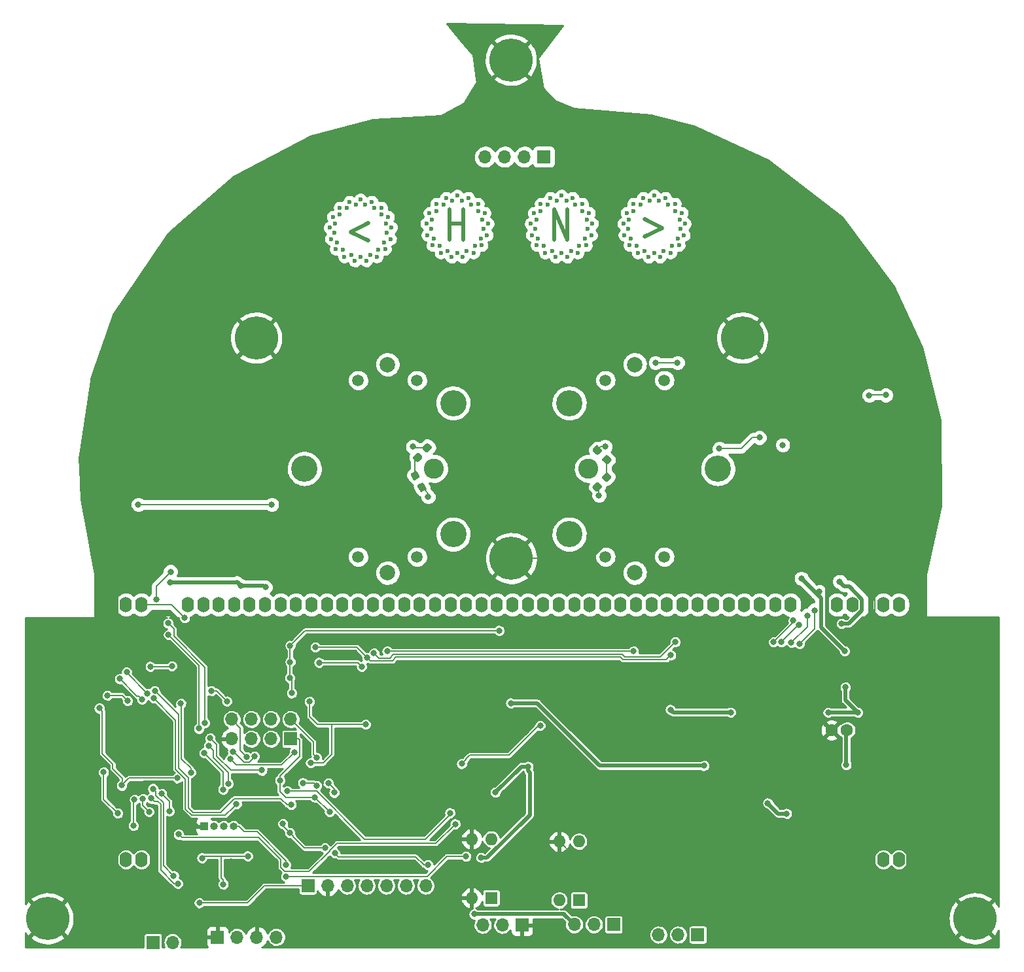
<source format=gtl>
G04 #@! TF.GenerationSoftware,KiCad,Pcbnew,(5.99.0-286-g11f0acefe)*
G04 #@! TF.CreationDate,2019-11-05T18:07:40-05:00*
G04 #@! TF.ProjectId,MotorcycleSpeedo,4d6f746f-7263-4796-936c-655370656564,rev?*
G04 #@! TF.SameCoordinates,Original*
G04 #@! TF.FileFunction,Copper,L1,Top*
G04 #@! TF.FilePolarity,Positive*
%FSLAX46Y46*%
G04 Gerber Fmt 4.6, Leading zero omitted, Abs format (unit mm)*
G04 Created by KiCad (PCBNEW (5.99.0-286-g11f0acefe)) date 2019-11-05 18:07:40*
%MOMM*%
%LPD*%
G04 APERTURE LIST*
%ADD10C,0.500000*%
%ADD11C,0.600000*%
%ADD12O,1.700000X1.700000*%
%ADD13R,1.700000X1.700000*%
%ADD14C,5.600000*%
%ADD15O,1.000000X1.000000*%
%ADD16R,1.000000X1.000000*%
%ADD17O,1.600000X2.000000*%
%ADD18C,2.000000*%
%ADD19C,1.500000*%
%ADD20C,2.600000*%
%ADD21C,3.400000*%
%ADD22O,1.600000X1.600000*%
%ADD23R,1.600000X1.600000*%
%ADD24C,1.600000*%
%ADD25C,0.800000*%
%ADD26C,3.000000*%
%ADD27C,0.160000*%
%ADD28C,0.200000*%
%ADD29C,0.254000*%
G04 APERTURE END LIST*
D10*
X231117142Y-81072857D02*
X233402857Y-82215714D01*
X231117142Y-83358571D01*
X219402857Y-83739523D02*
X219402857Y-79739523D01*
X221117142Y-83739523D01*
X221117142Y-79739523D01*
X205902857Y-83739523D02*
X205902857Y-79739523D01*
X205902857Y-81644285D02*
X207617142Y-81644285D01*
X207617142Y-83739523D02*
X207617142Y-79739523D01*
X195402857Y-81572857D02*
X193117142Y-82715714D01*
X195402857Y-83858571D01*
D11*
X231625002Y-85961892D03*
X230254271Y-85430869D03*
X229167931Y-84440539D03*
X228512697Y-83124652D03*
X228377063Y-81660927D03*
X228779347Y-80247047D03*
X229665217Y-79073964D03*
X230915033Y-78300111D03*
X232360000Y-78030000D03*
X233804967Y-78300111D03*
X235054783Y-79073964D03*
X235940653Y-80247047D03*
X236342937Y-81660927D03*
X236207303Y-83124652D03*
X235552069Y-84440539D03*
X234465729Y-85430869D03*
X233094998Y-85961892D03*
X231131778Y-85200406D03*
X230069435Y-84542630D03*
X229316445Y-83545510D03*
X228974504Y-82343712D03*
X229089793Y-81099546D03*
X229646741Y-79981042D03*
X230570131Y-79139262D03*
X231735252Y-78687891D03*
X232984748Y-78687891D03*
X234149869Y-79139262D03*
X235073259Y-79981042D03*
X235630207Y-81099546D03*
X235745496Y-82343712D03*
X235403555Y-83545510D03*
X234650565Y-84542630D03*
X233588222Y-85200406D03*
X232360000Y-85430000D03*
X219625002Y-85961892D03*
X218254271Y-85430869D03*
X217167931Y-84440539D03*
X216512697Y-83124652D03*
X216377063Y-81660927D03*
X216779347Y-80247047D03*
X217665217Y-79073964D03*
X218915033Y-78300111D03*
X220360000Y-78030000D03*
X221804967Y-78300111D03*
X223054783Y-79073964D03*
X223940653Y-80247047D03*
X224342937Y-81660927D03*
X224207303Y-83124652D03*
X223552069Y-84440539D03*
X222465729Y-85430869D03*
X221094998Y-85961892D03*
X219131778Y-85200406D03*
X218069435Y-84542630D03*
X217316445Y-83545510D03*
X216974504Y-82343712D03*
X217089793Y-81099546D03*
X217646741Y-79981042D03*
X218570131Y-79139262D03*
X219735252Y-78687891D03*
X220984748Y-78687891D03*
X222149869Y-79139262D03*
X223073259Y-79981042D03*
X223630207Y-81099546D03*
X223745496Y-82343712D03*
X223403555Y-83545510D03*
X222650565Y-84542630D03*
X221588222Y-85200406D03*
X220360000Y-85430000D03*
X206125002Y-85961892D03*
X204754271Y-85430869D03*
X203667931Y-84440539D03*
X203012697Y-83124652D03*
X202877063Y-81660927D03*
X203279347Y-80247047D03*
X204165217Y-79073964D03*
X205415033Y-78300111D03*
X206860000Y-78030000D03*
X208304967Y-78300111D03*
X209554783Y-79073964D03*
X210440653Y-80247047D03*
X210842937Y-81660927D03*
X210707303Y-83124652D03*
X210052069Y-84440539D03*
X208965729Y-85430869D03*
X207594998Y-85961892D03*
X205631778Y-85200406D03*
X204569435Y-84542630D03*
X203816445Y-83545510D03*
X203474504Y-82343712D03*
X203589793Y-81099546D03*
X204146741Y-79981042D03*
X205070131Y-79139262D03*
X206235252Y-78687891D03*
X207484748Y-78687891D03*
X208649869Y-79139262D03*
X209573259Y-79981042D03*
X210130207Y-81099546D03*
X210245496Y-82343712D03*
X209903555Y-83545510D03*
X209150565Y-84542630D03*
X208088222Y-85200406D03*
X206860000Y-85430000D03*
X193625002Y-86461892D03*
X192254271Y-85930869D03*
X191167931Y-84940539D03*
X190512697Y-83624652D03*
X190377063Y-82160927D03*
X190779347Y-80747047D03*
X191665217Y-79573964D03*
X192915033Y-78800111D03*
X194360000Y-78530000D03*
X195804967Y-78800111D03*
X197054783Y-79573964D03*
X197940653Y-80747047D03*
X198342937Y-82160927D03*
X198207303Y-83624652D03*
X197552069Y-84940539D03*
X196465729Y-85930869D03*
X195094998Y-86461892D03*
X193131778Y-85700406D03*
X192069435Y-85042630D03*
X191316445Y-84045510D03*
X190974504Y-82843712D03*
X191089793Y-81599546D03*
X191646741Y-80481042D03*
X192570131Y-79639262D03*
X193735252Y-79187891D03*
X194984748Y-79187891D03*
X196149869Y-79639262D03*
X197073259Y-80481042D03*
X197630207Y-81599546D03*
X197745496Y-82843712D03*
X197403555Y-84045510D03*
X196650565Y-85042630D03*
X195588222Y-85700406D03*
X194360000Y-85930000D03*
D12*
X202780000Y-167400000D03*
X200240000Y-167400000D03*
X197700000Y-167400000D03*
X195160000Y-167400000D03*
X192620000Y-167400000D03*
X190080000Y-167400000D03*
D13*
X187540000Y-167400000D03*
D12*
X170040000Y-174725000D03*
D13*
X167500000Y-174725000D03*
D14*
X153860000Y-171630000D03*
X180860000Y-96430000D03*
X273860000Y-171630000D03*
X213820000Y-60430000D03*
X213850000Y-124983640D03*
X243760000Y-96430000D03*
D12*
X183470000Y-174050000D03*
X180930000Y-174050000D03*
X178390000Y-174050000D03*
D13*
X175850000Y-174050000D03*
D15*
X177910000Y-159700000D03*
X176640000Y-159700000D03*
X175370000Y-159700000D03*
D16*
X174100000Y-159700000D03*
D17*
X264000000Y-164000000D03*
X262000000Y-164000000D03*
X166000000Y-164000000D03*
X164000000Y-164000000D03*
X164000000Y-131000000D03*
X166000000Y-131000000D03*
X172000000Y-131000000D03*
X174000000Y-131000000D03*
X176000000Y-131000000D03*
X178000000Y-131000000D03*
X180000000Y-131000000D03*
X182000000Y-131000000D03*
X184000000Y-131000000D03*
X186000000Y-131000000D03*
X188000000Y-131000000D03*
X190000000Y-131000000D03*
X192000000Y-131000000D03*
X194000000Y-131000000D03*
X196000000Y-131000000D03*
X198000000Y-131000000D03*
X200000000Y-131000000D03*
X202000000Y-131000000D03*
X204000000Y-131000000D03*
X206000000Y-131000000D03*
X208000000Y-131000000D03*
X210000000Y-131000000D03*
X212000000Y-131000000D03*
X214000000Y-131000000D03*
X216000000Y-131000000D03*
X218000000Y-131000000D03*
X220000000Y-131000000D03*
X222000000Y-131000000D03*
X224000000Y-131000000D03*
X226000000Y-131000000D03*
X228000000Y-131000000D03*
X230000000Y-131000000D03*
X232000000Y-131000000D03*
X234000000Y-131000000D03*
X236000000Y-131000000D03*
X238000000Y-131000000D03*
X240000000Y-131000000D03*
X242000000Y-131000000D03*
X244000000Y-131000000D03*
X246000000Y-131000000D03*
X248000000Y-131000000D03*
X250000000Y-131000000D03*
X256000000Y-131000000D03*
X258000000Y-131000000D03*
X262000000Y-131000000D03*
X264000000Y-131000000D03*
D12*
X232910002Y-173749999D03*
X235450002Y-173749999D03*
D13*
X237990002Y-173749999D03*
D18*
X197850000Y-99878640D03*
X197850000Y-126878640D03*
D19*
X201660000Y-101948640D03*
X194040000Y-101948640D03*
X201660000Y-124808640D03*
X194040000Y-124808640D03*
D20*
X203850000Y-113378640D03*
D21*
X206340000Y-121868640D03*
X206340000Y-104888640D03*
X187100000Y-113378640D03*
D22*
X211259999Y-161359998D03*
X208719999Y-168979998D03*
X208719999Y-161359998D03*
D23*
X211259999Y-168979998D03*
D22*
X222600000Y-161659999D03*
X220060000Y-169279999D03*
X220060000Y-161659999D03*
D23*
X222600000Y-169279999D03*
D12*
X177680000Y-145840000D03*
X177680000Y-148380000D03*
X180220000Y-145840000D03*
X180220000Y-148380000D03*
X182760000Y-145840000D03*
X182760000Y-148380000D03*
X185300000Y-145840000D03*
D13*
X185300000Y-148380000D03*
D12*
X210450000Y-72983640D03*
X212990000Y-72983640D03*
X215530000Y-72983640D03*
D13*
X218070000Y-72983640D03*
D12*
X210170000Y-172479999D03*
X212710000Y-172479999D03*
D13*
X215250000Y-172479999D03*
D12*
X222020000Y-172429999D03*
X224560000Y-172429999D03*
D13*
X227100000Y-172429999D03*
G04 #@! TA.AperFunction,SMDPad,CuDef*
G36*
X201867524Y-111308066D02*
G01*
X201944575Y-111359549D01*
X202280451Y-111695425D01*
X202331934Y-111772476D01*
X202350013Y-111863363D01*
X202331934Y-111954250D01*
X202280451Y-112031301D01*
X201873865Y-112437887D01*
X201796814Y-112489370D01*
X201705927Y-112507449D01*
X201615040Y-112489370D01*
X201537989Y-112437887D01*
X201202113Y-112102011D01*
X201150630Y-112024960D01*
X201132551Y-111934073D01*
X201150630Y-111843186D01*
X201202113Y-111766135D01*
X201608699Y-111359549D01*
X201685750Y-111308066D01*
X201776637Y-111289987D01*
X201867524Y-111308066D01*
G37*
G04 #@! TD.AperFunction*
G04 #@! TA.AperFunction,SMDPad,CuDef*
G36*
X203104960Y-110070630D02*
G01*
X203182011Y-110122113D01*
X203517887Y-110457989D01*
X203569370Y-110535040D01*
X203587449Y-110625927D01*
X203569370Y-110716814D01*
X203517887Y-110793865D01*
X203111301Y-111200451D01*
X203034250Y-111251934D01*
X202943363Y-111270013D01*
X202852476Y-111251934D01*
X202775425Y-111200451D01*
X202439549Y-110864575D01*
X202388066Y-110787524D01*
X202369987Y-110696637D01*
X202388066Y-110605750D01*
X202439549Y-110528699D01*
X202846135Y-110122113D01*
X202923186Y-110070630D01*
X203014073Y-110052551D01*
X203104960Y-110070630D01*
G37*
G04 #@! TD.AperFunction*
G04 #@! TA.AperFunction,SMDPad,CuDef*
G36*
X202420901Y-115190633D02*
G01*
X202504012Y-115231619D01*
X202565112Y-115301290D01*
X202852612Y-115799254D01*
X202882399Y-115887004D01*
X202876338Y-115979473D01*
X202835352Y-116062585D01*
X202765681Y-116123685D01*
X202354319Y-116361185D01*
X202266569Y-116390972D01*
X202174099Y-116384911D01*
X202090988Y-116343925D01*
X202029888Y-116274254D01*
X201742388Y-115776290D01*
X201712601Y-115688540D01*
X201718662Y-115596071D01*
X201759648Y-115512959D01*
X201829319Y-115451859D01*
X202240681Y-115214359D01*
X202328431Y-115184572D01*
X202420901Y-115190633D01*
G37*
G04 #@! TD.AperFunction*
G04 #@! TA.AperFunction,SMDPad,CuDef*
G36*
X201545901Y-113675089D02*
G01*
X201629012Y-113716075D01*
X201690112Y-113785746D01*
X201977612Y-114283710D01*
X202007399Y-114371460D01*
X202001338Y-114463929D01*
X201960352Y-114547041D01*
X201890681Y-114608141D01*
X201479319Y-114845641D01*
X201391569Y-114875428D01*
X201299099Y-114869367D01*
X201215988Y-114828381D01*
X201154888Y-114758710D01*
X200867388Y-114260746D01*
X200837601Y-114172996D01*
X200843662Y-114080527D01*
X200884648Y-113997415D01*
X200954319Y-113936315D01*
X201365681Y-113698815D01*
X201453431Y-113669028D01*
X201545901Y-113675089D01*
G37*
G04 #@! TD.AperFunction*
G04 #@! TA.AperFunction,SMDPad,CuDef*
G36*
X226284250Y-111608066D02*
G01*
X226361301Y-111659549D01*
X226767887Y-112066135D01*
X226819370Y-112143186D01*
X226837449Y-112234073D01*
X226819370Y-112324960D01*
X226767887Y-112402011D01*
X226432011Y-112737887D01*
X226354960Y-112789370D01*
X226264073Y-112807449D01*
X226173186Y-112789370D01*
X226096135Y-112737887D01*
X225689549Y-112331301D01*
X225638066Y-112254250D01*
X225619987Y-112163363D01*
X225638066Y-112072476D01*
X225689549Y-111995425D01*
X226025425Y-111659549D01*
X226102476Y-111608066D01*
X226193363Y-111589987D01*
X226284250Y-111608066D01*
G37*
G04 #@! TD.AperFunction*
G04 #@! TA.AperFunction,SMDPad,CuDef*
G36*
X225046814Y-110370630D02*
G01*
X225123865Y-110422113D01*
X225530451Y-110828699D01*
X225581934Y-110905750D01*
X225600013Y-110996637D01*
X225581934Y-111087524D01*
X225530451Y-111164575D01*
X225194575Y-111500451D01*
X225117524Y-111551934D01*
X225026637Y-111570013D01*
X224935750Y-111551934D01*
X224858699Y-111500451D01*
X224452113Y-111093865D01*
X224400630Y-111016814D01*
X224382551Y-110925927D01*
X224400630Y-110835040D01*
X224452113Y-110757989D01*
X224787989Y-110422113D01*
X224865040Y-110370630D01*
X224955927Y-110352551D01*
X225046814Y-110370630D01*
G37*
G04 #@! TD.AperFunction*
G04 #@! TA.AperFunction,SMDPad,CuDef*
G36*
X225098806Y-115126784D02*
G01*
X225175857Y-115178267D01*
X225511733Y-115514143D01*
X225563216Y-115591194D01*
X225581295Y-115682081D01*
X225563216Y-115772968D01*
X225511733Y-115850019D01*
X225105147Y-116256605D01*
X225028096Y-116308088D01*
X224937209Y-116326167D01*
X224846322Y-116308088D01*
X224769271Y-116256605D01*
X224433395Y-115920729D01*
X224381912Y-115843678D01*
X224363833Y-115752791D01*
X224381912Y-115661904D01*
X224433395Y-115584853D01*
X224839981Y-115178267D01*
X224917032Y-115126784D01*
X225007919Y-115108705D01*
X225098806Y-115126784D01*
G37*
G04 #@! TD.AperFunction*
G04 #@! TA.AperFunction,SMDPad,CuDef*
G36*
X226336242Y-113889348D02*
G01*
X226413293Y-113940831D01*
X226749169Y-114276707D01*
X226800652Y-114353758D01*
X226818731Y-114444645D01*
X226800652Y-114535532D01*
X226749169Y-114612583D01*
X226342583Y-115019169D01*
X226265532Y-115070652D01*
X226174645Y-115088731D01*
X226083758Y-115070652D01*
X226006707Y-115019169D01*
X225670831Y-114683293D01*
X225619348Y-114606242D01*
X225601269Y-114515355D01*
X225619348Y-114424468D01*
X225670831Y-114347417D01*
X226077417Y-113940831D01*
X226154468Y-113889348D01*
X226245355Y-113871269D01*
X226336242Y-113889348D01*
G37*
G04 #@! TD.AperFunction*
D24*
X255300000Y-147250000D03*
X257300000Y-147250000D03*
D21*
X240600000Y-113378640D03*
X221360000Y-104888640D03*
X221360000Y-121868640D03*
D20*
X223850000Y-113378640D03*
D19*
X233660000Y-124808640D03*
X226040000Y-124808640D03*
X233660000Y-101948640D03*
X226040000Y-101948640D03*
D18*
X229850000Y-126878640D03*
X229850000Y-99878640D03*
D25*
X192260000Y-165330000D03*
X201760000Y-164930000D03*
X234160000Y-134130000D03*
X214160000Y-135030000D03*
X187260000Y-149330000D03*
X188060000Y-147130000D03*
X222860000Y-127030000D03*
X218906360Y-124983640D03*
X209460000Y-125830000D03*
X213660000Y-112630000D03*
X207360000Y-101430000D03*
X223360000Y-101030000D03*
X238760000Y-73330000D03*
X232360000Y-87930000D03*
X232260000Y-69830000D03*
X241660000Y-73630000D03*
X246160000Y-77530000D03*
X256360000Y-86230000D03*
X251260000Y-79430000D03*
X244760000Y-83630000D03*
X242760000Y-87530000D03*
X253860000Y-110530000D03*
X259260000Y-93730000D03*
X255260000Y-96430000D03*
X227460000Y-120430000D03*
X233660000Y-120330000D03*
X244260000Y-120230000D03*
X243960000Y-114830000D03*
X237360000Y-108730000D03*
X234760000Y-105230000D03*
X236160000Y-103230000D03*
X245060000Y-112330000D03*
X248980000Y-110310000D03*
X250320000Y-116170000D03*
X262360000Y-100430000D03*
X265660000Y-101930000D03*
X266360000Y-116730000D03*
X266460000Y-112230000D03*
X263660000Y-106830000D03*
X259260000Y-109330000D03*
X258860000Y-114230000D03*
X262960000Y-117930000D03*
X259160000Y-120430000D03*
X254749990Y-122740010D03*
X271560000Y-134330000D03*
X266360000Y-132730000D03*
X261760000Y-127530000D03*
X258660000Y-125330000D03*
X249960000Y-128230000D03*
X245860000Y-128430000D03*
X259960000Y-136330000D03*
X261060000Y-143030000D03*
X253660000Y-136230000D03*
X242140000Y-138850000D03*
X244460000Y-147930000D03*
X258460000Y-148730000D03*
X274760000Y-165130000D03*
X269660000Y-152930000D03*
X221760000Y-164330000D03*
X229860000Y-174230000D03*
X225860000Y-170430000D03*
X229160000Y-171330000D03*
X230060000Y-162830000D03*
X254860000Y-173830000D03*
X196460000Y-170330000D03*
X204460000Y-170330000D03*
X204460000Y-174230000D03*
X186260000Y-174530000D03*
X184060000Y-170730000D03*
X153560000Y-165530000D03*
X168860000Y-147330000D03*
X164260000Y-151430000D03*
X154760000Y-146230000D03*
X153060000Y-141130000D03*
X172160000Y-134430000D03*
X166360000Y-135630000D03*
X164060000Y-137830000D03*
X154560000Y-134230000D03*
X161760000Y-130830000D03*
X160060000Y-120830000D03*
X164960000Y-123930000D03*
X168790000Y-125000000D03*
X184660000Y-119930000D03*
X200760000Y-121130000D03*
X202960000Y-126930000D03*
X188860000Y-126430000D03*
X182360000Y-124330000D03*
X174141140Y-123242500D03*
X194360000Y-115830000D03*
X193160000Y-105730000D03*
X188660000Y-108730000D03*
X181360000Y-115730000D03*
X177160000Y-115030000D03*
X184760000Y-107730000D03*
X189760000Y-102930000D03*
X190260000Y-97430000D03*
X185860000Y-99230000D03*
X180060000Y-106330000D03*
X173860000Y-112930000D03*
X168060000Y-114830000D03*
X166360000Y-106030000D03*
X167960000Y-97530000D03*
X186460000Y-79130000D03*
X172460000Y-84930000D03*
X176360000Y-86030000D03*
X185160000Y-82630000D03*
X192960000Y-87630000D03*
X189429990Y-86560010D03*
X189429990Y-81560010D03*
X196060000Y-75230000D03*
X197760000Y-71230000D03*
X208160000Y-71230000D03*
X202360000Y-73730000D03*
X198760000Y-77430000D03*
X194660000Y-91730000D03*
X200660000Y-89630000D03*
X219860000Y-90130000D03*
X206560000Y-89830000D03*
X215060000Y-93930000D03*
X227260000Y-92830000D03*
X226860000Y-88530000D03*
X226960000Y-86130000D03*
X219160000Y-69630000D03*
X227060000Y-73530000D03*
X223860000Y-75130000D03*
X217760000Y-75030000D03*
X214860000Y-75530000D03*
X211960000Y-75030000D03*
X206760000Y-74330000D03*
X200560000Y-87630000D03*
X193860000Y-71330000D03*
X179460000Y-77830000D03*
X176160000Y-79930000D03*
X166860000Y-89730000D03*
X164860000Y-92530000D03*
X160460000Y-107730000D03*
X161760000Y-114930000D03*
X159360000Y-111330000D03*
X164960000Y-159630000D03*
D26*
X161760000Y-125430000D03*
X265260000Y-126230000D03*
D25*
X226010000Y-110510000D03*
X245960000Y-109350000D03*
X240790000Y-110770000D03*
X260182500Y-103890000D03*
X262320000Y-103850000D03*
X196710000Y-94690000D03*
X250320000Y-108070000D03*
X232530000Y-99660000D03*
X235370000Y-99660000D03*
X253720000Y-129330000D03*
X204390000Y-158277500D03*
X217606133Y-146650591D03*
X210200000Y-154800000D03*
X159800000Y-157150000D03*
X171100000Y-143800000D03*
X173600000Y-152350000D03*
X172400000Y-152750000D03*
X156300000Y-149100000D03*
X176562666Y-154931865D03*
X177243156Y-154168524D03*
X161100000Y-152700000D03*
X163450000Y-154400000D03*
X187900000Y-151500000D03*
X174900000Y-148300000D03*
X174700000Y-149300000D03*
X174100000Y-150200000D03*
X169449980Y-133400000D03*
X174200000Y-146300000D03*
X169500000Y-134900000D03*
X173435398Y-147035398D03*
X168700000Y-141900000D03*
X171600000Y-132700000D03*
X194754500Y-142367000D03*
X211582000Y-140462000D03*
X215138000Y-140462000D03*
X234505500Y-137541000D03*
X195199000Y-137858500D03*
X196088000Y-137287000D03*
X235077000Y-135826500D03*
X197802500Y-137033000D03*
X229679500Y-137033000D03*
X215300000Y-156725000D03*
X210785083Y-151539917D03*
X188500000Y-136500000D03*
X189000000Y-138500000D03*
X194500000Y-139000000D03*
X195000000Y-146500000D03*
X207450000Y-151600000D03*
X187750000Y-143550000D03*
X185450000Y-142450000D03*
X185200000Y-140500000D03*
X185250000Y-138400000D03*
X185250000Y-136300000D03*
X179630833Y-150730833D03*
X180650264Y-150632851D03*
X177819167Y-150019167D03*
X252140010Y-132400000D03*
X250100000Y-135900000D03*
X251150000Y-136050000D03*
X185800000Y-150100000D03*
X177478854Y-150959480D03*
X188650000Y-150780000D03*
X181600000Y-152450844D03*
X247000000Y-121253640D03*
X244150000Y-123283640D03*
X253100000Y-120813650D03*
X160550000Y-144400000D03*
X158850000Y-144500000D03*
X190930833Y-155330833D03*
X190200000Y-154100000D03*
X185850000Y-164550000D03*
X185850001Y-162550000D03*
X185409751Y-158822657D03*
X186900000Y-154076070D03*
X188685833Y-154436080D03*
X167727744Y-142133922D03*
X167563264Y-143120305D03*
X166782230Y-142495813D03*
X166070000Y-143239916D03*
X180050000Y-159600000D03*
X183300000Y-160350000D03*
X183500000Y-161950000D03*
X178300000Y-156800000D03*
X185400000Y-156900000D03*
X203000000Y-163650000D03*
X184850000Y-155150000D03*
X205928471Y-157971529D03*
X170636401Y-153463599D03*
X170954103Y-154420000D03*
X169014962Y-151645831D03*
X175050000Y-142150000D03*
X177050000Y-143500000D03*
X157550000Y-143650000D03*
X209050000Y-171079999D03*
X247800000Y-135830010D03*
X253095824Y-131722674D03*
X251120768Y-133649287D03*
X250351889Y-133009874D03*
X248802296Y-135830010D03*
X263600000Y-135450000D03*
X268750000Y-136850000D03*
X269550000Y-144650000D03*
X246500000Y-138650000D03*
X258750000Y-140250000D03*
X255900000Y-137350000D03*
X257100000Y-141700000D03*
X258700000Y-144950000D03*
X257200000Y-151750000D03*
X261500000Y-150550000D03*
X258450000Y-151950000D03*
X262300000Y-158950000D03*
X249500000Y-158050000D03*
X247050000Y-156700000D03*
X238800000Y-151850000D03*
X213800000Y-143750000D03*
X212914873Y-144600010D03*
X212287293Y-134350010D03*
X254850000Y-144950000D03*
X242250000Y-144950000D03*
X234450000Y-144600000D03*
X232350000Y-138850000D03*
X256600000Y-133450000D03*
X257000000Y-137000000D03*
X263650000Y-167800000D03*
X216050000Y-151950000D03*
X211800000Y-155300000D03*
X209950000Y-163750000D03*
X225600000Y-163550000D03*
X217200000Y-156450000D03*
X169626179Y-157730010D03*
X177600000Y-164300000D03*
X180743960Y-167250000D03*
X162930010Y-158012237D03*
X163200000Y-140600000D03*
X164100000Y-139700000D03*
X170800000Y-160750000D03*
X161600000Y-142750000D03*
X164200000Y-143450000D03*
X158600000Y-141400000D03*
X184700000Y-164700000D03*
X184700000Y-166200000D03*
X208000000Y-163600000D03*
X167150018Y-139000000D03*
X169950073Y-138950000D03*
X180750000Y-121633640D03*
X175650000Y-121733640D03*
X245500000Y-169000000D03*
X239100000Y-165450000D03*
X251400000Y-127600000D03*
X256350000Y-128017955D03*
X182055010Y-128744674D03*
X178900000Y-128550000D03*
X165100000Y-156250000D03*
X163848050Y-156944219D03*
X166189630Y-156130651D03*
X167479689Y-154825574D03*
X166976610Y-157811674D03*
X167275458Y-156091651D03*
X168642600Y-155480920D03*
X170425000Y-168350000D03*
X166175000Y-172325000D03*
X171450000Y-172450000D03*
X170700000Y-167125000D03*
X170175000Y-166100000D03*
X173500000Y-169625000D03*
X182175000Y-164950000D03*
X170825000Y-163375000D03*
X165725000Y-160525000D03*
X159350000Y-161725000D03*
X180100000Y-154450000D03*
X186200000Y-152375000D03*
X181500000Y-143200000D03*
X182050000Y-140350000D03*
X182400000Y-138650000D03*
X177000000Y-136325000D03*
X171950000Y-139050000D03*
X161225000Y-168275000D03*
X161950000Y-173700000D03*
X196850000Y-157700000D03*
X203038000Y-140462000D03*
X224650000Y-139775000D03*
X164975000Y-147600000D03*
X162750000Y-145375000D03*
X171900000Y-144900000D03*
X175350000Y-146925000D03*
X155175000Y-154450000D03*
X155175000Y-158925000D03*
X244800000Y-152950000D03*
X252150000Y-151900000D03*
X256600000Y-159300000D03*
X252800000Y-155075000D03*
X257650000Y-155450000D03*
X252150000Y-159650000D03*
X247975000Y-160800000D03*
X259150000Y-169725000D03*
X248400000Y-175100000D03*
X244500000Y-171375000D03*
X241650000Y-162775000D03*
X230850000Y-156125000D03*
X223325000Y-155500000D03*
X228200000Y-153050000D03*
X220275000Y-152275000D03*
X219075000Y-148375000D03*
X211350000Y-165575000D03*
X218750000Y-166850000D03*
X223650000Y-158325000D03*
X207650000Y-148225000D03*
X205325000Y-153350000D03*
X190337458Y-163921583D03*
X173825000Y-163800000D03*
X203094160Y-164694160D03*
X179750000Y-163550000D03*
X176593960Y-167200000D03*
X191015047Y-163186126D03*
X183950000Y-153725000D03*
X185211227Y-160558700D03*
X184300000Y-159350000D03*
X190350000Y-157850000D03*
X189750000Y-162500000D03*
X188450000Y-155950000D03*
X202675000Y-160250000D03*
X206607450Y-159400050D03*
X165610000Y-118030000D03*
X182860000Y-118030000D03*
X161610000Y-118280000D03*
X203110000Y-117030000D03*
X201110000Y-110530000D03*
X167910000Y-130280000D03*
X169760000Y-126730000D03*
X169710000Y-128130000D03*
X225210000Y-116830000D03*
X191020000Y-92350000D03*
D27*
X218906360Y-124983640D02*
X224340598Y-124983640D01*
D10*
X250320000Y-116170000D02*
X250320000Y-108070000D01*
X254749990Y-122740010D02*
X254749990Y-122463640D01*
X242140000Y-138850000D02*
X232350000Y-138850000D01*
X168790000Y-125000000D02*
X177633640Y-125000000D01*
D27*
X164960000Y-159630000D02*
X164960000Y-156390000D01*
X164960000Y-156390000D02*
X165100000Y-156250000D01*
X265260000Y-126230000D02*
X263845787Y-126230000D01*
X260919990Y-132769990D02*
X263200001Y-135050001D01*
X263845787Y-126230000D02*
X260919990Y-129155797D01*
X260919990Y-129155797D02*
X260919990Y-132769990D01*
X263200001Y-135050001D02*
X263600000Y-135450000D01*
D10*
X165260000Y-127430000D02*
X166065000Y-126485000D01*
X162749990Y-129800010D02*
X165260000Y-127430000D01*
D27*
X161760000Y-125430000D02*
X163174213Y-125430000D01*
X163174213Y-125430000D02*
X165174213Y-127430000D01*
X165174213Y-127430000D02*
X165260000Y-127430000D01*
X213850000Y-124983640D02*
X218906360Y-124983640D01*
X224340598Y-124983640D02*
X226040598Y-123283640D01*
X226040598Y-123283640D02*
X243584315Y-123283640D01*
X243584315Y-123283640D02*
X244150000Y-123283640D01*
X191020000Y-92350000D02*
X184940000Y-92350000D01*
X184940000Y-92350000D02*
X180860000Y-96430000D01*
D28*
X245110000Y-109330000D02*
X243670000Y-110770000D01*
X262320000Y-103850000D02*
X260222500Y-103850000D01*
X245940000Y-109330000D02*
X245960000Y-109350000D01*
X243670000Y-110770000D02*
X240790000Y-110770000D01*
X226010000Y-110510000D02*
X225442564Y-110510000D01*
X260222500Y-103850000D02*
X260182500Y-103890000D01*
X225442564Y-110510000D02*
X224991282Y-110961282D01*
X245110000Y-109330000D02*
X245940000Y-109330000D01*
D10*
X196710000Y-94690000D02*
X193360000Y-94690000D01*
X193360000Y-94690000D02*
X191020000Y-92350000D01*
X250320000Y-117467965D02*
X250320000Y-116170000D01*
X253100000Y-120813650D02*
X253100000Y-120247965D01*
X253100000Y-120247965D02*
X250320000Y-117467965D01*
D28*
X235370000Y-99660000D02*
X232530000Y-99660000D01*
D10*
X253950000Y-130150000D02*
X253410000Y-129610000D01*
X253410000Y-129610000D02*
X251400000Y-127600000D01*
X253410000Y-129610000D02*
X253440000Y-129610000D01*
X253440000Y-129610000D02*
X253720000Y-129330000D01*
D27*
X217399409Y-146650591D02*
X217606133Y-146650591D01*
X216200000Y-147850000D02*
X217399409Y-146650591D01*
X213900000Y-150150000D02*
X216200000Y-147850000D01*
X213550000Y-150500000D02*
X213900000Y-150150000D01*
X213500000Y-150500000D02*
X213550000Y-150500000D01*
X210700000Y-155550000D02*
X210675000Y-151650000D01*
X210200000Y-154800000D02*
X210700000Y-155300000D01*
X210675000Y-155550000D02*
X210700000Y-155550000D01*
X210700000Y-155300000D02*
X210700000Y-155550000D01*
X171900000Y-143050000D02*
X170750000Y-141900000D01*
X170750000Y-141900000D02*
X168700000Y-141900000D01*
X171900000Y-150250000D02*
X171900000Y-144900000D01*
X171700000Y-150450000D02*
X171900000Y-150250000D01*
X173600000Y-152350000D02*
X171700000Y-150450000D01*
X171150000Y-143850000D02*
X171100000Y-143800000D01*
X171150000Y-150934315D02*
X171150000Y-143850000D01*
X172400000Y-152750000D02*
X172400000Y-152184315D01*
X172400000Y-152184315D02*
X171150000Y-150934315D01*
X173600000Y-152350000D02*
X173600000Y-152556402D01*
X163500000Y-153500000D02*
X163450000Y-153400000D01*
X163450000Y-154400000D02*
X163500000Y-153500000D01*
X156300000Y-149100000D02*
X156750000Y-148650000D01*
X156750000Y-148650000D02*
X160589990Y-148650000D01*
X162300000Y-151650000D02*
X160950000Y-150300000D01*
X162300000Y-152250000D02*
X162300000Y-151650000D01*
X163450000Y-153400000D02*
X162300000Y-152250000D01*
X175300000Y-150800000D02*
X177243156Y-152743156D01*
X174700000Y-149300000D02*
X175300000Y-149900000D01*
X174100000Y-150200000D02*
X176562666Y-152662666D01*
X176562666Y-152662666D02*
X176562666Y-154931865D01*
X177243156Y-153602839D02*
X177243156Y-154168524D01*
X175300000Y-149900000D02*
X175300000Y-150800000D01*
X177243156Y-152743156D02*
X177243156Y-153602839D01*
X190600000Y-146500000D02*
X189000000Y-146500000D01*
X189500000Y-151500000D02*
X190600000Y-150400000D01*
X195000000Y-146500000D02*
X190600000Y-146500000D01*
X187900000Y-151500000D02*
X189500000Y-151500000D01*
X190600000Y-150400000D02*
X190600000Y-146500000D01*
X175700000Y-149100000D02*
X174900000Y-148300000D01*
X175700000Y-150600000D02*
X175700000Y-149100000D01*
X177550844Y-152450844D02*
X175700000Y-150600000D01*
X177950844Y-152450844D02*
X177550844Y-152450844D01*
X170200000Y-134150020D02*
X169449980Y-133400000D01*
X170200000Y-135090870D02*
X170200000Y-134150020D01*
X174200000Y-139090870D02*
X170200000Y-135090870D01*
X174200000Y-146300000D02*
X174200000Y-139090870D01*
X173435398Y-138835398D02*
X169500000Y-134900000D01*
X173435398Y-147035398D02*
X173435398Y-138835398D01*
X169900000Y-131000000D02*
X171600000Y-132700000D01*
X166000000Y-131000000D02*
X169900000Y-131000000D01*
X212915500Y-140462000D02*
X211582000Y-140462000D01*
X214572315Y-140462000D02*
X212915500Y-140462000D01*
X194754500Y-141922500D02*
X194754500Y-142367000D01*
X196215000Y-140462000D02*
X194754500Y-141922500D01*
X211582000Y-140462000D02*
X203038000Y-140462000D01*
X215138000Y-140462000D02*
X214572315Y-140462000D01*
X233934000Y-138112500D02*
X234505500Y-137541000D01*
X228282500Y-138112500D02*
X233934000Y-138112500D01*
X227965000Y-137795000D02*
X228282500Y-138112500D01*
X198945500Y-137795000D02*
X227965000Y-137795000D01*
X198482001Y-138258499D02*
X198945500Y-137795000D01*
X198143512Y-137898488D02*
X196699488Y-137898488D01*
X233172000Y-137731500D02*
X228536500Y-137731500D01*
X235077000Y-135826500D02*
X233172000Y-137731500D01*
X228536500Y-137731500D02*
X228219000Y-137414000D01*
X196699488Y-137898488D02*
X196487999Y-137686999D01*
X228219000Y-137414000D02*
X198628000Y-137414000D01*
X196487999Y-137686999D02*
X196088000Y-137287000D01*
X198628000Y-137414000D02*
X198143512Y-137898488D01*
X195598999Y-138258499D02*
X198482001Y-138258499D01*
X195199000Y-137858500D02*
X195598999Y-138258499D01*
X229113815Y-137033000D02*
X197802500Y-137033000D01*
X229679500Y-137033000D02*
X229113815Y-137033000D01*
X215300000Y-156725000D02*
X211850000Y-156725000D01*
X211850000Y-156725000D02*
X210675000Y-155550000D01*
X210675000Y-151650000D02*
X210785083Y-151539917D01*
X193840500Y-136500000D02*
X195199000Y-137858500D01*
X188500000Y-136500000D02*
X193840500Y-136500000D01*
X189000000Y-138500000D02*
X194000000Y-138500000D01*
X194000000Y-138500000D02*
X194500000Y-139000000D01*
X213500000Y-150500000D02*
X208500000Y-150500000D01*
X208500000Y-150500000D02*
X208000000Y-151000000D01*
X208000000Y-151000000D02*
X208000000Y-151050000D01*
X208000000Y-151050000D02*
X207450000Y-151600000D01*
X189000000Y-146500000D02*
X188800000Y-146500000D01*
X188800000Y-146500000D02*
X187750000Y-145450000D01*
X187750000Y-145450000D02*
X187750000Y-143550000D01*
X185450000Y-142450000D02*
X185450000Y-140750000D01*
X185450000Y-140750000D02*
X185200000Y-140500000D01*
X185200000Y-140500000D02*
X185200000Y-138450000D01*
X185200000Y-138450000D02*
X185250000Y-138400000D01*
X185250000Y-138400000D02*
X185250000Y-136300000D01*
X178810001Y-149910001D02*
X179630833Y-150730833D01*
X177680000Y-145840000D02*
X178810001Y-146970001D01*
X178810001Y-146970001D02*
X178810001Y-149910001D01*
X180500000Y-150868068D02*
X180500000Y-150783115D01*
X180500000Y-150783115D02*
X180650264Y-150632851D01*
X179304432Y-151410834D02*
X179989166Y-151410834D01*
X177912765Y-150019167D02*
X179304432Y-151410834D01*
X179989166Y-151410834D02*
X180250000Y-151150000D01*
X177819167Y-150019167D02*
X177912765Y-150019167D01*
X180250000Y-151150000D02*
X180500000Y-150868068D01*
X179957234Y-151410834D02*
X180250000Y-151150000D01*
X252140010Y-132400000D02*
X252140010Y-133859990D01*
X252140010Y-133859990D02*
X250100000Y-135900000D01*
X178290218Y-151770844D02*
X177478854Y-150959480D01*
X185800000Y-150100000D02*
X184129156Y-151770844D01*
X184129156Y-151770844D02*
X178290218Y-151770844D01*
X186149999Y-146689999D02*
X185300000Y-145840000D01*
X188250001Y-148790001D02*
X186149999Y-146689999D01*
X188250001Y-150380001D02*
X188250001Y-148790001D01*
X188650000Y-150780000D02*
X188250001Y-150380001D01*
X181600000Y-152450844D02*
X177950844Y-152450844D01*
X247000000Y-121253640D02*
X244970000Y-123283640D01*
X244970000Y-123283640D02*
X244150000Y-123283640D01*
X252660010Y-121253640D02*
X247000000Y-121253640D01*
X253100000Y-120813650D02*
X252660010Y-121253640D01*
X160950000Y-150300000D02*
X160950000Y-144800000D01*
X160950000Y-144800000D02*
X160550000Y-144400000D01*
X190930833Y-155330833D02*
X190930833Y-154830833D01*
X190930833Y-154830833D02*
X190200000Y-154100000D01*
X185850000Y-164550000D02*
X185850001Y-163984314D01*
X185850001Y-163984314D02*
X185850001Y-162550000D01*
X186900000Y-154076070D02*
X188325823Y-154076070D01*
X188325823Y-154076070D02*
X188685833Y-154436080D01*
X183300000Y-159784315D02*
X183300000Y-160350000D01*
X183434315Y-159650000D02*
X183300000Y-159784315D01*
X183500000Y-159650000D02*
X183434315Y-159650000D01*
X183450000Y-159600000D02*
X183500000Y-159650000D01*
X180050000Y-159600000D02*
X183450000Y-159600000D01*
X183300000Y-160350000D02*
X183300000Y-161750000D01*
X183300000Y-161750000D02*
X183500000Y-161950000D01*
X204390000Y-157610000D02*
X204390000Y-158277500D01*
X210200000Y-154800000D02*
X207200000Y-154800000D01*
X207200000Y-154800000D02*
X204390000Y-157610000D01*
X184850000Y-155150000D02*
X188650000Y-155150000D01*
X188650000Y-155150000D02*
X194850000Y-161350000D01*
X194850000Y-161350000D02*
X202750000Y-161350000D01*
X202750000Y-161350000D02*
X205928471Y-158171529D01*
X205928471Y-158171529D02*
X205928471Y-157971529D01*
X164386401Y-153463599D02*
X163450000Y-154400000D01*
X170636401Y-153463599D02*
X164386401Y-153463599D01*
X175050000Y-142150000D02*
X175700000Y-142150000D01*
X175700000Y-142150000D02*
X177050000Y-143500000D01*
X166070000Y-143239916D02*
X165670001Y-142839917D01*
X250983019Y-133649287D02*
X251120768Y-133649287D01*
X251150000Y-136050000D02*
X253095824Y-134104176D01*
X250351889Y-133278121D02*
X250351889Y-133009874D01*
X253095824Y-134104176D02*
X253095824Y-131722674D01*
X248802296Y-135830010D02*
X250983019Y-133649287D01*
X247800000Y-135830010D02*
X250351889Y-133278121D01*
D10*
X264165685Y-135450000D02*
X263600000Y-135450000D01*
X266784315Y-135450000D02*
X264165685Y-135450000D01*
X268184315Y-136850000D02*
X266784315Y-135450000D01*
X268750000Y-136850000D02*
X268184315Y-136850000D01*
X269550000Y-137650000D02*
X268750000Y-136850000D01*
X269550000Y-144650000D02*
X269550000Y-137650000D01*
X258750000Y-140250000D02*
X258750000Y-140200000D01*
X258750000Y-140200000D02*
X255900000Y-137350000D01*
X257100000Y-141700000D02*
X257100000Y-143350000D01*
X257100000Y-143350000D02*
X258700000Y-144950000D01*
D28*
X208719999Y-161359998D02*
X206190002Y-161359998D01*
X203900000Y-163650000D02*
X203000000Y-163650000D01*
X206190002Y-161359998D02*
X203900000Y-163650000D01*
X208719999Y-161359998D02*
X208719999Y-168979998D01*
D10*
X257200000Y-147350000D02*
X257300000Y-147250000D01*
X257200000Y-151750000D02*
X257200000Y-147350000D01*
X260100000Y-151950000D02*
X261500000Y-150550000D01*
X258450000Y-151950000D02*
X260100000Y-151950000D01*
X262984315Y-135450000D02*
X263034315Y-135450000D01*
X263034315Y-135450000D02*
X263600000Y-135450000D01*
X258750000Y-139684315D02*
X262984315Y-135450000D01*
X258750000Y-140250000D02*
X258750000Y-139684315D01*
X262300000Y-151350000D02*
X261500000Y-150550000D01*
X262300000Y-158950000D02*
X262300000Y-151350000D01*
X249500000Y-158050000D02*
X248400000Y-158050000D01*
X248400000Y-158050000D02*
X247050000Y-156700000D01*
X238800000Y-151850000D02*
X225300000Y-151850000D01*
X225300000Y-151850000D02*
X217200000Y-143750000D01*
X217200000Y-143750000D02*
X213800000Y-143750000D01*
D27*
X212914873Y-140462627D02*
X212914873Y-144034325D01*
X212915500Y-140462000D02*
X212914873Y-140462627D01*
X212914873Y-144034325D02*
X212914873Y-144600010D01*
X211721608Y-134350010D02*
X212287293Y-134350010D01*
X187199990Y-134350010D02*
X211721608Y-134350010D01*
X185250000Y-136300000D02*
X187199990Y-134350010D01*
D10*
X254750000Y-144950000D02*
X254850000Y-144950000D01*
X258700000Y-144950000D02*
X254850000Y-144950000D01*
X242250000Y-144950000D02*
X234800000Y-144950000D01*
X234800000Y-144950000D02*
X234450000Y-144600000D01*
X255900000Y-141450000D02*
X255900000Y-137350000D01*
X254500001Y-146450001D02*
X254500001Y-146400001D01*
X253500000Y-145400000D02*
X253500000Y-143850000D01*
X255300000Y-147250000D02*
X254500001Y-146450001D01*
X253500000Y-143850000D02*
X255900000Y-141450000D01*
X254500001Y-146400001D02*
X253500000Y-145400000D01*
X252265685Y-143850000D02*
X253500000Y-143850000D01*
X247065685Y-138650000D02*
X252265685Y-143850000D01*
X246500000Y-138650000D02*
X247065685Y-138650000D01*
X245934315Y-138650000D02*
X245734315Y-138850000D01*
X246500000Y-138650000D02*
X245934315Y-138650000D01*
X245734315Y-138850000D02*
X242140000Y-138850000D01*
X257517781Y-133450000D02*
X259250000Y-131717781D01*
X256600000Y-133450000D02*
X257517781Y-133450000D01*
X259250000Y-131717781D02*
X259250000Y-130282219D01*
X259250000Y-130282219D02*
X257567781Y-128600000D01*
X253950000Y-133950000D02*
X253950000Y-131250000D01*
X257000000Y-137000000D02*
X253950000Y-133950000D01*
X263650000Y-167800000D02*
X263650000Y-166550000D01*
X262699999Y-159349999D02*
X262300000Y-158950000D01*
X265250010Y-161900010D02*
X262699999Y-159349999D01*
X265250010Y-164949990D02*
X265250010Y-161900010D01*
X263650000Y-166550000D02*
X265250010Y-164949990D01*
X220790001Y-171200000D02*
X220750000Y-171200000D01*
X222020000Y-172429999D02*
X220790001Y-171200000D01*
D28*
X220750000Y-171200000D02*
X220670000Y-171079999D01*
D10*
X220670000Y-171079999D02*
X209050000Y-171079999D01*
X220790001Y-171200000D02*
X220670000Y-171079999D01*
X216050000Y-151950000D02*
X215150000Y-151950000D01*
X215150000Y-151950000D02*
X211800000Y-155300000D01*
X216050000Y-152515685D02*
X216250000Y-152715685D01*
X216050000Y-151950000D02*
X216050000Y-152515685D01*
X210719999Y-163750000D02*
X209950000Y-163750000D01*
X216250000Y-152715685D02*
X216250000Y-158219999D01*
X216250000Y-158219999D02*
X210719999Y-163750000D01*
D27*
X220060000Y-161659999D02*
X221950001Y-163550000D01*
X221950001Y-163550000D02*
X225600000Y-163550000D01*
X220060000Y-159310000D02*
X220060000Y-161659999D01*
X217200000Y-156450000D02*
X220060000Y-159310000D01*
X170954103Y-157214103D02*
X170954103Y-154985685D01*
X173440000Y-159700000D02*
X170954103Y-157214103D01*
X176203609Y-157889989D02*
X177993598Y-156100000D01*
X170954103Y-154985685D02*
X170954103Y-154420000D01*
X172073599Y-157315335D02*
X172648253Y-157889989D01*
X170429980Y-152295512D02*
X171700000Y-153565532D01*
X171700000Y-153565532D02*
X171700000Y-157450868D01*
X171700000Y-157450868D02*
X172499132Y-158250000D01*
X174100000Y-159700000D02*
X173440000Y-159700000D01*
X167563264Y-143120305D02*
X170429980Y-145987021D01*
X170429980Y-145987021D02*
X170429980Y-152295512D01*
X172073599Y-153430001D02*
X172073599Y-157315335D01*
X172499132Y-158250000D02*
X176850000Y-158250000D01*
X170789992Y-152146392D02*
X172073599Y-153430001D01*
X184034315Y-156100000D02*
X184834315Y-156900000D01*
X176850000Y-158250000D02*
X177900001Y-157199999D01*
X184834315Y-156900000D02*
X185400000Y-156900000D01*
X177900001Y-157199999D02*
X178300000Y-156800000D01*
X170789991Y-145196167D02*
X170789992Y-152146392D01*
X167727744Y-142133922D02*
X170789991Y-145196167D01*
X177993598Y-156100000D02*
X184034315Y-156100000D01*
X172648253Y-157889989D02*
X176203609Y-157889989D01*
X161100000Y-156182227D02*
X162930010Y-158012237D01*
X161100000Y-152700000D02*
X161100000Y-156182227D01*
X165670001Y-142839917D02*
X165670001Y-142820001D01*
X165439917Y-142839917D02*
X163200000Y-140600000D01*
X165670001Y-142839917D02*
X165439917Y-142839917D01*
X166782230Y-142495813D02*
X164100000Y-139813583D01*
X164100000Y-139813583D02*
X164100000Y-139700000D01*
X161600000Y-142750000D02*
X163500000Y-142750000D01*
X163500000Y-142750000D02*
X164200000Y-143450000D01*
X158600000Y-144250000D02*
X158850000Y-144500000D01*
X158600000Y-141400000D02*
X158600000Y-144250000D01*
X178617106Y-159700000D02*
X179317106Y-160400000D01*
X177910000Y-159700000D02*
X178617106Y-159700000D01*
X179317106Y-160400000D02*
X180950000Y-160400000D01*
X184700000Y-164150000D02*
X184700000Y-164700000D01*
X180950000Y-160400000D02*
X184700000Y-164150000D01*
X184700000Y-166200000D02*
X202950000Y-166200000D01*
X202950000Y-166200000D02*
X205550000Y-163600000D01*
X205550000Y-163600000D02*
X208000000Y-163600000D01*
X167150018Y-139000000D02*
X169900073Y-139000000D01*
X169900073Y-139000000D02*
X169950073Y-138950000D01*
D10*
X177650000Y-124983640D02*
X180750000Y-121883640D01*
X180750000Y-121883640D02*
X180750000Y-121633640D01*
X175650000Y-122983640D02*
X177650000Y-124983640D01*
X175650000Y-121733640D02*
X175650000Y-122983640D01*
X245500000Y-169000000D02*
X242650000Y-169000000D01*
X242650000Y-169000000D02*
X239100000Y-165450000D01*
X227500000Y-165450000D02*
X225600000Y-163550000D01*
X239100000Y-165450000D02*
X227500000Y-165450000D01*
X253950000Y-131250000D02*
X253950000Y-130150000D01*
X257567781Y-128600000D02*
X256932045Y-128600000D01*
X256932045Y-128600000D02*
X256350000Y-128017955D01*
X254749990Y-122463640D02*
X253100000Y-120813650D01*
X254749990Y-133299990D02*
X254749990Y-122740010D01*
X263600000Y-135450000D02*
X256900000Y-135450000D01*
X256900000Y-135450000D02*
X254749990Y-133299990D01*
X181860336Y-128550000D02*
X182055010Y-128744674D01*
X167550000Y-125000000D02*
X168790000Y-125000000D01*
X177633640Y-125000000D02*
X177650000Y-124983640D01*
X162749990Y-134899974D02*
X162749990Y-129800010D01*
X166300008Y-140600008D02*
X166300008Y-138449992D01*
X168577745Y-141900000D02*
X168577745Y-141725921D01*
X168700000Y-141900000D02*
X168577745Y-141900000D01*
X168577745Y-141725921D02*
X168135745Y-141283921D01*
X168135745Y-141283921D02*
X166983921Y-141283921D01*
X166300008Y-138449992D02*
X162749990Y-134899974D01*
X166983921Y-141283921D02*
X166300008Y-140600008D01*
X181860336Y-128550000D02*
X178900000Y-128550000D01*
D27*
X161939990Y-151799120D02*
X161939990Y-155036159D01*
X163448051Y-156544220D02*
X163848050Y-156944219D01*
X170800000Y-154350000D02*
X170550000Y-154350000D01*
X163430001Y-158730001D02*
X163848050Y-158311952D01*
X163848050Y-158311952D02*
X163848050Y-157509904D01*
X158850000Y-148709131D02*
X161939990Y-151799120D01*
X158850000Y-144500000D02*
X158850000Y-148709131D01*
X170060010Y-153860010D02*
X166366574Y-153860010D01*
X166366574Y-153860010D02*
X163848050Y-156378534D01*
X161380001Y-158730001D02*
X163430001Y-158730001D01*
X161939990Y-155036159D02*
X163448051Y-156544220D01*
X159800000Y-157150000D02*
X161380001Y-158730001D01*
X163848050Y-156378534D02*
X163848050Y-156944219D01*
X163848050Y-157509904D02*
X163848050Y-156944219D01*
X170550000Y-154350000D02*
X170060010Y-153860010D01*
X167879688Y-155225573D02*
X167879688Y-155679688D01*
X167479689Y-154825574D02*
X167879688Y-155225573D01*
X166189630Y-156130651D02*
X166189630Y-157024694D01*
X169626179Y-156464499D02*
X168642600Y-155480920D01*
X169626179Y-157730010D02*
X169626179Y-156464499D01*
X166576611Y-157411675D02*
X166976610Y-157811674D01*
X166189630Y-157024694D02*
X166576611Y-157411675D01*
X167879688Y-155679688D02*
X168850000Y-156650000D01*
X168850000Y-156650000D02*
X168850000Y-158200000D01*
X168850000Y-158200000D02*
X168850000Y-158150000D01*
X167675457Y-156491650D02*
X168141650Y-156491650D01*
X167275458Y-156091651D02*
X167675457Y-156491650D01*
X168141650Y-156491650D02*
X168489990Y-156839990D01*
X168489990Y-156839990D02*
X168489990Y-158100000D01*
X168489990Y-158100000D02*
X168489990Y-158000000D01*
X170425000Y-168350000D02*
X166450000Y-172325000D01*
X166450000Y-172325000D02*
X166175000Y-172325000D01*
X166300000Y-172450000D02*
X166175000Y-172325000D01*
X171450000Y-172450000D02*
X166300000Y-172450000D01*
X168850000Y-158200000D02*
X168850000Y-164300000D01*
X170225000Y-167125000D02*
X170700000Y-167125000D01*
X168489990Y-158100000D02*
X168489990Y-165389990D01*
X168489990Y-165389990D02*
X170225000Y-167125000D01*
X168850000Y-164775000D02*
X168850000Y-164300000D01*
X170175000Y-166100000D02*
X168850000Y-164775000D01*
X187540000Y-167400000D02*
X181950000Y-167400000D01*
X181950000Y-167400000D02*
X179725000Y-169625000D01*
X179725000Y-169625000D02*
X173500000Y-169625000D01*
X180743960Y-167250000D02*
X180743960Y-166381040D01*
X180743960Y-166381040D02*
X182175000Y-164950000D01*
X173440000Y-159700000D02*
X173190000Y-159450000D01*
X173190000Y-159450000D02*
X170475000Y-159450000D01*
X170475000Y-159450000D02*
X169950000Y-159975000D01*
X169950000Y-159975000D02*
X169950000Y-162500000D01*
X169950000Y-162500000D02*
X170825000Y-163375000D01*
X165725000Y-160525000D02*
X164525000Y-161725000D01*
X164525000Y-161725000D02*
X159350000Y-161725000D01*
X173600000Y-152915685D02*
X174450000Y-153765685D01*
X173600000Y-152350000D02*
X173600000Y-152915685D01*
X174450000Y-153765685D02*
X174450000Y-154650000D01*
X174450000Y-154650000D02*
X175800000Y-156000000D01*
X175800000Y-156000000D02*
X177100000Y-156000000D01*
X177100000Y-156000000D02*
X178650000Y-154450000D01*
X178650000Y-154450000D02*
X180100000Y-154450000D01*
X203038000Y-140462000D02*
X196215000Y-140462000D01*
X171900000Y-144900000D02*
X171900000Y-143050000D01*
X202600001Y-163250001D02*
X203000000Y-163650000D01*
X181149999Y-161149999D02*
X171199999Y-161149999D01*
X204107500Y-161900000D02*
X191294769Y-161900000D01*
X185056402Y-165550000D02*
X185026401Y-165519999D01*
X184019998Y-164019998D02*
X181149999Y-161149999D01*
X171199999Y-161149999D02*
X170800000Y-160750000D01*
X187706402Y-165550000D02*
X185056402Y-165550000D01*
X190335045Y-162921357D02*
X187706402Y-165550000D01*
X185026401Y-165519999D02*
X184513595Y-165519999D01*
X184513595Y-165519999D02*
X184019998Y-165026402D01*
X184019998Y-165026402D02*
X184019998Y-164019998D01*
X190335045Y-162859724D02*
X190335045Y-162921357D01*
X191294769Y-161900000D02*
X190335045Y-162859724D01*
X183900000Y-155184315D02*
X184665685Y-155950000D01*
X191478921Y-163650000D02*
X191015047Y-163186126D01*
X174575363Y-163550363D02*
X176300000Y-163575000D01*
X174074637Y-163550363D02*
X173825000Y-163800000D01*
X183950000Y-153725000D02*
X183950000Y-154290685D01*
X201484315Y-163650000D02*
X191478921Y-163650000D01*
X186480001Y-148550001D02*
X186310000Y-148380000D01*
X203094160Y-164694160D02*
X202528475Y-164694160D01*
X186480001Y-150629314D02*
X186480001Y-148550001D01*
X176593960Y-166634315D02*
X176300000Y-166340355D01*
X174550000Y-163550000D02*
X174575363Y-163550363D01*
X176593960Y-167200000D02*
X176593960Y-166634315D01*
X184300000Y-159647473D02*
X185211227Y-160558700D01*
X190350000Y-157850000D02*
X188450000Y-155950000D01*
X187050000Y-162500000D02*
X189750000Y-162500000D01*
X185211227Y-160558700D02*
X185611226Y-160958699D01*
X184300000Y-159350000D02*
X184300000Y-159647473D01*
X183950000Y-153159315D02*
X186480001Y-150629314D01*
X185611226Y-160958699D02*
X185611226Y-161061226D01*
X185611226Y-161061226D02*
X187050000Y-162500000D01*
X174575363Y-163550363D02*
X174074637Y-163550363D01*
X183900000Y-154340685D02*
X183900000Y-155184315D01*
X186310000Y-148380000D02*
X185300000Y-148380000D01*
X187884315Y-155950000D02*
X188450000Y-155950000D01*
X184665685Y-155950000D02*
X187884315Y-155950000D01*
X202528475Y-164694160D02*
X201484315Y-163650000D01*
X183950000Y-153725000D02*
X183950000Y-153159315D01*
X176300000Y-163575000D02*
X179750000Y-163550000D01*
X183950000Y-154290685D02*
X183900000Y-154340685D01*
X176300000Y-166340355D02*
X176300000Y-163575000D01*
X204390000Y-158535000D02*
X204390000Y-158277500D01*
X202675000Y-160250000D02*
X204390000Y-158535000D01*
X204107500Y-161900000D02*
X206607450Y-159400050D01*
D10*
X178380000Y-128030000D02*
X178900000Y-128550000D01*
D28*
X165610000Y-118030000D02*
X167360000Y-118030000D01*
X167360000Y-118030000D02*
X167610000Y-118030000D01*
X167610000Y-118030000D02*
X182860000Y-118030000D01*
X166065000Y-126485000D02*
X166065000Y-122735000D01*
D10*
X166065000Y-126485000D02*
X167550000Y-125000000D01*
D28*
X166065000Y-122735000D02*
X161610000Y-118280000D01*
X203110000Y-117030000D02*
X203110000Y-116600272D01*
X202352228Y-115787772D02*
X202360000Y-115780000D01*
X202297500Y-115787772D02*
X202352228Y-115787772D01*
X203110000Y-116600272D02*
X202360000Y-115780000D01*
X201422500Y-112217500D02*
X201741282Y-111898718D01*
X201422500Y-114272228D02*
X201422500Y-112217500D01*
X202978718Y-110661282D02*
X201241282Y-110661282D01*
X201241282Y-110661282D02*
X201110000Y-110530000D01*
D27*
X167910000Y-130280000D02*
X167910000Y-128580000D01*
X167910000Y-128580000D02*
X169760000Y-126730000D01*
D10*
X178480000Y-128130000D02*
X178900000Y-128550000D01*
X169710000Y-128130000D02*
X178480000Y-128130000D01*
D27*
X225210000Y-115954872D02*
X224972564Y-115717436D01*
X225210000Y-116830000D02*
X225210000Y-115954872D01*
X226210000Y-112217436D02*
X226228718Y-112198718D01*
X226210000Y-114480000D02*
X226210000Y-112217436D01*
G36*
X220510407Y-55952790D02*
G01*
X217327232Y-60197024D01*
X217941584Y-64087916D01*
X219486575Y-65735906D01*
X221930008Y-66754003D01*
X231938502Y-67554683D01*
X237517149Y-69048963D01*
X247094448Y-73438559D01*
X256669310Y-80819181D01*
X263351309Y-89795001D01*
X267040520Y-97671965D01*
X269334135Y-107145594D01*
X269433880Y-118217264D01*
X267534000Y-127116700D01*
X267534000Y-132582033D01*
X276924000Y-132576080D01*
X276924000Y-170075851D01*
X276888156Y-169999506D01*
X276690947Y-169677060D01*
X276386787Y-169284233D01*
X274041019Y-171630000D01*
X276383338Y-173972318D01*
X276656433Y-173632050D01*
X276859239Y-173313094D01*
X276924000Y-173181192D01*
X276924000Y-175374000D01*
X181606737Y-175374000D01*
X181794877Y-175262512D01*
X181986807Y-175099455D01*
X182148521Y-174906391D01*
X182275393Y-174688840D01*
X182336449Y-174525971D01*
X182431300Y-174711725D01*
X182575169Y-174896200D01*
X182751325Y-175050142D01*
X182953413Y-175167996D01*
X183174141Y-175245511D01*
X183405545Y-175279888D01*
X183639274Y-175269887D01*
X183866895Y-175215869D01*
X184080194Y-175119785D01*
X184271477Y-174985100D01*
X184433840Y-174816674D01*
X184561427Y-174620584D01*
X184649631Y-174403906D01*
X184695303Y-174174296D01*
X184696141Y-173934262D01*
X184652073Y-173704337D01*
X184565383Y-173487049D01*
X184439170Y-173290074D01*
X184277986Y-173120519D01*
X184087649Y-172984501D01*
X183875024Y-172886929D01*
X183647785Y-172831325D01*
X183414132Y-172819693D01*
X183182494Y-172852453D01*
X182961230Y-172928425D01*
X182758325Y-173044866D01*
X182581098Y-173197574D01*
X182435946Y-173381040D01*
X182335715Y-173573991D01*
X182288477Y-173439476D01*
X182166188Y-173219315D01*
X182008554Y-173022907D01*
X181820080Y-172855866D01*
X181606156Y-172722969D01*
X181372899Y-172628016D01*
X181058000Y-172558492D01*
X181058000Y-174178000D01*
X180802000Y-174178000D01*
X180802000Y-172570590D01*
X180625431Y-172592112D01*
X180384147Y-172664272D01*
X180158470Y-172776053D01*
X179954854Y-172924261D01*
X179779120Y-173104656D01*
X179636293Y-173312083D01*
X179530457Y-173540609D01*
X179520873Y-173576005D01*
X179485383Y-173487049D01*
X179359170Y-173290074D01*
X179197986Y-173120519D01*
X179007649Y-172984501D01*
X178795024Y-172886929D01*
X178567785Y-172831325D01*
X178334132Y-172819693D01*
X178102494Y-172852453D01*
X177881230Y-172928425D01*
X177678325Y-173044866D01*
X177501098Y-173197574D01*
X177355946Y-173381040D01*
X177341837Y-173408201D01*
X177341837Y-173183412D01*
X177261205Y-172882489D01*
X177113815Y-172706835D01*
X176920186Y-172595044D01*
X176711024Y-172558163D01*
X175978000Y-172558163D01*
X175978000Y-174178000D01*
X174358163Y-174178000D01*
X174358163Y-174916588D01*
X174438795Y-175217512D01*
X174570104Y-175374000D01*
X171080405Y-175374000D01*
X171131427Y-175295584D01*
X171219631Y-175078906D01*
X171265303Y-174849296D01*
X171266141Y-174609262D01*
X171222073Y-174379337D01*
X171135383Y-174162049D01*
X171009170Y-173965074D01*
X170847986Y-173795519D01*
X170657649Y-173659501D01*
X170445024Y-173561929D01*
X170217785Y-173506325D01*
X169984132Y-173494693D01*
X169752494Y-173527453D01*
X169531230Y-173603425D01*
X169328325Y-173719866D01*
X169151098Y-173872574D01*
X169005946Y-174056040D01*
X168898103Y-174263644D01*
X168831465Y-174487895D01*
X168808433Y-174720701D01*
X168829839Y-174953662D01*
X168894910Y-175178373D01*
X168994802Y-175374000D01*
X168730898Y-175374000D01*
X168730898Y-173862590D01*
X168704184Y-173728292D01*
X168621081Y-173603919D01*
X168496708Y-173520816D01*
X168362410Y-173494102D01*
X166637590Y-173494102D01*
X166503292Y-173520816D01*
X166378919Y-173603919D01*
X166295816Y-173728292D01*
X166269102Y-173862590D01*
X166269102Y-175374000D01*
X150986000Y-175374000D01*
X150986000Y-174147098D01*
X151523922Y-174147098D01*
X151644716Y-174260734D01*
X151946777Y-174487938D01*
X152271945Y-174680626D01*
X152616293Y-174836468D01*
X152975663Y-174953581D01*
X153345715Y-175030552D01*
X153721978Y-175066450D01*
X154099908Y-175060843D01*
X154474940Y-175013798D01*
X154842545Y-174925882D01*
X155198283Y-174798160D01*
X155537857Y-174632172D01*
X155857165Y-174429923D01*
X156202629Y-174153649D01*
X153860000Y-171811019D01*
X151523922Y-174147098D01*
X150986000Y-174147098D01*
X150986000Y-173510404D01*
X151124191Y-173714128D01*
X151340794Y-173968185D01*
X153678981Y-171630000D01*
X154041019Y-171630000D01*
X156383338Y-173972318D01*
X156656433Y-173632050D01*
X156859239Y-173313094D01*
X156920178Y-173188976D01*
X174358163Y-173188976D01*
X174358163Y-173922000D01*
X175722000Y-173922000D01*
X175722000Y-172558163D01*
X174983412Y-172558163D01*
X174682489Y-172638795D01*
X174506835Y-172786185D01*
X174395044Y-172979814D01*
X174358163Y-173188976D01*
X156920178Y-173188976D01*
X157025819Y-172973811D01*
X157154163Y-172618296D01*
X157242720Y-172250845D01*
X157290481Y-171875403D01*
X157294242Y-171444504D01*
X157253572Y-171073151D01*
X208265273Y-171073151D01*
X208297949Y-171304195D01*
X208397118Y-171515417D01*
X208554010Y-171688142D01*
X208754755Y-171807099D01*
X208981604Y-171861770D01*
X209113855Y-171853565D01*
X209028103Y-172018643D01*
X208961465Y-172242894D01*
X208938433Y-172475700D01*
X208959839Y-172708661D01*
X209024910Y-172933372D01*
X209131300Y-173141724D01*
X209275169Y-173326199D01*
X209451325Y-173480141D01*
X209653413Y-173597995D01*
X209874141Y-173675510D01*
X210105545Y-173709887D01*
X210339274Y-173699886D01*
X210566895Y-173645868D01*
X210780194Y-173549784D01*
X210971477Y-173415099D01*
X211133840Y-173246673D01*
X211261427Y-173050583D01*
X211349631Y-172833905D01*
X211395303Y-172604295D01*
X211396141Y-172364261D01*
X211352073Y-172134336D01*
X211265383Y-171917048D01*
X211139170Y-171720073D01*
X211125791Y-171705999D01*
X211759050Y-171705999D01*
X211675946Y-171811039D01*
X211568103Y-172018643D01*
X211501465Y-172242894D01*
X211478433Y-172475700D01*
X211499839Y-172708661D01*
X211564910Y-172933372D01*
X211671300Y-173141724D01*
X211815169Y-173326199D01*
X211991325Y-173480141D01*
X212193413Y-173597995D01*
X212414141Y-173675510D01*
X212645545Y-173709887D01*
X212879274Y-173699886D01*
X213106895Y-173645868D01*
X213320194Y-173549784D01*
X213511477Y-173415099D01*
X213673840Y-173246673D01*
X213758163Y-173117076D01*
X213758163Y-173346587D01*
X213838795Y-173647511D01*
X213986185Y-173823164D01*
X214179814Y-173934955D01*
X214388976Y-173971836D01*
X215122000Y-173971836D01*
X215122000Y-172607999D01*
X215378000Y-172607999D01*
X215378000Y-173971836D01*
X216116588Y-173971836D01*
X216417512Y-173891204D01*
X216590917Y-173745700D01*
X231678435Y-173745700D01*
X231699841Y-173978661D01*
X231764912Y-174203372D01*
X231871302Y-174411724D01*
X232015171Y-174596199D01*
X232191327Y-174750141D01*
X232393415Y-174867995D01*
X232614143Y-174945510D01*
X232845547Y-174979887D01*
X233079276Y-174969886D01*
X233306897Y-174915868D01*
X233520196Y-174819784D01*
X233711479Y-174685099D01*
X233873842Y-174516673D01*
X234001429Y-174320583D01*
X234089633Y-174103905D01*
X234135305Y-173874295D01*
X234135753Y-173745700D01*
X234218435Y-173745700D01*
X234239841Y-173978661D01*
X234304912Y-174203372D01*
X234411302Y-174411724D01*
X234555171Y-174596199D01*
X234731327Y-174750141D01*
X234933415Y-174867995D01*
X235154143Y-174945510D01*
X235385547Y-174979887D01*
X235619276Y-174969886D01*
X235846897Y-174915868D01*
X236060196Y-174819784D01*
X236251479Y-174685099D01*
X236413842Y-174516673D01*
X236541429Y-174320583D01*
X236629633Y-174103905D01*
X236675305Y-173874295D01*
X236676143Y-173634261D01*
X236632075Y-173404336D01*
X236545385Y-173187048D01*
X236419172Y-172990073D01*
X236321748Y-172887589D01*
X236759104Y-172887589D01*
X236759104Y-174612409D01*
X236785818Y-174746707D01*
X236868921Y-174871080D01*
X236993294Y-174954183D01*
X237127592Y-174980897D01*
X238852412Y-174980897D01*
X238986710Y-174954183D01*
X239111083Y-174871080D01*
X239194186Y-174746707D01*
X239220900Y-174612409D01*
X239220900Y-174147098D01*
X271523922Y-174147098D01*
X271644716Y-174260734D01*
X271946777Y-174487938D01*
X272271945Y-174680626D01*
X272616293Y-174836468D01*
X272975663Y-174953581D01*
X273345715Y-175030552D01*
X273721978Y-175066450D01*
X274099908Y-175060843D01*
X274474940Y-175013798D01*
X274842545Y-174925882D01*
X275198283Y-174798160D01*
X275537857Y-174632172D01*
X275857165Y-174429923D01*
X276202629Y-174153649D01*
X273860000Y-171811019D01*
X271523922Y-174147098D01*
X239220900Y-174147098D01*
X239220900Y-172887589D01*
X239194186Y-172753291D01*
X239111083Y-172628918D01*
X238986710Y-172545815D01*
X238852412Y-172519101D01*
X237127592Y-172519101D01*
X236993294Y-172545815D01*
X236868921Y-172628918D01*
X236785818Y-172753291D01*
X236759104Y-172887589D01*
X236321748Y-172887589D01*
X236257988Y-172820518D01*
X236067651Y-172684500D01*
X235855026Y-172586928D01*
X235627787Y-172531324D01*
X235394134Y-172519692D01*
X235162496Y-172552452D01*
X234941232Y-172628424D01*
X234738327Y-172744865D01*
X234561100Y-172897573D01*
X234415948Y-173081039D01*
X234308105Y-173288643D01*
X234241467Y-173512894D01*
X234218435Y-173745700D01*
X234135753Y-173745700D01*
X234136143Y-173634261D01*
X234092075Y-173404336D01*
X234005385Y-173187048D01*
X233879172Y-172990073D01*
X233717988Y-172820518D01*
X233527651Y-172684500D01*
X233315026Y-172586928D01*
X233087787Y-172531324D01*
X232854134Y-172519692D01*
X232622496Y-172552452D01*
X232401232Y-172628424D01*
X232198327Y-172744865D01*
X232021100Y-172897573D01*
X231875948Y-173081039D01*
X231768105Y-173288643D01*
X231701467Y-173512894D01*
X231678435Y-173745700D01*
X216590917Y-173745700D01*
X216593165Y-173743814D01*
X216704956Y-173550185D01*
X216741837Y-173341023D01*
X216741837Y-172607999D01*
X215378000Y-172607999D01*
X215122000Y-172607999D01*
X215122000Y-172351999D01*
X216741837Y-172351999D01*
X216741837Y-171705999D01*
X220374416Y-171705999D01*
X220460273Y-171755568D01*
X220831197Y-172126492D01*
X220811465Y-172192894D01*
X220788433Y-172425700D01*
X220809839Y-172658661D01*
X220874910Y-172883372D01*
X220981300Y-173091724D01*
X221125169Y-173276199D01*
X221301325Y-173430141D01*
X221503413Y-173547995D01*
X221724141Y-173625510D01*
X221955545Y-173659887D01*
X222189274Y-173649886D01*
X222416895Y-173595868D01*
X222630194Y-173499784D01*
X222821477Y-173365099D01*
X222983840Y-173196673D01*
X223111427Y-173000583D01*
X223199631Y-172783905D01*
X223245303Y-172554295D01*
X223245751Y-172425700D01*
X223328433Y-172425700D01*
X223349839Y-172658661D01*
X223414910Y-172883372D01*
X223521300Y-173091724D01*
X223665169Y-173276199D01*
X223841325Y-173430141D01*
X224043413Y-173547995D01*
X224264141Y-173625510D01*
X224495545Y-173659887D01*
X224729274Y-173649886D01*
X224956895Y-173595868D01*
X225170194Y-173499784D01*
X225361477Y-173365099D01*
X225523840Y-173196673D01*
X225651427Y-173000583D01*
X225739631Y-172783905D01*
X225785303Y-172554295D01*
X225786141Y-172314261D01*
X225742073Y-172084336D01*
X225655383Y-171867048D01*
X225529170Y-171670073D01*
X225431746Y-171567589D01*
X225869102Y-171567589D01*
X225869102Y-173292409D01*
X225895816Y-173426707D01*
X225978919Y-173551080D01*
X226103292Y-173634183D01*
X226237590Y-173660897D01*
X227962410Y-173660897D01*
X228096708Y-173634183D01*
X228221081Y-173551080D01*
X228304184Y-173426707D01*
X228330898Y-173292409D01*
X228330898Y-171599988D01*
X270420910Y-171599988D01*
X270438385Y-171977555D01*
X270497188Y-172350925D01*
X270596606Y-172715587D01*
X270735440Y-173067137D01*
X270912012Y-173401330D01*
X271124191Y-173714128D01*
X271340794Y-173968185D01*
X273678981Y-171630000D01*
X271342214Y-169293234D01*
X271160980Y-169498443D01*
X270943375Y-169807491D01*
X270760998Y-170138550D01*
X270616049Y-170487624D01*
X270510281Y-170850496D01*
X270444972Y-171222783D01*
X270420910Y-171599988D01*
X228330898Y-171599988D01*
X228330898Y-171567589D01*
X228304184Y-171433291D01*
X228221081Y-171308918D01*
X228096708Y-171225815D01*
X227962410Y-171199101D01*
X226237590Y-171199101D01*
X226103292Y-171225815D01*
X225978919Y-171308918D01*
X225895816Y-171433291D01*
X225869102Y-171567589D01*
X225431746Y-171567589D01*
X225367986Y-171500518D01*
X225177649Y-171364500D01*
X224965024Y-171266928D01*
X224737785Y-171211324D01*
X224504132Y-171199692D01*
X224272494Y-171232452D01*
X224051230Y-171308424D01*
X223848325Y-171424865D01*
X223671098Y-171577573D01*
X223525946Y-171761039D01*
X223418103Y-171968643D01*
X223351465Y-172192894D01*
X223328433Y-172425700D01*
X223245751Y-172425700D01*
X223246141Y-172314261D01*
X223202073Y-172084336D01*
X223115383Y-171867048D01*
X222989170Y-171670073D01*
X222827986Y-171500518D01*
X222637649Y-171364500D01*
X222425024Y-171266928D01*
X222197785Y-171211324D01*
X221964132Y-171199692D01*
X221732495Y-171232452D01*
X221714074Y-171238777D01*
X221251984Y-170776687D01*
X221198594Y-170713059D01*
X221174370Y-170699073D01*
X221131984Y-170656687D01*
X221078593Y-170593057D01*
X221006660Y-170551527D01*
X220938640Y-170503899D01*
X220911628Y-170496661D01*
X220887407Y-170482677D01*
X220805620Y-170468255D01*
X220725401Y-170446761D01*
X220642667Y-170453999D01*
X220174484Y-170453999D01*
X220377778Y-170418154D01*
X220592795Y-170334753D01*
X220787517Y-170211178D01*
X220954529Y-170052136D01*
X221087469Y-169863682D01*
X221181272Y-169652996D01*
X221232563Y-169427237D01*
X221236218Y-169165559D01*
X221191250Y-168938454D01*
X221103365Y-168725232D01*
X220975739Y-168533140D01*
X220910645Y-168467589D01*
X221419102Y-168467589D01*
X221419102Y-170092409D01*
X221445816Y-170226707D01*
X221528919Y-170351080D01*
X221653292Y-170434183D01*
X221787590Y-170460897D01*
X223412410Y-170460897D01*
X223546708Y-170434183D01*
X223671081Y-170351080D01*
X223754184Y-170226707D01*
X223780898Y-170092409D01*
X223780898Y-169112815D01*
X271523836Y-169112815D01*
X273860000Y-171448981D01*
X276199860Y-169109120D01*
X275905727Y-168865359D01*
X275589996Y-168657569D01*
X275253371Y-168485679D01*
X274899917Y-168351767D01*
X274533902Y-168257450D01*
X274159748Y-168203867D01*
X273781973Y-168191665D01*
X273405142Y-168220991D01*
X273033803Y-168291492D01*
X272672444Y-168402315D01*
X272325427Y-168552124D01*
X271996946Y-168739106D01*
X271690967Y-168961005D01*
X271523836Y-169112815D01*
X223780898Y-169112815D01*
X223780898Y-168467589D01*
X223754184Y-168333291D01*
X223671081Y-168208918D01*
X223546708Y-168125815D01*
X223412410Y-168099101D01*
X221787590Y-168099101D01*
X221653292Y-168125815D01*
X221528919Y-168208918D01*
X221445816Y-168333291D01*
X221419102Y-168467589D01*
X220910645Y-168467589D01*
X220813234Y-168369496D01*
X220622038Y-168240532D01*
X220409434Y-168151162D01*
X220183520Y-168104788D01*
X219952901Y-168103178D01*
X219726361Y-168146393D01*
X219512531Y-168232786D01*
X219319552Y-168359068D01*
X219154778Y-168520427D01*
X219024482Y-168710718D01*
X218933630Y-168922694D01*
X218885680Y-169148277D01*
X218882460Y-169378880D01*
X218924092Y-169605715D01*
X219008991Y-169820145D01*
X219133922Y-170014000D01*
X219294127Y-170179897D01*
X219483504Y-170311518D01*
X219694839Y-170403848D01*
X219920084Y-170453371D01*
X219950070Y-170453999D01*
X209509845Y-170453999D01*
X209444749Y-170401754D01*
X209235113Y-170318542D01*
X209328348Y-170284607D01*
X209545650Y-170159148D01*
X209737863Y-169997862D01*
X209899149Y-169805649D01*
X210024608Y-169588347D01*
X210079101Y-169438631D01*
X210079101Y-169792408D01*
X210105815Y-169926706D01*
X210188918Y-170051079D01*
X210313291Y-170134182D01*
X210447589Y-170160896D01*
X212072409Y-170160896D01*
X212206707Y-170134182D01*
X212331080Y-170051079D01*
X212414183Y-169926706D01*
X212440897Y-169792408D01*
X212440897Y-168167588D01*
X212414183Y-168033290D01*
X212331080Y-167908917D01*
X212206707Y-167825814D01*
X212072409Y-167799100D01*
X210447589Y-167799100D01*
X210313291Y-167825814D01*
X210188918Y-167908917D01*
X210105815Y-168033290D01*
X210079101Y-168167588D01*
X210079101Y-168521365D01*
X210024608Y-168371649D01*
X209899149Y-168154347D01*
X209737863Y-167962134D01*
X209545650Y-167800848D01*
X209328348Y-167675389D01*
X209092563Y-167589570D01*
X208847999Y-167546446D01*
X208847999Y-170329935D01*
X208767489Y-170347857D01*
X208564700Y-170463292D01*
X208404817Y-170633253D01*
X208301977Y-170842712D01*
X208265273Y-171073151D01*
X157253572Y-171073151D01*
X157253039Y-171068286D01*
X157170910Y-170699346D01*
X157048790Y-170341645D01*
X156888156Y-169999506D01*
X156690947Y-169677060D01*
X156386787Y-169284233D01*
X154041019Y-171630000D01*
X153678981Y-171630000D01*
X151342214Y-169293234D01*
X151160980Y-169498443D01*
X150986000Y-169746954D01*
X150986000Y-169112815D01*
X151523836Y-169112815D01*
X153860000Y-171448981D01*
X156199860Y-169109120D01*
X155905727Y-168865359D01*
X155589996Y-168657569D01*
X155253371Y-168485679D01*
X154899917Y-168351767D01*
X154533902Y-168257450D01*
X154159748Y-168203867D01*
X153781973Y-168191665D01*
X153405142Y-168220991D01*
X153033803Y-168291492D01*
X152672444Y-168402315D01*
X152325427Y-168552124D01*
X151996946Y-168739106D01*
X151690967Y-168961005D01*
X151523836Y-169112815D01*
X150986000Y-169112815D01*
X150986000Y-163745065D01*
X162824000Y-163745065D01*
X162824000Y-164257971D01*
X162840821Y-164429524D01*
X162907479Y-164650305D01*
X163015751Y-164853934D01*
X163161512Y-165032655D01*
X163339212Y-165179661D01*
X163542080Y-165289351D01*
X163762391Y-165357548D01*
X163991751Y-165381655D01*
X164221425Y-165360754D01*
X164442667Y-165295638D01*
X164647047Y-165188791D01*
X164826781Y-165044281D01*
X164975024Y-164867612D01*
X164999424Y-164823228D01*
X165015751Y-164853934D01*
X165161512Y-165032655D01*
X165339212Y-165179661D01*
X165542080Y-165289351D01*
X165762391Y-165357548D01*
X165991751Y-165381655D01*
X166221425Y-165360754D01*
X166442667Y-165295638D01*
X166647047Y-165188791D01*
X166826781Y-165044281D01*
X166975024Y-164867612D01*
X167086127Y-164665514D01*
X167155996Y-164445261D01*
X167176000Y-164254935D01*
X167176000Y-163742029D01*
X167159179Y-163570476D01*
X167092521Y-163349695D01*
X166984250Y-163146066D01*
X166838489Y-162967345D01*
X166660789Y-162820339D01*
X166457920Y-162710649D01*
X166237609Y-162642452D01*
X166008249Y-162618345D01*
X165778575Y-162639246D01*
X165557333Y-162704362D01*
X165352953Y-162811209D01*
X165173219Y-162955719D01*
X165024976Y-163132388D01*
X165000576Y-163176771D01*
X164984250Y-163146066D01*
X164838489Y-162967345D01*
X164660789Y-162820339D01*
X164457920Y-162710649D01*
X164237609Y-162642452D01*
X164008249Y-162618345D01*
X163778575Y-162639246D01*
X163557333Y-162704362D01*
X163352953Y-162811209D01*
X163173219Y-162955719D01*
X163024976Y-163132388D01*
X162913873Y-163334486D01*
X162844004Y-163554739D01*
X162824000Y-163745065D01*
X150986000Y-163745065D01*
X150986000Y-159623152D01*
X164175273Y-159623152D01*
X164207949Y-159854196D01*
X164307118Y-160065418D01*
X164464010Y-160238143D01*
X164664755Y-160357100D01*
X164891604Y-160411771D01*
X165124500Y-160397322D01*
X165342851Y-160315031D01*
X165527354Y-160172175D01*
X165661694Y-159981382D01*
X165734151Y-159759042D01*
X165736286Y-159514490D01*
X165667719Y-159290917D01*
X165536729Y-159097810D01*
X165416000Y-159000914D01*
X165416000Y-156960226D01*
X165482851Y-156935031D01*
X165667354Y-156792174D01*
X165701612Y-156743519D01*
X165733631Y-156762492D01*
X165733631Y-157012756D01*
X165728818Y-157104592D01*
X165748735Y-157143681D01*
X165763748Y-157214310D01*
X165877691Y-157371138D01*
X165909639Y-157389583D01*
X166210157Y-157690101D01*
X166191883Y-157804826D01*
X166224559Y-158035870D01*
X166323728Y-158247092D01*
X166480620Y-158419817D01*
X166681365Y-158538774D01*
X166908214Y-158593445D01*
X167141110Y-158578996D01*
X167359461Y-158496705D01*
X167543964Y-158353849D01*
X167678304Y-158163056D01*
X167750761Y-157940716D01*
X167752896Y-157696164D01*
X167684329Y-157472591D01*
X167553339Y-157279484D01*
X167371359Y-157133429D01*
X167154476Y-157047340D01*
X166921868Y-157028828D01*
X166853798Y-157043981D01*
X166645630Y-156835814D01*
X166645630Y-156759044D01*
X166755803Y-156673741D01*
X166779468Y-156699794D01*
X166980213Y-156818751D01*
X167207062Y-156873422D01*
X167395095Y-156861756D01*
X167406111Y-156873991D01*
X167447834Y-156887548D01*
X167508389Y-156926873D01*
X167699855Y-156957197D01*
X167735487Y-156947650D01*
X167952770Y-156947650D01*
X168033990Y-157028871D01*
X168033990Y-158077312D01*
X168033991Y-165378051D01*
X168029178Y-165469888D01*
X168049095Y-165508977D01*
X168064108Y-165579606D01*
X168178051Y-165736434D01*
X168209999Y-165754879D01*
X169894123Y-167439005D01*
X169955652Y-167507340D01*
X169997375Y-167520897D01*
X170042243Y-167550034D01*
X170047118Y-167560418D01*
X170204010Y-167733143D01*
X170404755Y-167852100D01*
X170631604Y-167906771D01*
X170864500Y-167892322D01*
X171082851Y-167810031D01*
X171267354Y-167667175D01*
X171401694Y-167476382D01*
X171474151Y-167254042D01*
X171476286Y-167009490D01*
X171407719Y-166785917D01*
X171276729Y-166592810D01*
X171094749Y-166446755D01*
X170903005Y-166370645D01*
X170949151Y-166229042D01*
X170951286Y-165984490D01*
X170882719Y-165760917D01*
X170751729Y-165567810D01*
X170569749Y-165421755D01*
X170352866Y-165335666D01*
X170120258Y-165317154D01*
X170052188Y-165332307D01*
X169306000Y-164586120D01*
X169306000Y-163793152D01*
X173040273Y-163793152D01*
X173072949Y-164024196D01*
X173172118Y-164235418D01*
X173329010Y-164408143D01*
X173529755Y-164527100D01*
X173756604Y-164581771D01*
X173989500Y-164567322D01*
X174207851Y-164485031D01*
X174392354Y-164342175D01*
X174526694Y-164151382D01*
X174573945Y-164006389D01*
X174624893Y-164007116D01*
X175844001Y-164024532D01*
X175844000Y-166328435D01*
X175839188Y-166420253D01*
X175859104Y-166459340D01*
X175874117Y-166529970D01*
X175988060Y-166686799D01*
X176003115Y-166695491D01*
X175948777Y-166753254D01*
X175845937Y-166962713D01*
X175809233Y-167193152D01*
X175841909Y-167424196D01*
X175941078Y-167635418D01*
X176097970Y-167808143D01*
X176298715Y-167927100D01*
X176525564Y-167981771D01*
X176758460Y-167967322D01*
X176976811Y-167885031D01*
X177161314Y-167742175D01*
X177295654Y-167551382D01*
X177368111Y-167329042D01*
X177370246Y-167084490D01*
X177301679Y-166860917D01*
X177170689Y-166667810D01*
X177053748Y-166573954D01*
X177054772Y-166554417D01*
X177034857Y-166515330D01*
X177019843Y-166444699D01*
X176905900Y-166287871D01*
X176873951Y-166269425D01*
X176756000Y-166151475D01*
X176756000Y-164027708D01*
X179119971Y-164010578D01*
X179254010Y-164158143D01*
X179454755Y-164277100D01*
X179681604Y-164331771D01*
X179914500Y-164317322D01*
X180132851Y-164235031D01*
X180317354Y-164092175D01*
X180451694Y-163901382D01*
X180524151Y-163679042D01*
X180526286Y-163434490D01*
X180457719Y-163210917D01*
X180326729Y-163017810D01*
X180144749Y-162871755D01*
X179927866Y-162785666D01*
X179695258Y-162767154D01*
X179467489Y-162817858D01*
X179264700Y-162933293D01*
X179109164Y-163098632D01*
X176322249Y-163118827D01*
X176251271Y-163111367D01*
X176230956Y-163117968D01*
X174619857Y-163094953D01*
X174618043Y-163094363D01*
X174578583Y-163094363D01*
X174508605Y-163093361D01*
X174503535Y-163094363D01*
X174150741Y-163094363D01*
X174002866Y-163035666D01*
X173770258Y-163017154D01*
X173542489Y-163067858D01*
X173339700Y-163183293D01*
X173179817Y-163353254D01*
X173076977Y-163562713D01*
X173040273Y-163793152D01*
X169306000Y-163793152D01*
X169306000Y-158442335D01*
X169330934Y-158457110D01*
X169557783Y-158511781D01*
X169790679Y-158497332D01*
X170009030Y-158415041D01*
X170193533Y-158272185D01*
X170327873Y-158081392D01*
X170400330Y-157859052D01*
X170402465Y-157614500D01*
X170333898Y-157390927D01*
X170202908Y-157197820D01*
X170082179Y-157100924D01*
X170082179Y-156476419D01*
X170086991Y-156384600D01*
X170067075Y-156345515D01*
X170052063Y-156274883D01*
X169938119Y-156118055D01*
X169906170Y-156099609D01*
X169416695Y-155610135D01*
X169416751Y-155609962D01*
X169418886Y-155365410D01*
X169350319Y-155141837D01*
X169219329Y-154948730D01*
X169037349Y-154802675D01*
X168820466Y-154716586D01*
X168587858Y-154698074D01*
X168360089Y-154748778D01*
X168255115Y-154808533D01*
X168255975Y-154710064D01*
X168187408Y-154486491D01*
X168056418Y-154293384D01*
X167874438Y-154147329D01*
X167657555Y-154061240D01*
X167424947Y-154042728D01*
X167197178Y-154093432D01*
X166994389Y-154208867D01*
X166834506Y-154378828D01*
X166731666Y-154588287D01*
X166694962Y-154818726D01*
X166727638Y-155049770D01*
X166826807Y-155260992D01*
X166942419Y-155388271D01*
X166790158Y-155474944D01*
X166713713Y-155556207D01*
X166584379Y-155452406D01*
X166367496Y-155366317D01*
X166134888Y-155347805D01*
X165907119Y-155398509D01*
X165704330Y-155513944D01*
X165583181Y-155642729D01*
X165494749Y-155571755D01*
X165277866Y-155485666D01*
X165045258Y-155467154D01*
X164817489Y-155517858D01*
X164614700Y-155633293D01*
X164454817Y-155803254D01*
X164351977Y-156012713D01*
X164315273Y-156243152D01*
X164347949Y-156474196D01*
X164447118Y-156685418D01*
X164504001Y-156748041D01*
X164504000Y-158996615D01*
X164474700Y-159013294D01*
X164314817Y-159183254D01*
X164211977Y-159392713D01*
X164175273Y-159623152D01*
X150986000Y-159623152D01*
X150986000Y-152693152D01*
X160315273Y-152693152D01*
X160347949Y-152924196D01*
X160447118Y-153135418D01*
X160604010Y-153308143D01*
X160644000Y-153331840D01*
X160644001Y-156170288D01*
X160639188Y-156262125D01*
X160659105Y-156301214D01*
X160674118Y-156371843D01*
X160788061Y-156528671D01*
X160820012Y-156547118D01*
X162163557Y-157890664D01*
X162145283Y-158005389D01*
X162177959Y-158236433D01*
X162277128Y-158447655D01*
X162434020Y-158620380D01*
X162634765Y-158739337D01*
X162861614Y-158794008D01*
X163094510Y-158779559D01*
X163312861Y-158697268D01*
X163497364Y-158554412D01*
X163631704Y-158363619D01*
X163704161Y-158141279D01*
X163706296Y-157896727D01*
X163637729Y-157673154D01*
X163506739Y-157480047D01*
X163324759Y-157333992D01*
X163107876Y-157247903D01*
X162875268Y-157229391D01*
X162807198Y-157244545D01*
X161556000Y-155993348D01*
X161556000Y-153328393D01*
X161667354Y-153242175D01*
X161801694Y-153051382D01*
X161874151Y-152829042D01*
X161876286Y-152584490D01*
X161807719Y-152360917D01*
X161676729Y-152167810D01*
X161494749Y-152021755D01*
X161277866Y-151935666D01*
X161045258Y-151917154D01*
X160817489Y-151967858D01*
X160614700Y-152083293D01*
X160454817Y-152253254D01*
X160351977Y-152462713D01*
X160315273Y-152693152D01*
X150986000Y-152693152D01*
X150986000Y-144393152D01*
X159765273Y-144393152D01*
X159797949Y-144624196D01*
X159897118Y-144835418D01*
X160054010Y-145008143D01*
X160254755Y-145127100D01*
X160481604Y-145181771D01*
X160494001Y-145181002D01*
X160494000Y-150288080D01*
X160489188Y-150379898D01*
X160509104Y-150418985D01*
X160524117Y-150489615D01*
X160638060Y-150646444D01*
X160670013Y-150664892D01*
X161844001Y-151838881D01*
X161844000Y-152238079D01*
X161839188Y-152329898D01*
X161859104Y-152368985D01*
X161874117Y-152439615D01*
X161988060Y-152596444D01*
X162020011Y-152614891D01*
X163036025Y-153630907D01*
X163029611Y-153746343D01*
X162964700Y-153783293D01*
X162804817Y-153953254D01*
X162701977Y-154162713D01*
X162665273Y-154393152D01*
X162697949Y-154624196D01*
X162797118Y-154835418D01*
X162954010Y-155008143D01*
X163154755Y-155127100D01*
X163381604Y-155181771D01*
X163614500Y-155167322D01*
X163832851Y-155085031D01*
X164017354Y-154942175D01*
X164151694Y-154751382D01*
X164224151Y-154529042D01*
X164226286Y-154284490D01*
X164222555Y-154272325D01*
X164575281Y-153919599D01*
X170002214Y-153919599D01*
X170140411Y-154071742D01*
X170341156Y-154190699D01*
X170568005Y-154245370D01*
X170800901Y-154230921D01*
X171019252Y-154148630D01*
X171203755Y-154005774D01*
X171244000Y-153948617D01*
X171244001Y-157438929D01*
X171239188Y-157530766D01*
X171259105Y-157569855D01*
X171274118Y-157640484D01*
X171388061Y-157797312D01*
X171420009Y-157815757D01*
X172168246Y-158563995D01*
X172229785Y-158632341D01*
X172271510Y-158645898D01*
X172332064Y-158685223D01*
X172523530Y-158715547D01*
X172559162Y-158706000D01*
X173202397Y-158706000D01*
X173106835Y-158786185D01*
X172995044Y-158979814D01*
X172958163Y-159188976D01*
X172958163Y-159572000D01*
X174228000Y-159572000D01*
X174228000Y-159828000D01*
X172958163Y-159828000D01*
X172958163Y-160216588D01*
X173038795Y-160517512D01*
X173186185Y-160693165D01*
X173187630Y-160693999D01*
X171575767Y-160693999D01*
X171576286Y-160634490D01*
X171507719Y-160410917D01*
X171376729Y-160217810D01*
X171194749Y-160071755D01*
X170977866Y-159985666D01*
X170745258Y-159967154D01*
X170517489Y-160017858D01*
X170314700Y-160133293D01*
X170154817Y-160303254D01*
X170051977Y-160512713D01*
X170015273Y-160743152D01*
X170047949Y-160974196D01*
X170147118Y-161185418D01*
X170304010Y-161358143D01*
X170504755Y-161477100D01*
X170731604Y-161531771D01*
X170919637Y-161520105D01*
X170930653Y-161532340D01*
X170972376Y-161545897D01*
X171032931Y-161585222D01*
X171224397Y-161615546D01*
X171260029Y-161605999D01*
X180961120Y-161605999D01*
X183563999Y-164208880D01*
X183563998Y-165014482D01*
X183559186Y-165106300D01*
X183579102Y-165145387D01*
X183594115Y-165216017D01*
X183708058Y-165372846D01*
X183740009Y-165391293D01*
X184077673Y-165728958D01*
X184054817Y-165753254D01*
X183951977Y-165962713D01*
X183915273Y-166193152D01*
X183947949Y-166424196D01*
X184047118Y-166635418D01*
X184204010Y-166808143D01*
X184404755Y-166927100D01*
X184474879Y-166944000D01*
X181961919Y-166944000D01*
X181870101Y-166939188D01*
X181831014Y-166959104D01*
X181760384Y-166974117D01*
X181603556Y-167088060D01*
X181585109Y-167120011D01*
X179536121Y-169169000D01*
X174128411Y-169169000D01*
X174076729Y-169092810D01*
X173894749Y-168946755D01*
X173677866Y-168860666D01*
X173445258Y-168842154D01*
X173217489Y-168892858D01*
X173014700Y-169008293D01*
X172854817Y-169178254D01*
X172751977Y-169387713D01*
X172715273Y-169618152D01*
X172747949Y-169849196D01*
X172847118Y-170060418D01*
X173004010Y-170233143D01*
X173204755Y-170352100D01*
X173431604Y-170406771D01*
X173664500Y-170392322D01*
X173882851Y-170310031D01*
X174067354Y-170167174D01*
X174128030Y-170081000D01*
X179713080Y-170081000D01*
X179804899Y-170085812D01*
X179843984Y-170065896D01*
X179914616Y-170050884D01*
X180071444Y-169936940D01*
X180089892Y-169904987D01*
X180886881Y-169107998D01*
X207286447Y-169107998D01*
X207329571Y-169352562D01*
X207415390Y-169588347D01*
X207540849Y-169805649D01*
X207702135Y-169997862D01*
X207894348Y-170159148D01*
X208111650Y-170284607D01*
X208347435Y-170370426D01*
X208591999Y-170413550D01*
X208591999Y-169107998D01*
X207286447Y-169107998D01*
X180886881Y-169107998D01*
X182138880Y-167856000D01*
X186309102Y-167856000D01*
X186309102Y-168262410D01*
X186335816Y-168396708D01*
X186418919Y-168521081D01*
X186543292Y-168604184D01*
X186677590Y-168630898D01*
X188402410Y-168630898D01*
X188536708Y-168604184D01*
X188661081Y-168521081D01*
X188744184Y-168396708D01*
X188770898Y-168262410D01*
X188770898Y-168110148D01*
X188771123Y-168110662D01*
X188909575Y-168321033D01*
X189081493Y-168505071D01*
X189281960Y-168657510D01*
X189505246Y-168773992D01*
X189744966Y-168851190D01*
X189952000Y-168880839D01*
X189952000Y-167272000D01*
X190208000Y-167272000D01*
X190208000Y-168887642D01*
X190387195Y-168851998D01*
X207286447Y-168851998D01*
X208591999Y-168851998D01*
X208591999Y-167546446D01*
X208347435Y-167589570D01*
X208111650Y-167675389D01*
X207894348Y-167800848D01*
X207702135Y-167962134D01*
X207540849Y-168154347D01*
X207415390Y-168371649D01*
X207329571Y-168607434D01*
X207286447Y-168851998D01*
X190387195Y-168851998D01*
X190493022Y-168830948D01*
X190728216Y-168740901D01*
X190944877Y-168612512D01*
X191136807Y-168449455D01*
X191298521Y-168256391D01*
X191425393Y-168038840D01*
X191486449Y-167875971D01*
X191581300Y-168061725D01*
X191725169Y-168246200D01*
X191901325Y-168400142D01*
X192103413Y-168517996D01*
X192324141Y-168595511D01*
X192555545Y-168629888D01*
X192789274Y-168619887D01*
X193016895Y-168565869D01*
X193230194Y-168469785D01*
X193421477Y-168335100D01*
X193583840Y-168166674D01*
X193711427Y-167970584D01*
X193799631Y-167753906D01*
X193845303Y-167524296D01*
X193846141Y-167284262D01*
X193802073Y-167054337D01*
X193715383Y-166837049D01*
X193599375Y-166656000D01*
X194185315Y-166656000D01*
X194125946Y-166731040D01*
X194018103Y-166938644D01*
X193951465Y-167162895D01*
X193928433Y-167395701D01*
X193949839Y-167628662D01*
X194014910Y-167853373D01*
X194121300Y-168061725D01*
X194265169Y-168246200D01*
X194441325Y-168400142D01*
X194643413Y-168517996D01*
X194864141Y-168595511D01*
X195095545Y-168629888D01*
X195329274Y-168619887D01*
X195556895Y-168565869D01*
X195770194Y-168469785D01*
X195961477Y-168335100D01*
X196123840Y-168166674D01*
X196251427Y-167970584D01*
X196339631Y-167753906D01*
X196385303Y-167524296D01*
X196386141Y-167284262D01*
X196342073Y-167054337D01*
X196255383Y-166837049D01*
X196139375Y-166656000D01*
X196725315Y-166656000D01*
X196665946Y-166731040D01*
X196558103Y-166938644D01*
X196491465Y-167162895D01*
X196468433Y-167395701D01*
X196489839Y-167628662D01*
X196554910Y-167853373D01*
X196661300Y-168061725D01*
X196805169Y-168246200D01*
X196981325Y-168400142D01*
X197183413Y-168517996D01*
X197404141Y-168595511D01*
X197635545Y-168629888D01*
X197869274Y-168619887D01*
X198096895Y-168565869D01*
X198310194Y-168469785D01*
X198501477Y-168335100D01*
X198663840Y-168166674D01*
X198791427Y-167970584D01*
X198879631Y-167753906D01*
X198925303Y-167524296D01*
X198926141Y-167284262D01*
X198882073Y-167054337D01*
X198795383Y-166837049D01*
X198679375Y-166656000D01*
X199265315Y-166656000D01*
X199205946Y-166731040D01*
X199098103Y-166938644D01*
X199031465Y-167162895D01*
X199008433Y-167395701D01*
X199029839Y-167628662D01*
X199094910Y-167853373D01*
X199201300Y-168061725D01*
X199345169Y-168246200D01*
X199521325Y-168400142D01*
X199723413Y-168517996D01*
X199944141Y-168595511D01*
X200175545Y-168629888D01*
X200409274Y-168619887D01*
X200636895Y-168565869D01*
X200850194Y-168469785D01*
X201041477Y-168335100D01*
X201203840Y-168166674D01*
X201331427Y-167970584D01*
X201419631Y-167753906D01*
X201465303Y-167524296D01*
X201466141Y-167284262D01*
X201422073Y-167054337D01*
X201335383Y-166837049D01*
X201219375Y-166656000D01*
X201805315Y-166656000D01*
X201745946Y-166731040D01*
X201638103Y-166938644D01*
X201571465Y-167162895D01*
X201548433Y-167395701D01*
X201569839Y-167628662D01*
X201634910Y-167853373D01*
X201741300Y-168061725D01*
X201885169Y-168246200D01*
X202061325Y-168400142D01*
X202263413Y-168517996D01*
X202484141Y-168595511D01*
X202715545Y-168629888D01*
X202949274Y-168619887D01*
X203176895Y-168565869D01*
X203390194Y-168469785D01*
X203581477Y-168335100D01*
X203743840Y-168166674D01*
X203871427Y-167970584D01*
X203959631Y-167753906D01*
X204005303Y-167524296D01*
X204006141Y-167284262D01*
X203962073Y-167054337D01*
X203875383Y-166837049D01*
X203749170Y-166640074D01*
X203587986Y-166470519D01*
X203434234Y-166360645D01*
X205738880Y-164056000D01*
X207365813Y-164056000D01*
X207504010Y-164208143D01*
X207704755Y-164327100D01*
X207931604Y-164381771D01*
X208164500Y-164367322D01*
X208382851Y-164285031D01*
X208567354Y-164142175D01*
X208701694Y-163951382D01*
X208774151Y-163729042D01*
X208776286Y-163484490D01*
X208707719Y-163260917D01*
X208576729Y-163067810D01*
X208394749Y-162921755D01*
X208177866Y-162835666D01*
X207945258Y-162817154D01*
X207717489Y-162867858D01*
X207514700Y-162983293D01*
X207363521Y-163144000D01*
X205561919Y-163144000D01*
X205470101Y-163139188D01*
X205431014Y-163159104D01*
X205360384Y-163174117D01*
X205203556Y-163288060D01*
X205185109Y-163320011D01*
X203869953Y-164635168D01*
X203870446Y-164578650D01*
X203801879Y-164355077D01*
X203670889Y-164161970D01*
X203488909Y-164015915D01*
X203272026Y-163929826D01*
X203039418Y-163911314D01*
X202811649Y-163962018D01*
X202608860Y-164077453D01*
X202583552Y-164104356D01*
X201815210Y-163336015D01*
X201753662Y-163267660D01*
X201711936Y-163254102D01*
X201651381Y-163214777D01*
X201459917Y-163184453D01*
X201424285Y-163194000D01*
X191790256Y-163194000D01*
X191791333Y-163070616D01*
X191722766Y-162847043D01*
X191591776Y-162653936D01*
X191409796Y-162507881D01*
X191353941Y-162485710D01*
X191483651Y-162356000D01*
X204095580Y-162356000D01*
X204187399Y-162360812D01*
X204226484Y-162340896D01*
X204297116Y-162325884D01*
X204453944Y-162211940D01*
X204472392Y-162179987D01*
X205164381Y-161487998D01*
X207286447Y-161487998D01*
X207329571Y-161732562D01*
X207415390Y-161968347D01*
X207540849Y-162185649D01*
X207702135Y-162377862D01*
X207894348Y-162539148D01*
X208111650Y-162664607D01*
X208347435Y-162750426D01*
X208591999Y-162793550D01*
X208591999Y-161487998D01*
X207286447Y-161487998D01*
X205164381Y-161487998D01*
X205420381Y-161231998D01*
X207286447Y-161231998D01*
X208591999Y-161231998D01*
X208591999Y-159926446D01*
X208847999Y-159926446D01*
X208847999Y-162793550D01*
X209092563Y-162750426D01*
X209328348Y-162664607D01*
X209545650Y-162539148D01*
X209737863Y-162377862D01*
X209899149Y-162185649D01*
X210024608Y-161968347D01*
X210110428Y-161732562D01*
X210121336Y-161670701D01*
X210124091Y-161685714D01*
X210208990Y-161900144D01*
X210333921Y-162093999D01*
X210494126Y-162259896D01*
X210683503Y-162391517D01*
X210894838Y-162483847D01*
X211063723Y-162520978D01*
X210460702Y-163124000D01*
X210409845Y-163124000D01*
X210344749Y-163071755D01*
X210127866Y-162985666D01*
X209895258Y-162967154D01*
X209667489Y-163017858D01*
X209464700Y-163133293D01*
X209304817Y-163303254D01*
X209201977Y-163512713D01*
X209165273Y-163743152D01*
X209197949Y-163974196D01*
X209297118Y-164185418D01*
X209454010Y-164358143D01*
X209654755Y-164477100D01*
X209881604Y-164531771D01*
X210114500Y-164517322D01*
X210332851Y-164435031D01*
X210409091Y-164376000D01*
X210692681Y-164376000D01*
X210775400Y-164383238D01*
X210855619Y-164361744D01*
X210937406Y-164347322D01*
X210961627Y-164333338D01*
X210988639Y-164326100D01*
X211056659Y-164278471D01*
X211128591Y-164236942D01*
X211181984Y-164173311D01*
X211610230Y-163745065D01*
X260824000Y-163745065D01*
X260824000Y-164257971D01*
X260840821Y-164429524D01*
X260907479Y-164650305D01*
X261015751Y-164853934D01*
X261161512Y-165032655D01*
X261339212Y-165179661D01*
X261542080Y-165289351D01*
X261762391Y-165357548D01*
X261991751Y-165381655D01*
X262221425Y-165360754D01*
X262442667Y-165295638D01*
X262647047Y-165188791D01*
X262826781Y-165044281D01*
X262975024Y-164867612D01*
X262999424Y-164823228D01*
X263015751Y-164853934D01*
X263161512Y-165032655D01*
X263339212Y-165179661D01*
X263542080Y-165289351D01*
X263762391Y-165357548D01*
X263991751Y-165381655D01*
X264221425Y-165360754D01*
X264442667Y-165295638D01*
X264647047Y-165188791D01*
X264826781Y-165044281D01*
X264975024Y-164867612D01*
X265086127Y-164665514D01*
X265155996Y-164445261D01*
X265176000Y-164254935D01*
X265176000Y-163742029D01*
X265159179Y-163570476D01*
X265092521Y-163349695D01*
X264984250Y-163146066D01*
X264838489Y-162967345D01*
X264660789Y-162820339D01*
X264457920Y-162710649D01*
X264237609Y-162642452D01*
X264008249Y-162618345D01*
X263778575Y-162639246D01*
X263557333Y-162704362D01*
X263352953Y-162811209D01*
X263173219Y-162955719D01*
X263024976Y-163132388D01*
X263000576Y-163176771D01*
X262984250Y-163146066D01*
X262838489Y-162967345D01*
X262660789Y-162820339D01*
X262457920Y-162710649D01*
X262237609Y-162642452D01*
X262008249Y-162618345D01*
X261778575Y-162639246D01*
X261557333Y-162704362D01*
X261352953Y-162811209D01*
X261173219Y-162955719D01*
X261024976Y-163132388D01*
X260913873Y-163334486D01*
X260844004Y-163554739D01*
X260824000Y-163745065D01*
X211610230Y-163745065D01*
X213567296Y-161787999D01*
X218626448Y-161787999D01*
X218669572Y-162032563D01*
X218755391Y-162268348D01*
X218880850Y-162485650D01*
X219042136Y-162677863D01*
X219234349Y-162839149D01*
X219451651Y-162964608D01*
X219687436Y-163050427D01*
X219932000Y-163093551D01*
X220188000Y-163093551D01*
X220432564Y-163050427D01*
X220668349Y-162964608D01*
X220885651Y-162839149D01*
X221077864Y-162677863D01*
X221239150Y-162485650D01*
X221364609Y-162268348D01*
X221450429Y-162032563D01*
X221461337Y-161970702D01*
X221464092Y-161985715D01*
X221548991Y-162200145D01*
X221673922Y-162394000D01*
X221834127Y-162559897D01*
X222023504Y-162691518D01*
X222234839Y-162783848D01*
X222460084Y-162833371D01*
X222690658Y-162838200D01*
X222917778Y-162798154D01*
X223132795Y-162714753D01*
X223327517Y-162591178D01*
X223494529Y-162432136D01*
X223627469Y-162243682D01*
X223721272Y-162032996D01*
X223772563Y-161807237D01*
X223776218Y-161545559D01*
X223731250Y-161318454D01*
X223643365Y-161105232D01*
X223515739Y-160913140D01*
X223353234Y-160749496D01*
X223162038Y-160620532D01*
X222949434Y-160531162D01*
X222723520Y-160484788D01*
X222492901Y-160483178D01*
X222266361Y-160526393D01*
X222052531Y-160612786D01*
X221859552Y-160739068D01*
X221694778Y-160900427D01*
X221564482Y-161090718D01*
X221473630Y-161302694D01*
X221462419Y-161355436D01*
X221450429Y-161287435D01*
X221364609Y-161051650D01*
X221239150Y-160834348D01*
X221077864Y-160642135D01*
X220885651Y-160480849D01*
X220668349Y-160355390D01*
X220432564Y-160269571D01*
X220188000Y-160226447D01*
X220188000Y-163093551D01*
X219932000Y-163093551D01*
X219932000Y-161787999D01*
X218626448Y-161787999D01*
X213567296Y-161787999D01*
X213823296Y-161531999D01*
X218626448Y-161531999D01*
X219932000Y-161531999D01*
X219932000Y-160226447D01*
X219687436Y-160269571D01*
X219451651Y-160355390D01*
X219234349Y-160480849D01*
X219042136Y-160642135D01*
X218880850Y-160834348D01*
X218755391Y-161051650D01*
X218669572Y-161287435D01*
X218626448Y-161531999D01*
X213823296Y-161531999D01*
X216673318Y-158681978D01*
X216736942Y-158628592D01*
X216778468Y-158556666D01*
X216826099Y-158488640D01*
X216833337Y-158461629D01*
X216847322Y-158437407D01*
X216861743Y-158355621D01*
X216883238Y-158275401D01*
X216876000Y-158192682D01*
X216876000Y-156693152D01*
X246265273Y-156693152D01*
X246297949Y-156924196D01*
X246397118Y-157135418D01*
X246554010Y-157308143D01*
X246754755Y-157427100D01*
X246935321Y-157470617D01*
X247938021Y-158473318D01*
X247991407Y-158536942D01*
X248063344Y-158578474D01*
X248131359Y-158626099D01*
X248158369Y-158633337D01*
X248182594Y-158647322D01*
X248264389Y-158661745D01*
X248344598Y-158683238D01*
X248427317Y-158676000D01*
X249034144Y-158676000D01*
X249204755Y-158777100D01*
X249431604Y-158831771D01*
X249664500Y-158817322D01*
X249882851Y-158735031D01*
X250067354Y-158592175D01*
X250201694Y-158401382D01*
X250274151Y-158179042D01*
X250276286Y-157934490D01*
X250207719Y-157710917D01*
X250076729Y-157517810D01*
X249894749Y-157371755D01*
X249677866Y-157285666D01*
X249445258Y-157267154D01*
X249217489Y-157317858D01*
X249031026Y-157424000D01*
X248659298Y-157424000D01*
X247826230Y-156590933D01*
X247826286Y-156584490D01*
X247757719Y-156360917D01*
X247626729Y-156167810D01*
X247444749Y-156021755D01*
X247227866Y-155935666D01*
X246995258Y-155917154D01*
X246767489Y-155967858D01*
X246564700Y-156083293D01*
X246404817Y-156253254D01*
X246301977Y-156462713D01*
X246265273Y-156693152D01*
X216876000Y-156693152D01*
X216876000Y-152743003D01*
X216883238Y-152660284D01*
X216861744Y-152580065D01*
X216847322Y-152498278D01*
X216833338Y-152474057D01*
X216826100Y-152447045D01*
X216778473Y-152379028D01*
X216741777Y-152315466D01*
X216751693Y-152301382D01*
X216824151Y-152079042D01*
X216826286Y-151834490D01*
X216757719Y-151610917D01*
X216626729Y-151417810D01*
X216444749Y-151271755D01*
X216227866Y-151185666D01*
X215995258Y-151167154D01*
X215767489Y-151217858D01*
X215581026Y-151324000D01*
X215177317Y-151324000D01*
X215094598Y-151316762D01*
X215014378Y-151338257D01*
X214932592Y-151352678D01*
X214908370Y-151366663D01*
X214881359Y-151373901D01*
X214813333Y-151421532D01*
X214741407Y-151463058D01*
X214688019Y-151526684D01*
X211683887Y-154530816D01*
X211517489Y-154567858D01*
X211314700Y-154683293D01*
X211154817Y-154853254D01*
X211051977Y-155062713D01*
X211015273Y-155293152D01*
X211047949Y-155524196D01*
X211147118Y-155735418D01*
X211304010Y-155908143D01*
X211504755Y-156027100D01*
X211731604Y-156081771D01*
X211964500Y-156067322D01*
X212182851Y-155985031D01*
X212367354Y-155842175D01*
X212501694Y-155651382D01*
X212574151Y-155429042D01*
X212574309Y-155410987D01*
X215409297Y-152576000D01*
X215418079Y-152576000D01*
X215438259Y-152651316D01*
X215452679Y-152733092D01*
X215466661Y-152757310D01*
X215473900Y-152784325D01*
X215521533Y-152852351D01*
X215563059Y-152924278D01*
X215624000Y-152975413D01*
X215624001Y-157960701D01*
X212420173Y-161164529D01*
X212391249Y-161018453D01*
X212303364Y-160805231D01*
X212175738Y-160613139D01*
X212013233Y-160449495D01*
X211822037Y-160320531D01*
X211609433Y-160231161D01*
X211383519Y-160184787D01*
X211152900Y-160183177D01*
X210926360Y-160226392D01*
X210712530Y-160312785D01*
X210519551Y-160439067D01*
X210354777Y-160600426D01*
X210224481Y-160790717D01*
X210133629Y-161002693D01*
X210122418Y-161055435D01*
X210110428Y-160987434D01*
X210024608Y-160751649D01*
X209899149Y-160534347D01*
X209737863Y-160342134D01*
X209545650Y-160180848D01*
X209328348Y-160055389D01*
X209092563Y-159969570D01*
X208847999Y-159926446D01*
X208591999Y-159926446D01*
X208347435Y-159969570D01*
X208111650Y-160055389D01*
X207894348Y-160180848D01*
X207702135Y-160342134D01*
X207540849Y-160534347D01*
X207415390Y-160751649D01*
X207329571Y-160987434D01*
X207286447Y-161231998D01*
X205420381Y-161231998D01*
X206483861Y-160168519D01*
X206539054Y-160181821D01*
X206771950Y-160167372D01*
X206990301Y-160085081D01*
X207174804Y-159942225D01*
X207309144Y-159751432D01*
X207381601Y-159529092D01*
X207383736Y-159284540D01*
X207315169Y-159060967D01*
X207184179Y-158867860D01*
X207002199Y-158721805D01*
X206785316Y-158635716D01*
X206552708Y-158617204D01*
X206324939Y-158667908D01*
X206122150Y-158783343D01*
X205962267Y-158953304D01*
X205859427Y-159162763D01*
X205822723Y-159393202D01*
X205840899Y-159521721D01*
X203918621Y-161444000D01*
X203300879Y-161444000D01*
X206000278Y-158744602D01*
X206092971Y-158738851D01*
X206311322Y-158656560D01*
X206495825Y-158513704D01*
X206630165Y-158322911D01*
X206702622Y-158100571D01*
X206704757Y-157856019D01*
X206636190Y-157632446D01*
X206505200Y-157439339D01*
X206323220Y-157293284D01*
X206106337Y-157207195D01*
X205873729Y-157188683D01*
X205645960Y-157239387D01*
X205443171Y-157354822D01*
X205283288Y-157524783D01*
X205180448Y-157734242D01*
X205143744Y-157964681D01*
X205176420Y-158195725D01*
X205202930Y-158252190D01*
X202561121Y-160894000D01*
X195038880Y-160894000D01*
X189179888Y-155035009D01*
X189253187Y-154978255D01*
X189387527Y-154787462D01*
X189459984Y-154565122D01*
X189461829Y-154353760D01*
X189547118Y-154535418D01*
X189704010Y-154708143D01*
X189904755Y-154827100D01*
X190131604Y-154881771D01*
X190297511Y-154871478D01*
X190285650Y-154884087D01*
X190182810Y-155093546D01*
X190146106Y-155323985D01*
X190178782Y-155555029D01*
X190277951Y-155766251D01*
X190434843Y-155938976D01*
X190635588Y-156057933D01*
X190862437Y-156112604D01*
X191095333Y-156098155D01*
X191313684Y-156015864D01*
X191498187Y-155873008D01*
X191632527Y-155682215D01*
X191704984Y-155459875D01*
X191707119Y-155215323D01*
X191638552Y-154991750D01*
X191507562Y-154798643D01*
X191366035Y-154685055D01*
X191356717Y-154641217D01*
X191242773Y-154484389D01*
X191210824Y-154465943D01*
X190974095Y-154229215D01*
X190974151Y-154229042D01*
X190976286Y-153984490D01*
X190907719Y-153760917D01*
X190776729Y-153567810D01*
X190594749Y-153421755D01*
X190377866Y-153335666D01*
X190145258Y-153317154D01*
X189917489Y-153367858D01*
X189714700Y-153483293D01*
X189554817Y-153653254D01*
X189451977Y-153862713D01*
X189415273Y-154093152D01*
X189434871Y-154231723D01*
X189393552Y-154096997D01*
X189262562Y-153903890D01*
X189080582Y-153757835D01*
X188863699Y-153671746D01*
X188631091Y-153653234D01*
X188542374Y-153672983D01*
X188492889Y-153640847D01*
X188301425Y-153610523D01*
X188265793Y-153620070D01*
X187528411Y-153620070D01*
X187476729Y-153543880D01*
X187294749Y-153397825D01*
X187077866Y-153311736D01*
X186845258Y-153293224D01*
X186617489Y-153343928D01*
X186414700Y-153459363D01*
X186254817Y-153629324D01*
X186151977Y-153838783D01*
X186115273Y-154069222D01*
X186147949Y-154300266D01*
X186247118Y-154511488D01*
X186404010Y-154684213D01*
X186420526Y-154694000D01*
X185478411Y-154694000D01*
X185426729Y-154617810D01*
X185244749Y-154471755D01*
X185027866Y-154385666D01*
X184795258Y-154367154D01*
X184567489Y-154417858D01*
X184364700Y-154533293D01*
X184356000Y-154542541D01*
X184356000Y-154502750D01*
X184385223Y-154457751D01*
X184401158Y-154357143D01*
X184517354Y-154267174D01*
X184651694Y-154076382D01*
X184724151Y-153854042D01*
X184726286Y-153609490D01*
X184657719Y-153385917D01*
X184540736Y-153213459D01*
X186793999Y-150960197D01*
X186862341Y-150898662D01*
X186875898Y-150856938D01*
X186915224Y-150796381D01*
X186945548Y-150604916D01*
X186936001Y-150569284D01*
X186936001Y-148561921D01*
X186940813Y-148470102D01*
X186920897Y-148431017D01*
X186905885Y-148360385D01*
X186791941Y-148203557D01*
X186759988Y-148185109D01*
X186640904Y-148066025D01*
X186579347Y-147997660D01*
X186537621Y-147984102D01*
X186530898Y-147979736D01*
X186530898Y-147715777D01*
X187794002Y-148978882D01*
X187794001Y-150368081D01*
X187789189Y-150459899D01*
X187809105Y-150498986D01*
X187824118Y-150569616D01*
X187884463Y-150652674D01*
X187873830Y-150719428D01*
X187845258Y-150717154D01*
X187617489Y-150767858D01*
X187414700Y-150883293D01*
X187254817Y-151053254D01*
X187151977Y-151262713D01*
X187115273Y-151493152D01*
X187147949Y-151724196D01*
X187247118Y-151935418D01*
X187404010Y-152108143D01*
X187604755Y-152227100D01*
X187831604Y-152281771D01*
X188064500Y-152267322D01*
X188282851Y-152185031D01*
X188467354Y-152042174D01*
X188528030Y-151956000D01*
X189488080Y-151956000D01*
X189579899Y-151960812D01*
X189618984Y-151940896D01*
X189689616Y-151925884D01*
X189846444Y-151811940D01*
X189864892Y-151779987D01*
X190051727Y-151593152D01*
X206665273Y-151593152D01*
X206697949Y-151824196D01*
X206797118Y-152035418D01*
X206954010Y-152208143D01*
X207154755Y-152327100D01*
X207381604Y-152381771D01*
X207614500Y-152367322D01*
X207832851Y-152285031D01*
X208017354Y-152142175D01*
X208151694Y-151951382D01*
X208224151Y-151729042D01*
X208226286Y-151484490D01*
X208222555Y-151472325D01*
X208313990Y-151380890D01*
X208382340Y-151319346D01*
X208395897Y-151277623D01*
X208435223Y-151217067D01*
X208436617Y-151208263D01*
X208688881Y-150956000D01*
X213538080Y-150956000D01*
X213629899Y-150960812D01*
X213668984Y-150940896D01*
X213739616Y-150925884D01*
X213896444Y-150811940D01*
X213914891Y-150779990D01*
X214255788Y-150439094D01*
X214255794Y-150439085D01*
X217315965Y-147378914D01*
X217537737Y-147432362D01*
X217770633Y-147417913D01*
X217988984Y-147335622D01*
X218173487Y-147192766D01*
X218307827Y-147001973D01*
X218380284Y-146779633D01*
X218382419Y-146535081D01*
X218313852Y-146311508D01*
X218182862Y-146118401D01*
X218000882Y-145972346D01*
X217783999Y-145886257D01*
X217551391Y-145867745D01*
X217323622Y-145918449D01*
X217120833Y-146033884D01*
X216960950Y-146203845D01*
X216858110Y-146413304D01*
X216832779Y-146572339D01*
X215908061Y-147497058D01*
X213361120Y-150044000D01*
X208511920Y-150044000D01*
X208420101Y-150039188D01*
X208381016Y-150059104D01*
X208310384Y-150074116D01*
X208153556Y-150188060D01*
X208135110Y-150220009D01*
X207686009Y-150669111D01*
X207617659Y-150730655D01*
X207604102Y-150772378D01*
X207566190Y-150830757D01*
X207395258Y-150817154D01*
X207167489Y-150867858D01*
X206964700Y-150983293D01*
X206804817Y-151153254D01*
X206701977Y-151362713D01*
X206665273Y-151593152D01*
X190051727Y-151593152D01*
X190913988Y-150730892D01*
X190982341Y-150669347D01*
X190995898Y-150627622D01*
X191035223Y-150567068D01*
X191065547Y-150375602D01*
X191056000Y-150339970D01*
X191056000Y-146956000D01*
X194365813Y-146956000D01*
X194504010Y-147108143D01*
X194704755Y-147227100D01*
X194931604Y-147281771D01*
X195164500Y-147267322D01*
X195382851Y-147185031D01*
X195567354Y-147042175D01*
X195701694Y-146851382D01*
X195774151Y-146629042D01*
X195776286Y-146384490D01*
X195707719Y-146160917D01*
X195576729Y-145967810D01*
X195394749Y-145821755D01*
X195177866Y-145735666D01*
X194945258Y-145717154D01*
X194717489Y-145767858D01*
X194514700Y-145883293D01*
X194363521Y-146044000D01*
X190623899Y-146044000D01*
X190551271Y-146036367D01*
X190527779Y-146044000D01*
X188988881Y-146044000D01*
X188206000Y-145261120D01*
X188206000Y-144178393D01*
X188317354Y-144092175D01*
X188451694Y-143901382D01*
X188503258Y-143743152D01*
X213015273Y-143743152D01*
X213047949Y-143974196D01*
X213147118Y-144185418D01*
X213304010Y-144358143D01*
X213504755Y-144477100D01*
X213731604Y-144531771D01*
X213964500Y-144517322D01*
X214182851Y-144435031D01*
X214259091Y-144376000D01*
X216940704Y-144376000D01*
X224838021Y-152273318D01*
X224891407Y-152336942D01*
X224963331Y-152378466D01*
X225031360Y-152426101D01*
X225058372Y-152433338D01*
X225082592Y-152447322D01*
X225164380Y-152461744D01*
X225244599Y-152483238D01*
X225327333Y-152476000D01*
X238334144Y-152476000D01*
X238504755Y-152577100D01*
X238731604Y-152631771D01*
X238964500Y-152617322D01*
X239182851Y-152535031D01*
X239367354Y-152392175D01*
X239501694Y-152201382D01*
X239574151Y-151979042D01*
X239576286Y-151734490D01*
X239507719Y-151510917D01*
X239376729Y-151317810D01*
X239194749Y-151171755D01*
X238977866Y-151085666D01*
X238745258Y-151067154D01*
X238517489Y-151117858D01*
X238331026Y-151224000D01*
X225559297Y-151224000D01*
X222701315Y-148366018D01*
X254365001Y-148366018D01*
X254691651Y-148554609D01*
X254927436Y-148640429D01*
X255174541Y-148684000D01*
X255425459Y-148684000D01*
X255672564Y-148640429D01*
X255908349Y-148554609D01*
X256234999Y-148366018D01*
X255300000Y-147431019D01*
X254365001Y-148366018D01*
X222701315Y-148366018D01*
X221459838Y-147124541D01*
X253866000Y-147124541D01*
X253866000Y-147375459D01*
X253909571Y-147622564D01*
X253995391Y-147858349D01*
X254183982Y-148184999D01*
X255118981Y-147250000D01*
X255481019Y-147250000D01*
X256416018Y-148184999D01*
X256472893Y-148086488D01*
X256534127Y-148149898D01*
X256574001Y-148177611D01*
X256574000Y-151282862D01*
X256554817Y-151303254D01*
X256451977Y-151512713D01*
X256415273Y-151743152D01*
X256447949Y-151974196D01*
X256547118Y-152185418D01*
X256704010Y-152358143D01*
X256904755Y-152477100D01*
X257131604Y-152531771D01*
X257364500Y-152517322D01*
X257582851Y-152435031D01*
X257767354Y-152292175D01*
X257901694Y-152101382D01*
X257974151Y-151879042D01*
X257976286Y-151634490D01*
X257907719Y-151410917D01*
X257826000Y-151290445D01*
X257826000Y-148307390D01*
X257832795Y-148304754D01*
X258027517Y-148181179D01*
X258194529Y-148022137D01*
X258327469Y-147833683D01*
X258421272Y-147622997D01*
X258472563Y-147397238D01*
X258476218Y-147135560D01*
X258431250Y-146908455D01*
X258343365Y-146695233D01*
X258215739Y-146503141D01*
X258053234Y-146339497D01*
X257862038Y-146210533D01*
X257649434Y-146121163D01*
X257423520Y-146074789D01*
X257192901Y-146073179D01*
X256966361Y-146116394D01*
X256752531Y-146202787D01*
X256559552Y-146329069D01*
X256473048Y-146413780D01*
X256416018Y-146315001D01*
X255481019Y-147250000D01*
X255118981Y-147250000D01*
X254183982Y-146315001D01*
X253995391Y-146641651D01*
X253909571Y-146877436D01*
X253866000Y-147124541D01*
X221459838Y-147124541D01*
X220469279Y-146133982D01*
X254365001Y-146133982D01*
X255300000Y-147068981D01*
X256234999Y-146133982D01*
X255908349Y-145945391D01*
X255672564Y-145859571D01*
X255425459Y-145816000D01*
X255174541Y-145816000D01*
X254927436Y-145859571D01*
X254691651Y-145945391D01*
X254365001Y-146133982D01*
X220469279Y-146133982D01*
X218928449Y-144593152D01*
X233665273Y-144593152D01*
X233697949Y-144824196D01*
X233797118Y-145035418D01*
X233954010Y-145208143D01*
X234154755Y-145327100D01*
X234335321Y-145370617D01*
X234338017Y-145373313D01*
X234391407Y-145436941D01*
X234463333Y-145478468D01*
X234531360Y-145526101D01*
X234558372Y-145533338D01*
X234582592Y-145547322D01*
X234664380Y-145561744D01*
X234744599Y-145583238D01*
X234827333Y-145576000D01*
X241784144Y-145576000D01*
X241954755Y-145677100D01*
X242181604Y-145731771D01*
X242414500Y-145717322D01*
X242632851Y-145635031D01*
X242817354Y-145492175D01*
X242951694Y-145301382D01*
X243024151Y-145079042D01*
X243025337Y-144943152D01*
X254065273Y-144943152D01*
X254097949Y-145174196D01*
X254197118Y-145385418D01*
X254354010Y-145558143D01*
X254554755Y-145677100D01*
X254781604Y-145731771D01*
X255014500Y-145717322D01*
X255232851Y-145635031D01*
X255309091Y-145576000D01*
X258234144Y-145576000D01*
X258404755Y-145677100D01*
X258631604Y-145731771D01*
X258864500Y-145717322D01*
X259082851Y-145635031D01*
X259267354Y-145492175D01*
X259401694Y-145301382D01*
X259474151Y-145079042D01*
X259476286Y-144834490D01*
X259407719Y-144610917D01*
X259276729Y-144417810D01*
X259094749Y-144271755D01*
X258877866Y-144185666D01*
X258816042Y-144180746D01*
X257726000Y-143090704D01*
X257726000Y-142158884D01*
X257801694Y-142051382D01*
X257874151Y-141829042D01*
X257876286Y-141584490D01*
X257807719Y-141360917D01*
X257676729Y-141167810D01*
X257494749Y-141021755D01*
X257277866Y-140935666D01*
X257045258Y-140917154D01*
X256817489Y-140967858D01*
X256614700Y-141083293D01*
X256454817Y-141253254D01*
X256351977Y-141462713D01*
X256315273Y-141693152D01*
X256347949Y-141924196D01*
X256447118Y-142135418D01*
X256474000Y-142165013D01*
X256474001Y-143322670D01*
X256466762Y-143405401D01*
X256488259Y-143485631D01*
X256502679Y-143567407D01*
X256516661Y-143591625D01*
X256523900Y-143618640D01*
X256571533Y-143686666D01*
X256613059Y-143758593D01*
X256676685Y-143811981D01*
X257188704Y-144324000D01*
X255309845Y-144324000D01*
X255244749Y-144271755D01*
X255027866Y-144185666D01*
X254795258Y-144167154D01*
X254567489Y-144217858D01*
X254364700Y-144333293D01*
X254204817Y-144503254D01*
X254101977Y-144712713D01*
X254065273Y-144943152D01*
X243025337Y-144943152D01*
X243026286Y-144834490D01*
X242957719Y-144610917D01*
X242826729Y-144417810D01*
X242644749Y-144271755D01*
X242427866Y-144185666D01*
X242195258Y-144167154D01*
X241967489Y-144217858D01*
X241781026Y-144324000D01*
X235177066Y-144324000D01*
X235157719Y-144260917D01*
X235026729Y-144067810D01*
X234844749Y-143921755D01*
X234627866Y-143835666D01*
X234395258Y-143817154D01*
X234167489Y-143867858D01*
X233964700Y-143983293D01*
X233804817Y-144153254D01*
X233701977Y-144362713D01*
X233665273Y-144593152D01*
X218928449Y-144593152D01*
X217661984Y-143326688D01*
X217608593Y-143263058D01*
X217536660Y-143221528D01*
X217468640Y-143173900D01*
X217441628Y-143166662D01*
X217417407Y-143152678D01*
X217335620Y-143138256D01*
X217255401Y-143116762D01*
X217172667Y-143124000D01*
X214259845Y-143124000D01*
X214194749Y-143071755D01*
X213977866Y-142985666D01*
X213745258Y-142967154D01*
X213517489Y-143017858D01*
X213314700Y-143133293D01*
X213154817Y-143303254D01*
X213051977Y-143512713D01*
X213015273Y-143743152D01*
X188503258Y-143743152D01*
X188524151Y-143679042D01*
X188526286Y-143434490D01*
X188457719Y-143210917D01*
X188326729Y-143017810D01*
X188144749Y-142871755D01*
X187927866Y-142785666D01*
X187695258Y-142767154D01*
X187467489Y-142817858D01*
X187264700Y-142933293D01*
X187104817Y-143103254D01*
X187001977Y-143312713D01*
X186965273Y-143543152D01*
X186997949Y-143774196D01*
X187097118Y-143985418D01*
X187254011Y-144158144D01*
X187294001Y-144181841D01*
X187294000Y-145438080D01*
X187289188Y-145529898D01*
X187309104Y-145568985D01*
X187324117Y-145639615D01*
X187438060Y-145796444D01*
X187470013Y-145814892D01*
X188469105Y-146813985D01*
X188530653Y-146882341D01*
X188572378Y-146895898D01*
X188632932Y-146935223D01*
X188824398Y-146965547D01*
X188860030Y-146956000D01*
X190144001Y-146956000D01*
X190144000Y-150211119D01*
X189413551Y-150941569D01*
X189424151Y-150909042D01*
X189426286Y-150664490D01*
X189357719Y-150440917D01*
X189226729Y-150247810D01*
X189044749Y-150101755D01*
X188827866Y-150015666D01*
X188706001Y-150005967D01*
X188706001Y-148801920D01*
X188710813Y-148710102D01*
X188690897Y-148671015D01*
X188675884Y-148600385D01*
X188561941Y-148443557D01*
X188529990Y-148425110D01*
X186427311Y-146322431D01*
X186479631Y-146193906D01*
X186525303Y-145964296D01*
X186526141Y-145724262D01*
X186482073Y-145494337D01*
X186395383Y-145277049D01*
X186269170Y-145080074D01*
X186107986Y-144910519D01*
X185917649Y-144774501D01*
X185705024Y-144676929D01*
X185477785Y-144621325D01*
X185244132Y-144609693D01*
X185012494Y-144642453D01*
X184791230Y-144718425D01*
X184588325Y-144834866D01*
X184411098Y-144987574D01*
X184265946Y-145171040D01*
X184158103Y-145378644D01*
X184091465Y-145602895D01*
X184068433Y-145835701D01*
X184089839Y-146068662D01*
X184154910Y-146293373D01*
X184261300Y-146501725D01*
X184405169Y-146686200D01*
X184581325Y-146840142D01*
X184783413Y-146957996D01*
X185004141Y-147035511D01*
X185235545Y-147069888D01*
X185469274Y-147059887D01*
X185696895Y-147005869D01*
X185782449Y-146967330D01*
X185964223Y-147149102D01*
X184437590Y-147149102D01*
X184303292Y-147175816D01*
X184178919Y-147258919D01*
X184095816Y-147383292D01*
X184069102Y-147517590D01*
X184069102Y-149242410D01*
X184095816Y-149376708D01*
X184178919Y-149501081D01*
X184303292Y-149584184D01*
X184437590Y-149610898D01*
X185194661Y-149610898D01*
X185154817Y-149653254D01*
X185051977Y-149862713D01*
X185015273Y-150093152D01*
X185033449Y-150221671D01*
X183940277Y-151314844D01*
X181037039Y-151314844D01*
X181217618Y-151175026D01*
X181351958Y-150984233D01*
X181424415Y-150761893D01*
X181426550Y-150517341D01*
X181357983Y-150293768D01*
X181226993Y-150100661D01*
X181045013Y-149954606D01*
X180828130Y-149868517D01*
X180595522Y-149850005D01*
X180367753Y-149900709D01*
X180164964Y-150016144D01*
X180085467Y-150100651D01*
X180025582Y-150052588D01*
X179808699Y-149966499D01*
X179576091Y-149947987D01*
X179508020Y-149963141D01*
X179266001Y-149721122D01*
X179266001Y-149150332D01*
X179325169Y-149226200D01*
X179501325Y-149380142D01*
X179703413Y-149497996D01*
X179924141Y-149575511D01*
X180155545Y-149609888D01*
X180389274Y-149599887D01*
X180616895Y-149545869D01*
X180830194Y-149449785D01*
X181021477Y-149315100D01*
X181183840Y-149146674D01*
X181311427Y-148950584D01*
X181399631Y-148733906D01*
X181445303Y-148504296D01*
X181445751Y-148375701D01*
X181528433Y-148375701D01*
X181549839Y-148608662D01*
X181614910Y-148833373D01*
X181721300Y-149041725D01*
X181865169Y-149226200D01*
X182041325Y-149380142D01*
X182243413Y-149497996D01*
X182464141Y-149575511D01*
X182695545Y-149609888D01*
X182929274Y-149599887D01*
X183156895Y-149545869D01*
X183370194Y-149449785D01*
X183561477Y-149315100D01*
X183723840Y-149146674D01*
X183851427Y-148950584D01*
X183939631Y-148733906D01*
X183985303Y-148504296D01*
X183986141Y-148264262D01*
X183942073Y-148034337D01*
X183855383Y-147817049D01*
X183729170Y-147620074D01*
X183567986Y-147450519D01*
X183377649Y-147314501D01*
X183165024Y-147216929D01*
X182937785Y-147161325D01*
X182704132Y-147149693D01*
X182472494Y-147182453D01*
X182251230Y-147258425D01*
X182048325Y-147374866D01*
X181871098Y-147527574D01*
X181725946Y-147711040D01*
X181618103Y-147918644D01*
X181551465Y-148142895D01*
X181528433Y-148375701D01*
X181445751Y-148375701D01*
X181446141Y-148264262D01*
X181402073Y-148034337D01*
X181315383Y-147817049D01*
X181189170Y-147620074D01*
X181027986Y-147450519D01*
X180837649Y-147314501D01*
X180625024Y-147216929D01*
X180397785Y-147161325D01*
X180164132Y-147149693D01*
X179932494Y-147182453D01*
X179711230Y-147258425D01*
X179508325Y-147374866D01*
X179331098Y-147527574D01*
X179266001Y-147609854D01*
X179266001Y-146981921D01*
X179270813Y-146890102D01*
X179250897Y-146851016D01*
X179235884Y-146780385D01*
X179121940Y-146623557D01*
X179089990Y-146605110D01*
X178807311Y-146322431D01*
X178859631Y-146193906D01*
X178905303Y-145964296D01*
X178905751Y-145835701D01*
X178988433Y-145835701D01*
X179009839Y-146068662D01*
X179074910Y-146293373D01*
X179181300Y-146501725D01*
X179325169Y-146686200D01*
X179501325Y-146840142D01*
X179703413Y-146957996D01*
X179924141Y-147035511D01*
X180155545Y-147069888D01*
X180389274Y-147059887D01*
X180616895Y-147005869D01*
X180830194Y-146909785D01*
X181021477Y-146775100D01*
X181183840Y-146606674D01*
X181311427Y-146410584D01*
X181399631Y-146193906D01*
X181445303Y-145964296D01*
X181445751Y-145835701D01*
X181528433Y-145835701D01*
X181549839Y-146068662D01*
X181614910Y-146293373D01*
X181721300Y-146501725D01*
X181865169Y-146686200D01*
X182041325Y-146840142D01*
X182243413Y-146957996D01*
X182464141Y-147035511D01*
X182695545Y-147069888D01*
X182929274Y-147059887D01*
X183156895Y-147005869D01*
X183370194Y-146909785D01*
X183561477Y-146775100D01*
X183723840Y-146606674D01*
X183851427Y-146410584D01*
X183939631Y-146193906D01*
X183985303Y-145964296D01*
X183986141Y-145724262D01*
X183942073Y-145494337D01*
X183855383Y-145277049D01*
X183729170Y-145080074D01*
X183567986Y-144910519D01*
X183377649Y-144774501D01*
X183165024Y-144676929D01*
X182937785Y-144621325D01*
X182704132Y-144609693D01*
X182472494Y-144642453D01*
X182251230Y-144718425D01*
X182048325Y-144834866D01*
X181871098Y-144987574D01*
X181725946Y-145171040D01*
X181618103Y-145378644D01*
X181551465Y-145602895D01*
X181528433Y-145835701D01*
X181445751Y-145835701D01*
X181446141Y-145724262D01*
X181402073Y-145494337D01*
X181315383Y-145277049D01*
X181189170Y-145080074D01*
X181027986Y-144910519D01*
X180837649Y-144774501D01*
X180625024Y-144676929D01*
X180397785Y-144621325D01*
X180164132Y-144609693D01*
X179932494Y-144642453D01*
X179711230Y-144718425D01*
X179508325Y-144834866D01*
X179331098Y-144987574D01*
X179185946Y-145171040D01*
X179078103Y-145378644D01*
X179011465Y-145602895D01*
X178988433Y-145835701D01*
X178905751Y-145835701D01*
X178906141Y-145724262D01*
X178862073Y-145494337D01*
X178775383Y-145277049D01*
X178649170Y-145080074D01*
X178487986Y-144910519D01*
X178297649Y-144774501D01*
X178085024Y-144676929D01*
X177857785Y-144621325D01*
X177624132Y-144609693D01*
X177392494Y-144642453D01*
X177171230Y-144718425D01*
X176968325Y-144834866D01*
X176791098Y-144987574D01*
X176645946Y-145171040D01*
X176538103Y-145378644D01*
X176471465Y-145602895D01*
X176448433Y-145835701D01*
X176469839Y-146068662D01*
X176534910Y-146293373D01*
X176641300Y-146501725D01*
X176785169Y-146686200D01*
X176961325Y-146840142D01*
X177163413Y-146957996D01*
X177205741Y-146972861D01*
X177134147Y-146994272D01*
X176908470Y-147106053D01*
X176704854Y-147254261D01*
X176529120Y-147434656D01*
X176386293Y-147642083D01*
X176280457Y-147870609D01*
X176177193Y-148252000D01*
X177808000Y-148252000D01*
X177808000Y-148508000D01*
X176182668Y-148508000D01*
X176270096Y-148859970D01*
X176371123Y-149090662D01*
X176509575Y-149301033D01*
X176681493Y-149485071D01*
X176881960Y-149637510D01*
X177088998Y-149745516D01*
X177071144Y-149781880D01*
X177034440Y-150012319D01*
X177067116Y-150243363D01*
X177088432Y-150288765D01*
X176993554Y-150342773D01*
X176833671Y-150512734D01*
X176730831Y-150722193D01*
X176694592Y-150949711D01*
X176156000Y-150411120D01*
X176156000Y-149111920D01*
X176160812Y-149020101D01*
X176140896Y-148981016D01*
X176125884Y-148910384D01*
X176011940Y-148753556D01*
X175979991Y-148735110D01*
X175674095Y-148429215D01*
X175674151Y-148429042D01*
X175676286Y-148184490D01*
X175607719Y-147960917D01*
X175476729Y-147767810D01*
X175294749Y-147621755D01*
X175077866Y-147535666D01*
X174845258Y-147517154D01*
X174617489Y-147567858D01*
X174414700Y-147683293D01*
X174254817Y-147853254D01*
X174151977Y-148062713D01*
X174115273Y-148293152D01*
X174147949Y-148524196D01*
X174220970Y-148679724D01*
X174214700Y-148683293D01*
X174054817Y-148853254D01*
X173951977Y-149062713D01*
X173915273Y-149293152D01*
X173936242Y-149441422D01*
X173817489Y-149467858D01*
X173614700Y-149583293D01*
X173454817Y-149753254D01*
X173351977Y-149962713D01*
X173315273Y-150193152D01*
X173347949Y-150424196D01*
X173447118Y-150635418D01*
X173604010Y-150808143D01*
X173804755Y-150927100D01*
X174031604Y-150981771D01*
X174224900Y-150969779D01*
X176106666Y-152851547D01*
X176106667Y-154298479D01*
X176077366Y-154315158D01*
X175917483Y-154485119D01*
X175814643Y-154694578D01*
X175777939Y-154925017D01*
X175810615Y-155156061D01*
X175909784Y-155367283D01*
X176066676Y-155540008D01*
X176267421Y-155658965D01*
X176494270Y-155713636D01*
X176727166Y-155699187D01*
X176945517Y-155616896D01*
X177130020Y-155474040D01*
X177264360Y-155283247D01*
X177336817Y-155060907D01*
X177337871Y-154940176D01*
X177407656Y-154935846D01*
X177626007Y-154853555D01*
X177810510Y-154710699D01*
X177944850Y-154519906D01*
X178017307Y-154297566D01*
X178019442Y-154053014D01*
X177950875Y-153829441D01*
X177819885Y-153636334D01*
X177699156Y-153539438D01*
X177699156Y-152906844D01*
X180965813Y-152906844D01*
X181104010Y-153058987D01*
X181304755Y-153177944D01*
X181531604Y-153232615D01*
X181764500Y-153218166D01*
X181982851Y-153135875D01*
X182167354Y-152993019D01*
X182301694Y-152802226D01*
X182374151Y-152579886D01*
X182376286Y-152335334D01*
X182343013Y-152226844D01*
X184117236Y-152226844D01*
X184209055Y-152231656D01*
X184248140Y-152211740D01*
X184253925Y-152210511D01*
X183636016Y-152828420D01*
X183567661Y-152889968D01*
X183554104Y-152931691D01*
X183514777Y-152992248D01*
X183499538Y-153088462D01*
X183464700Y-153108294D01*
X183304817Y-153278254D01*
X183201977Y-153487713D01*
X183165273Y-153718152D01*
X183197949Y-153949196D01*
X183297118Y-154160418D01*
X183441664Y-154319551D01*
X183434453Y-154365082D01*
X183444000Y-154400714D01*
X183444001Y-155172377D01*
X183439188Y-155264213D01*
X183459105Y-155303302D01*
X183474118Y-155373931D01*
X183588061Y-155530759D01*
X183620012Y-155549206D01*
X183714806Y-155644000D01*
X178005518Y-155644000D01*
X177913699Y-155639188D01*
X177874614Y-155659104D01*
X177803982Y-155674116D01*
X177647154Y-155788060D01*
X177628707Y-155820011D01*
X176014730Y-157433989D01*
X172837135Y-157433989D01*
X172529599Y-157126455D01*
X172529599Y-153519487D01*
X172564500Y-153517322D01*
X172782851Y-153435031D01*
X172967354Y-153292175D01*
X173101694Y-153101382D01*
X173174151Y-152879042D01*
X173176286Y-152634490D01*
X173107719Y-152410917D01*
X172976729Y-152217810D01*
X172859788Y-152123954D01*
X172860812Y-152104417D01*
X172840897Y-152065330D01*
X172825883Y-151994699D01*
X172711940Y-151837871D01*
X172679989Y-151819424D01*
X171606000Y-150745436D01*
X171606000Y-144389679D01*
X171667354Y-144342175D01*
X171801694Y-144151382D01*
X171874151Y-143929042D01*
X171876286Y-143684490D01*
X171807719Y-143460917D01*
X171676729Y-143267810D01*
X171494749Y-143121755D01*
X171277866Y-143035666D01*
X171045258Y-143017154D01*
X170817489Y-143067858D01*
X170614700Y-143183293D01*
X170454817Y-143353254D01*
X170351977Y-143562713D01*
X170315273Y-143793152D01*
X170347949Y-144024196D01*
X170423219Y-144184514D01*
X168501839Y-142263137D01*
X168501895Y-142262964D01*
X168504030Y-142018412D01*
X168435463Y-141794839D01*
X168304473Y-141601732D01*
X168122493Y-141455677D01*
X167905610Y-141369588D01*
X167673002Y-141351076D01*
X167445233Y-141401780D01*
X167242444Y-141517215D01*
X167082560Y-141687176D01*
X167044383Y-141764936D01*
X166960096Y-141731479D01*
X166727488Y-141712967D01*
X166659418Y-141728121D01*
X164846177Y-139914881D01*
X164874151Y-139829041D01*
X164876286Y-139584490D01*
X164807719Y-139360917D01*
X164676729Y-139167810D01*
X164494749Y-139021755D01*
X164422690Y-138993152D01*
X166365291Y-138993152D01*
X166397967Y-139224196D01*
X166497136Y-139435418D01*
X166654028Y-139608143D01*
X166854773Y-139727100D01*
X167081622Y-139781771D01*
X167314518Y-139767322D01*
X167532869Y-139685031D01*
X167717372Y-139542174D01*
X167778048Y-139456000D01*
X169361303Y-139456000D01*
X169454083Y-139558143D01*
X169654828Y-139677100D01*
X169881677Y-139731771D01*
X170114573Y-139717322D01*
X170332924Y-139635031D01*
X170517427Y-139492175D01*
X170651767Y-139301382D01*
X170724224Y-139079042D01*
X170726359Y-138834490D01*
X170657792Y-138610917D01*
X170526802Y-138417810D01*
X170344822Y-138271755D01*
X170127939Y-138185666D01*
X169895331Y-138167154D01*
X169667562Y-138217858D01*
X169464773Y-138333293D01*
X169304890Y-138503254D01*
X169284885Y-138544000D01*
X167778429Y-138544000D01*
X167726747Y-138467810D01*
X167544767Y-138321755D01*
X167327884Y-138235666D01*
X167095276Y-138217154D01*
X166867507Y-138267858D01*
X166664718Y-138383293D01*
X166504835Y-138553254D01*
X166401995Y-138762713D01*
X166365291Y-138993152D01*
X164422690Y-138993152D01*
X164277866Y-138935666D01*
X164045258Y-138917154D01*
X163817489Y-138967858D01*
X163614700Y-139083293D01*
X163454817Y-139253254D01*
X163351977Y-139462713D01*
X163315273Y-139693152D01*
X163334945Y-139832250D01*
X163145258Y-139817154D01*
X162917489Y-139867858D01*
X162714700Y-139983293D01*
X162554817Y-140153254D01*
X162451977Y-140362713D01*
X162415273Y-140593152D01*
X162447949Y-140824196D01*
X162547118Y-141035418D01*
X162704010Y-141208143D01*
X162904755Y-141327100D01*
X163131604Y-141381771D01*
X163324900Y-141369779D01*
X165109022Y-143153902D01*
X165170570Y-143222258D01*
X165212295Y-143235815D01*
X165272849Y-143275140D01*
X165291644Y-143278117D01*
X165317949Y-143464112D01*
X165417118Y-143675334D01*
X165574010Y-143848059D01*
X165774755Y-143967016D01*
X166001604Y-144021687D01*
X166234500Y-144007238D01*
X166452851Y-143924947D01*
X166637354Y-143782091D01*
X166771694Y-143591298D01*
X166835360Y-143395933D01*
X166910382Y-143555723D01*
X167067274Y-143728448D01*
X167268019Y-143847405D01*
X167494868Y-143902076D01*
X167688164Y-143890084D01*
X169973980Y-146175902D01*
X169973981Y-152283573D01*
X169969168Y-152375410D01*
X169989085Y-152414499D01*
X170004098Y-152485128D01*
X170118041Y-152641956D01*
X170149992Y-152660403D01*
X170269235Y-152779646D01*
X170151101Y-152846892D01*
X169999922Y-153007599D01*
X164398320Y-153007599D01*
X164306502Y-153002787D01*
X164267415Y-153022703D01*
X164196785Y-153037716D01*
X164039957Y-153151659D01*
X164021511Y-153183608D01*
X163910289Y-153294830D01*
X163896716Y-153273786D01*
X163836425Y-153153205D01*
X163806920Y-153116198D01*
X163802599Y-153107717D01*
X163790561Y-153095680D01*
X163746122Y-153039942D01*
X163722627Y-153027745D01*
X162756000Y-152061120D01*
X162756000Y-151661919D01*
X162760812Y-151570101D01*
X162740896Y-151531014D01*
X162725883Y-151460384D01*
X162611940Y-151303556D01*
X162579989Y-151285109D01*
X161406000Y-150111121D01*
X161406000Y-144811919D01*
X161410812Y-144720101D01*
X161390896Y-144681014D01*
X161375883Y-144610384D01*
X161321870Y-144536042D01*
X161324151Y-144529042D01*
X161326286Y-144284490D01*
X161257719Y-144060917D01*
X161126729Y-143867810D01*
X160944749Y-143721755D01*
X160727866Y-143635666D01*
X160495258Y-143617154D01*
X160267489Y-143667858D01*
X160064700Y-143783293D01*
X159904817Y-143953254D01*
X159801977Y-144162713D01*
X159765273Y-144393152D01*
X150986000Y-144393152D01*
X150986000Y-142743152D01*
X160815273Y-142743152D01*
X160847949Y-142974196D01*
X160947118Y-143185418D01*
X161104010Y-143358143D01*
X161304755Y-143477100D01*
X161531604Y-143531771D01*
X161764500Y-143517322D01*
X161982851Y-143435031D01*
X162167354Y-143292174D01*
X162228030Y-143206000D01*
X163311120Y-143206000D01*
X163433547Y-143328427D01*
X163415273Y-143443152D01*
X163447949Y-143674196D01*
X163547118Y-143885418D01*
X163704010Y-144058143D01*
X163904755Y-144177100D01*
X164131604Y-144231771D01*
X164364500Y-144217322D01*
X164582851Y-144135031D01*
X164767354Y-143992175D01*
X164901694Y-143801382D01*
X164974151Y-143579042D01*
X164976286Y-143334490D01*
X164907719Y-143110917D01*
X164776729Y-142917810D01*
X164594749Y-142771755D01*
X164377866Y-142685666D01*
X164145258Y-142667154D01*
X164077188Y-142682307D01*
X163830885Y-142436005D01*
X163769347Y-142367660D01*
X163727621Y-142354102D01*
X163667066Y-142314777D01*
X163475602Y-142284453D01*
X163439970Y-142294000D01*
X162228411Y-142294000D01*
X162176729Y-142217810D01*
X161994749Y-142071755D01*
X161777866Y-141985666D01*
X161545258Y-141967154D01*
X161317489Y-142017858D01*
X161114700Y-142133293D01*
X160954817Y-142303254D01*
X160851977Y-142512713D01*
X160815273Y-142743152D01*
X150986000Y-142743152D01*
X150986000Y-133393152D01*
X168665253Y-133393152D01*
X168697929Y-133624196D01*
X168797098Y-133835418D01*
X168953990Y-134008143D01*
X169154735Y-134127100D01*
X169272781Y-134155549D01*
X169217489Y-134167858D01*
X169014700Y-134283293D01*
X168854817Y-134453254D01*
X168751977Y-134662713D01*
X168715273Y-134893152D01*
X168747949Y-135124196D01*
X168847118Y-135335418D01*
X169004010Y-135508143D01*
X169204755Y-135627100D01*
X169431604Y-135681771D01*
X169624900Y-135669779D01*
X172979399Y-139024279D01*
X172979398Y-146402013D01*
X172950098Y-146418692D01*
X172790215Y-146588652D01*
X172687375Y-146798111D01*
X172650671Y-147028550D01*
X172683347Y-147259594D01*
X172782516Y-147470816D01*
X172939408Y-147643541D01*
X173140153Y-147762498D01*
X173367002Y-147817169D01*
X173599898Y-147802720D01*
X173818249Y-147720429D01*
X174002752Y-147577573D01*
X174137092Y-147386780D01*
X174209549Y-147164439D01*
X174210313Y-147076888D01*
X174364500Y-147067322D01*
X174582851Y-146985031D01*
X174767354Y-146842175D01*
X174901694Y-146651382D01*
X174974151Y-146429042D01*
X174976286Y-146184490D01*
X174907719Y-145960917D01*
X174776729Y-145767810D01*
X174656000Y-145670914D01*
X174656000Y-142818580D01*
X174754755Y-142877100D01*
X174981604Y-142931771D01*
X175214500Y-142917322D01*
X175432851Y-142835031D01*
X175606048Y-142700929D01*
X176283546Y-143378427D01*
X176265273Y-143493152D01*
X176297949Y-143724196D01*
X176397118Y-143935418D01*
X176554010Y-144108143D01*
X176754755Y-144227100D01*
X176981604Y-144281771D01*
X177214500Y-144267322D01*
X177432851Y-144185031D01*
X177617354Y-144042175D01*
X177751694Y-143851382D01*
X177824151Y-143629042D01*
X177826286Y-143384490D01*
X177757719Y-143160917D01*
X177626729Y-142967810D01*
X177444749Y-142821755D01*
X177227866Y-142735666D01*
X176995258Y-142717154D01*
X176927188Y-142732307D01*
X176030895Y-141836015D01*
X175969347Y-141767660D01*
X175927621Y-141754102D01*
X175867066Y-141714777D01*
X175675602Y-141684453D01*
X175672499Y-141685284D01*
X175626729Y-141617810D01*
X175444749Y-141471755D01*
X175227866Y-141385666D01*
X174995258Y-141367154D01*
X174767489Y-141417858D01*
X174656000Y-141481322D01*
X174656000Y-140493152D01*
X184415273Y-140493152D01*
X184447949Y-140724196D01*
X184547118Y-140935418D01*
X184704010Y-141108143D01*
X184904755Y-141227100D01*
X184994001Y-141248608D01*
X184994000Y-141816615D01*
X184964700Y-141833294D01*
X184804817Y-142003254D01*
X184701977Y-142212713D01*
X184665273Y-142443152D01*
X184697949Y-142674196D01*
X184797118Y-142885418D01*
X184954010Y-143058143D01*
X185154755Y-143177100D01*
X185381604Y-143231771D01*
X185614500Y-143217322D01*
X185832851Y-143135031D01*
X186017354Y-142992175D01*
X186151694Y-142801382D01*
X186224151Y-142579042D01*
X186226286Y-142334490D01*
X186157719Y-142110917D01*
X186026729Y-141917810D01*
X185906000Y-141820914D01*
X185906000Y-140838168D01*
X185974151Y-140629042D01*
X185976286Y-140384490D01*
X185907719Y-140160917D01*
X185776729Y-139967810D01*
X185656000Y-139870914D01*
X185656000Y-139067107D01*
X185817354Y-138942175D01*
X185951694Y-138751382D01*
X186024151Y-138529042D01*
X186026286Y-138284490D01*
X185957719Y-138060917D01*
X185826729Y-137867810D01*
X185706000Y-137770914D01*
X185706000Y-136928393D01*
X185817354Y-136842175D01*
X185951694Y-136651382D01*
X186003258Y-136493152D01*
X187715273Y-136493152D01*
X187747949Y-136724196D01*
X187847118Y-136935418D01*
X188004010Y-137108143D01*
X188204755Y-137227100D01*
X188431604Y-137281771D01*
X188664500Y-137267322D01*
X188882851Y-137185031D01*
X189067354Y-137042174D01*
X189128030Y-136956000D01*
X193651620Y-136956000D01*
X194432546Y-137736927D01*
X194414273Y-137851652D01*
X194446949Y-138082696D01*
X194512593Y-138222513D01*
X194445258Y-138217154D01*
X194377187Y-138232308D01*
X194330894Y-138186015D01*
X194269347Y-138117660D01*
X194227621Y-138104102D01*
X194167066Y-138064777D01*
X193975602Y-138034453D01*
X193939970Y-138044000D01*
X189628411Y-138044000D01*
X189576729Y-137967810D01*
X189394749Y-137821755D01*
X189177866Y-137735666D01*
X188945258Y-137717154D01*
X188717489Y-137767858D01*
X188514700Y-137883293D01*
X188354817Y-138053254D01*
X188251977Y-138262713D01*
X188215273Y-138493152D01*
X188247949Y-138724196D01*
X188347118Y-138935418D01*
X188504010Y-139108143D01*
X188704755Y-139227100D01*
X188931604Y-139281771D01*
X189164500Y-139267322D01*
X189382851Y-139185031D01*
X189567354Y-139042174D01*
X189628030Y-138956000D01*
X193721191Y-138956000D01*
X193715273Y-138993152D01*
X193747949Y-139224196D01*
X193847118Y-139435418D01*
X194004010Y-139608143D01*
X194204755Y-139727100D01*
X194431604Y-139781771D01*
X194664500Y-139767322D01*
X194882851Y-139685031D01*
X195067354Y-139542175D01*
X195201694Y-139351382D01*
X195274151Y-139129042D01*
X195276286Y-138884490D01*
X195207719Y-138660917D01*
X195191166Y-138636514D01*
X195318637Y-138628605D01*
X195329653Y-138640840D01*
X195371376Y-138654397D01*
X195431931Y-138693722D01*
X195623397Y-138724046D01*
X195659029Y-138714499D01*
X198470081Y-138714499D01*
X198561900Y-138719311D01*
X198600985Y-138699395D01*
X198671617Y-138684383D01*
X198828445Y-138570439D01*
X198846891Y-138538489D01*
X199134382Y-138251000D01*
X227776120Y-138251000D01*
X227951613Y-138426494D01*
X228013153Y-138494841D01*
X228054878Y-138508398D01*
X228115432Y-138547723D01*
X228306898Y-138578047D01*
X228342530Y-138568500D01*
X233922080Y-138568500D01*
X234013899Y-138573312D01*
X234052984Y-138553396D01*
X234123616Y-138538384D01*
X234280444Y-138424440D01*
X234298892Y-138392487D01*
X234381910Y-138309469D01*
X234437104Y-138322771D01*
X234670000Y-138308322D01*
X234888351Y-138226031D01*
X235072854Y-138083175D01*
X235207194Y-137892382D01*
X235279651Y-137670042D01*
X235281786Y-137425490D01*
X235213219Y-137201917D01*
X235082229Y-137008810D01*
X234900249Y-136862755D01*
X234746610Y-136801770D01*
X234953411Y-136594969D01*
X235008604Y-136608271D01*
X235241500Y-136593822D01*
X235459851Y-136511531D01*
X235644354Y-136368675D01*
X235778694Y-136177882D01*
X235851151Y-135955542D01*
X235853286Y-135710990D01*
X235784719Y-135487417D01*
X235653729Y-135294310D01*
X235471749Y-135148255D01*
X235254866Y-135062166D01*
X235022258Y-135043654D01*
X234794489Y-135094358D01*
X234591700Y-135209793D01*
X234431817Y-135379754D01*
X234328977Y-135589213D01*
X234292273Y-135819652D01*
X234310449Y-135948171D01*
X232983121Y-137275500D01*
X230416677Y-137275500D01*
X230453651Y-137162042D01*
X230455786Y-136917490D01*
X230387219Y-136693917D01*
X230256229Y-136500810D01*
X230074249Y-136354755D01*
X229857366Y-136268666D01*
X229624758Y-136250154D01*
X229396989Y-136300858D01*
X229194200Y-136416293D01*
X229043021Y-136577000D01*
X198430911Y-136577000D01*
X198379229Y-136500810D01*
X198197249Y-136354755D01*
X197980366Y-136268666D01*
X197747758Y-136250154D01*
X197519989Y-136300858D01*
X197317200Y-136416293D01*
X197157317Y-136586254D01*
X197054477Y-136795713D01*
X197017773Y-137026152D01*
X197050449Y-137257196D01*
X197137444Y-137442488D01*
X196888369Y-137442488D01*
X196862095Y-137416214D01*
X196862151Y-137416042D01*
X196864286Y-137171490D01*
X196795719Y-136947917D01*
X196664729Y-136754810D01*
X196482749Y-136608755D01*
X196265866Y-136522666D01*
X196033258Y-136504154D01*
X195805489Y-136554858D01*
X195602700Y-136670293D01*
X195442817Y-136840254D01*
X195339977Y-137049713D01*
X195333447Y-137090711D01*
X195144258Y-137075654D01*
X195076188Y-137090807D01*
X194171395Y-136186015D01*
X194109847Y-136117660D01*
X194068121Y-136104102D01*
X194007566Y-136064777D01*
X193816102Y-136034453D01*
X193780470Y-136044000D01*
X189128411Y-136044000D01*
X189076729Y-135967810D01*
X188894749Y-135821755D01*
X188677866Y-135735666D01*
X188445258Y-135717154D01*
X188217489Y-135767858D01*
X188014700Y-135883293D01*
X187854817Y-136053254D01*
X187751977Y-136262713D01*
X187715273Y-136493152D01*
X186003258Y-136493152D01*
X186024151Y-136429042D01*
X186026286Y-136184490D01*
X186022555Y-136172325D01*
X187388870Y-134806010D01*
X211653106Y-134806010D01*
X211791303Y-134958153D01*
X211992048Y-135077110D01*
X212218897Y-135131781D01*
X212451793Y-135117332D01*
X212670144Y-135035041D01*
X212854647Y-134892185D01*
X212988987Y-134701392D01*
X213061444Y-134479052D01*
X213063579Y-134234500D01*
X212995012Y-134010927D01*
X212864022Y-133817820D01*
X212682042Y-133671765D01*
X212465159Y-133585676D01*
X212232551Y-133567164D01*
X212004782Y-133617868D01*
X211801993Y-133733303D01*
X211650814Y-133894010D01*
X187211909Y-133894010D01*
X187120091Y-133889198D01*
X187081004Y-133909114D01*
X187010374Y-133924127D01*
X186853546Y-134038070D01*
X186835099Y-134070021D01*
X185373761Y-135531360D01*
X185195258Y-135517154D01*
X184967489Y-135567858D01*
X184764700Y-135683293D01*
X184604817Y-135853254D01*
X184501977Y-136062713D01*
X184465273Y-136293152D01*
X184497949Y-136524196D01*
X184597118Y-136735418D01*
X184754011Y-136908144D01*
X184794001Y-136931841D01*
X184794000Y-137766615D01*
X184764700Y-137783294D01*
X184604817Y-137953254D01*
X184501977Y-138162713D01*
X184465273Y-138393152D01*
X184497949Y-138624196D01*
X184597118Y-138835418D01*
X184744001Y-138997124D01*
X184744000Y-139866615D01*
X184714700Y-139883294D01*
X184554817Y-140053254D01*
X184451977Y-140262713D01*
X184415273Y-140493152D01*
X174656000Y-140493152D01*
X174656000Y-139102789D01*
X174660812Y-139010971D01*
X174640896Y-138971884D01*
X174625883Y-138901254D01*
X174511940Y-138744426D01*
X174479989Y-138725979D01*
X170656000Y-134901991D01*
X170656000Y-134161939D01*
X170660812Y-134070121D01*
X170640896Y-134031034D01*
X170625883Y-133960404D01*
X170511940Y-133803576D01*
X170479993Y-133785131D01*
X170224075Y-133529214D01*
X170224131Y-133529042D01*
X170226266Y-133284490D01*
X170157699Y-133060917D01*
X170026709Y-132867810D01*
X169844729Y-132721755D01*
X169649064Y-132644088D01*
X170156044Y-132643767D01*
X170084871Y-132572594D01*
X169849089Y-132436466D01*
X169586108Y-132366000D01*
X169313852Y-132366000D01*
X169050871Y-132436466D01*
X168815089Y-132572594D01*
X168743021Y-132644662D01*
X169273176Y-132644326D01*
X169167469Y-132667858D01*
X168964680Y-132783293D01*
X168804797Y-132953254D01*
X168701957Y-133162713D01*
X168665253Y-133393152D01*
X150986000Y-133393152D01*
X150986000Y-132655920D01*
X159986000Y-132650214D01*
X159986000Y-130737394D01*
X162566000Y-130737394D01*
X162566000Y-131262605D01*
X162582391Y-131449961D01*
X162647333Y-131692329D01*
X162753376Y-131919738D01*
X162897297Y-132125277D01*
X163074721Y-132302703D01*
X163280261Y-132446624D01*
X163507670Y-132552667D01*
X163750038Y-132617609D01*
X164000000Y-132639477D01*
X164249961Y-132617609D01*
X164492329Y-132552667D01*
X164719738Y-132446624D01*
X164925277Y-132302703D01*
X165000000Y-132227981D01*
X165074721Y-132302703D01*
X165280261Y-132446624D01*
X165507670Y-132552667D01*
X165750038Y-132617609D01*
X166000000Y-132639477D01*
X166249961Y-132617609D01*
X166492329Y-132552667D01*
X166719738Y-132446624D01*
X166925277Y-132302703D01*
X167102703Y-132125279D01*
X167246624Y-131919739D01*
X167342562Y-131714000D01*
X169604253Y-131714000D01*
X170533779Y-132643527D01*
X170823207Y-132643344D01*
X170815273Y-132693152D01*
X170847949Y-132924196D01*
X170947118Y-133135418D01*
X171104010Y-133308143D01*
X171304755Y-133427100D01*
X171531604Y-133481771D01*
X171764500Y-133467322D01*
X171982851Y-133385031D01*
X172167354Y-133242175D01*
X172301694Y-133051382D01*
X172374151Y-132829042D01*
X172375781Y-132642360D01*
X172634000Y-132642196D01*
X172634000Y-132563872D01*
X172615596Y-132495187D01*
X172719738Y-132446624D01*
X172925277Y-132302703D01*
X173000000Y-132227981D01*
X173074721Y-132302703D01*
X173280261Y-132446624D01*
X173507670Y-132552667D01*
X173750038Y-132617609D01*
X174000000Y-132639477D01*
X174249961Y-132617609D01*
X174492329Y-132552667D01*
X174719738Y-132446624D01*
X174925277Y-132302703D01*
X175000000Y-132227981D01*
X175074721Y-132302703D01*
X175280261Y-132446624D01*
X175507670Y-132552667D01*
X175750038Y-132617609D01*
X176000000Y-132639477D01*
X176249961Y-132617609D01*
X176492329Y-132552667D01*
X176719738Y-132446624D01*
X176925277Y-132302703D01*
X177000000Y-132227981D01*
X177074721Y-132302703D01*
X177280261Y-132446624D01*
X177507670Y-132552667D01*
X177750038Y-132617609D01*
X177992254Y-132638799D01*
X178007859Y-132638789D01*
X178249961Y-132617609D01*
X178492329Y-132552667D01*
X178719738Y-132446624D01*
X178925277Y-132302703D01*
X179000000Y-132227981D01*
X179074721Y-132302703D01*
X179280261Y-132446624D01*
X179507670Y-132552667D01*
X179750038Y-132617609D01*
X179977865Y-132637541D01*
X180022458Y-132637512D01*
X180249961Y-132617609D01*
X180492329Y-132552667D01*
X180719738Y-132446624D01*
X180925277Y-132302703D01*
X181000000Y-132227981D01*
X181074721Y-132302703D01*
X181280261Y-132446624D01*
X181507670Y-132552667D01*
X181750038Y-132617609D01*
X181963476Y-132636282D01*
X182037057Y-132636235D01*
X182249961Y-132617609D01*
X182492329Y-132552667D01*
X182719738Y-132446624D01*
X182925277Y-132302703D01*
X183000000Y-132227981D01*
X183074721Y-132302703D01*
X183280261Y-132446624D01*
X183507670Y-132552667D01*
X183750038Y-132617609D01*
X183949087Y-132635023D01*
X184051656Y-132634958D01*
X184249961Y-132617609D01*
X184492329Y-132552667D01*
X184719738Y-132446624D01*
X184925277Y-132302703D01*
X185000000Y-132227981D01*
X185074721Y-132302703D01*
X185280261Y-132446624D01*
X185507670Y-132552667D01*
X185750038Y-132617609D01*
X185934698Y-132633764D01*
X186066255Y-132633681D01*
X186249961Y-132617609D01*
X186492329Y-132552667D01*
X186719738Y-132446624D01*
X186925277Y-132302703D01*
X187000000Y-132227981D01*
X187074721Y-132302703D01*
X187280261Y-132446624D01*
X187507670Y-132552667D01*
X187750038Y-132617609D01*
X187920309Y-132632505D01*
X188080854Y-132632403D01*
X188249961Y-132617609D01*
X188492329Y-132552667D01*
X188719738Y-132446624D01*
X188925277Y-132302703D01*
X189000000Y-132227981D01*
X189074721Y-132302703D01*
X189280261Y-132446624D01*
X189507670Y-132552667D01*
X189750038Y-132617609D01*
X189905921Y-132631246D01*
X190095452Y-132631126D01*
X190249961Y-132617609D01*
X190492329Y-132552667D01*
X190719738Y-132446624D01*
X190925277Y-132302703D01*
X191000000Y-132227981D01*
X191074721Y-132302703D01*
X191280261Y-132446624D01*
X191507670Y-132552667D01*
X191750038Y-132617609D01*
X191891532Y-132629988D01*
X192110051Y-132629849D01*
X192249961Y-132617609D01*
X192492329Y-132552667D01*
X192719738Y-132446624D01*
X192925277Y-132302703D01*
X193000000Y-132227981D01*
X193074721Y-132302703D01*
X193280261Y-132446624D01*
X193507670Y-132552667D01*
X193750038Y-132617609D01*
X193877143Y-132628729D01*
X194124650Y-132628572D01*
X194249961Y-132617609D01*
X194492329Y-132552667D01*
X194719738Y-132446624D01*
X194925277Y-132302703D01*
X195000000Y-132227981D01*
X195074721Y-132302703D01*
X195280261Y-132446624D01*
X195507670Y-132552667D01*
X195750038Y-132617609D01*
X195862754Y-132627470D01*
X196139249Y-132627295D01*
X196249961Y-132617609D01*
X196492329Y-132552667D01*
X196719738Y-132446624D01*
X196925277Y-132302703D01*
X197000000Y-132227981D01*
X197074721Y-132302703D01*
X197280261Y-132446624D01*
X197507670Y-132552667D01*
X197750038Y-132617609D01*
X197848365Y-132626211D01*
X198153848Y-132626018D01*
X198249961Y-132617609D01*
X198492329Y-132552667D01*
X198719738Y-132446624D01*
X198925277Y-132302703D01*
X199000000Y-132227981D01*
X199074721Y-132302703D01*
X199280261Y-132446624D01*
X199507670Y-132552667D01*
X199750038Y-132617609D01*
X199833976Y-132624952D01*
X200168447Y-132624740D01*
X200249961Y-132617609D01*
X200492329Y-132552667D01*
X200719738Y-132446624D01*
X200925277Y-132302703D01*
X201000000Y-132227981D01*
X201074721Y-132302703D01*
X201280261Y-132446624D01*
X201507670Y-132552667D01*
X201750038Y-132617609D01*
X201819587Y-132623694D01*
X202183046Y-132623463D01*
X202249961Y-132617609D01*
X202492329Y-132552667D01*
X202719738Y-132446624D01*
X202925277Y-132302703D01*
X203000000Y-132227981D01*
X203074721Y-132302703D01*
X203280261Y-132446624D01*
X203507670Y-132552667D01*
X203750038Y-132617609D01*
X203805198Y-132622435D01*
X204197645Y-132622186D01*
X204249961Y-132617609D01*
X204492329Y-132552667D01*
X204719738Y-132446624D01*
X204925277Y-132302703D01*
X205000000Y-132227981D01*
X205074721Y-132302703D01*
X205280261Y-132446624D01*
X205507670Y-132552667D01*
X205750038Y-132617609D01*
X205790810Y-132621176D01*
X206212244Y-132620909D01*
X206249961Y-132617609D01*
X206492329Y-132552667D01*
X206719738Y-132446624D01*
X206925277Y-132302703D01*
X207000000Y-132227981D01*
X207074721Y-132302703D01*
X207280261Y-132446624D01*
X207507670Y-132552667D01*
X207750038Y-132617609D01*
X207776421Y-132619917D01*
X208226842Y-132619632D01*
X208249961Y-132617609D01*
X208492329Y-132552667D01*
X208719738Y-132446624D01*
X208925277Y-132302703D01*
X209000000Y-132227981D01*
X209074721Y-132302703D01*
X209280261Y-132446624D01*
X209507670Y-132552667D01*
X209750038Y-132617609D01*
X209762032Y-132618658D01*
X210241441Y-132618354D01*
X210249961Y-132617609D01*
X210492329Y-132552667D01*
X210719738Y-132446624D01*
X210925277Y-132302703D01*
X211000000Y-132227981D01*
X211074721Y-132302703D01*
X211280261Y-132446624D01*
X211507670Y-132552667D01*
X211749252Y-132617398D01*
X212251936Y-132617080D01*
X212492329Y-132552667D01*
X212719738Y-132446624D01*
X212925277Y-132302703D01*
X213000000Y-132227981D01*
X213074721Y-132302703D01*
X213280261Y-132446624D01*
X213507670Y-132552667D01*
X213744531Y-132616133D01*
X214256679Y-132615809D01*
X214492329Y-132552667D01*
X214719738Y-132446624D01*
X214925277Y-132302703D01*
X215000000Y-132227981D01*
X215074721Y-132302703D01*
X215280261Y-132446624D01*
X215507670Y-132552667D01*
X215739810Y-132614869D01*
X216261423Y-132614538D01*
X216492329Y-132552667D01*
X216719738Y-132446624D01*
X216925277Y-132302703D01*
X217000000Y-132227981D01*
X217074721Y-132302703D01*
X217280261Y-132446624D01*
X217507670Y-132552667D01*
X217735090Y-132613604D01*
X218266166Y-132613267D01*
X218492329Y-132552667D01*
X218719738Y-132446624D01*
X218925277Y-132302703D01*
X219000000Y-132227981D01*
X219074721Y-132302703D01*
X219280261Y-132446624D01*
X219507670Y-132552667D01*
X219730369Y-132612339D01*
X220270909Y-132611996D01*
X220492329Y-132552667D01*
X220719738Y-132446624D01*
X220925277Y-132302703D01*
X221000000Y-132227981D01*
X221074721Y-132302703D01*
X221280261Y-132446624D01*
X221507670Y-132552667D01*
X221725648Y-132611074D01*
X222275652Y-132610725D01*
X222492329Y-132552667D01*
X222719738Y-132446624D01*
X222925277Y-132302703D01*
X223000000Y-132227981D01*
X223074721Y-132302703D01*
X223280261Y-132446624D01*
X223507670Y-132552667D01*
X223720927Y-132609809D01*
X224280396Y-132609454D01*
X224492329Y-132552667D01*
X224719738Y-132446624D01*
X224925277Y-132302703D01*
X225000000Y-132227981D01*
X225074721Y-132302703D01*
X225280261Y-132446624D01*
X225507670Y-132552667D01*
X225716206Y-132608544D01*
X226285139Y-132608183D01*
X226492329Y-132552667D01*
X226719738Y-132446624D01*
X226925277Y-132302703D01*
X227000000Y-132227981D01*
X227074721Y-132302703D01*
X227280261Y-132446624D01*
X227507670Y-132552667D01*
X227711485Y-132607279D01*
X228289882Y-132606912D01*
X228492329Y-132552667D01*
X228719738Y-132446624D01*
X228925277Y-132302703D01*
X229000000Y-132227981D01*
X229074721Y-132302703D01*
X229280261Y-132446624D01*
X229507670Y-132552667D01*
X229706764Y-132606014D01*
X230294625Y-132605641D01*
X230492329Y-132552667D01*
X230719738Y-132446624D01*
X230925277Y-132302703D01*
X231000000Y-132227981D01*
X231074721Y-132302703D01*
X231280261Y-132446624D01*
X231507670Y-132552667D01*
X231702044Y-132604749D01*
X232299369Y-132604370D01*
X232492329Y-132552667D01*
X232719738Y-132446624D01*
X232925277Y-132302703D01*
X233000000Y-132227981D01*
X233074721Y-132302703D01*
X233280261Y-132446624D01*
X233507670Y-132552667D01*
X233697323Y-132603484D01*
X234304112Y-132603099D01*
X234492329Y-132552667D01*
X234719738Y-132446624D01*
X234925277Y-132302703D01*
X235000000Y-132227981D01*
X235074721Y-132302703D01*
X235280261Y-132446624D01*
X235507670Y-132552667D01*
X235692602Y-132602219D01*
X236308855Y-132601828D01*
X236492329Y-132552667D01*
X236719738Y-132446624D01*
X236925277Y-132302703D01*
X237000000Y-132227981D01*
X237074721Y-132302703D01*
X237280261Y-132446624D01*
X237507670Y-132552667D01*
X237687881Y-132600954D01*
X238313598Y-132600557D01*
X238492329Y-132552667D01*
X238719738Y-132446624D01*
X238925277Y-132302703D01*
X239000000Y-132227981D01*
X239074721Y-132302703D01*
X239280261Y-132446624D01*
X239507670Y-132552667D01*
X239683160Y-132599689D01*
X240318342Y-132599287D01*
X240492329Y-132552667D01*
X240719738Y-132446624D01*
X240925277Y-132302703D01*
X241000000Y-132227981D01*
X241074721Y-132302703D01*
X241280261Y-132446624D01*
X241507670Y-132552667D01*
X241678439Y-132598424D01*
X242323085Y-132598016D01*
X242492329Y-132552667D01*
X242719738Y-132446624D01*
X242925277Y-132302703D01*
X243000000Y-132227981D01*
X243074721Y-132302703D01*
X243280261Y-132446624D01*
X243507670Y-132552667D01*
X243673718Y-132597159D01*
X244327828Y-132596745D01*
X244492329Y-132552667D01*
X244719738Y-132446624D01*
X244925277Y-132302703D01*
X245000000Y-132227981D01*
X245074721Y-132302703D01*
X245280261Y-132446624D01*
X245507670Y-132552667D01*
X245668998Y-132595894D01*
X246332571Y-132595474D01*
X246492329Y-132552667D01*
X246719738Y-132446624D01*
X246925277Y-132302703D01*
X247000000Y-132227981D01*
X247074721Y-132302703D01*
X247280261Y-132446624D01*
X247507670Y-132552667D01*
X247664277Y-132594629D01*
X248337315Y-132594203D01*
X248492329Y-132552667D01*
X248719738Y-132446624D01*
X248925277Y-132302703D01*
X249000000Y-132227981D01*
X249074721Y-132302703D01*
X249280261Y-132446624D01*
X249440091Y-132521154D01*
X249398305Y-132593530D01*
X249691871Y-132593344D01*
X249603866Y-132772587D01*
X249567162Y-133003026D01*
X249599838Y-133234070D01*
X249648153Y-133336977D01*
X247923761Y-135061370D01*
X247745258Y-135047164D01*
X247517489Y-135097868D01*
X247314700Y-135213303D01*
X247154817Y-135383264D01*
X247051977Y-135592723D01*
X247015273Y-135823162D01*
X247047949Y-136054206D01*
X247147118Y-136265428D01*
X247304010Y-136438153D01*
X247504755Y-136557110D01*
X247731604Y-136611781D01*
X247964500Y-136597332D01*
X248182851Y-136515041D01*
X248296333Y-136427174D01*
X248306306Y-136438153D01*
X248507051Y-136557110D01*
X248733900Y-136611781D01*
X248966796Y-136597332D01*
X249185147Y-136515041D01*
X249369650Y-136372185D01*
X249426483Y-136291468D01*
X249447118Y-136335418D01*
X249604010Y-136508143D01*
X249804755Y-136627100D01*
X250031604Y-136681771D01*
X250264500Y-136667322D01*
X250482851Y-136585031D01*
X250544348Y-136537415D01*
X250654010Y-136658143D01*
X250854755Y-136777100D01*
X251081604Y-136831771D01*
X251314500Y-136817322D01*
X251532851Y-136735031D01*
X251717354Y-136592175D01*
X251851694Y-136401382D01*
X251924151Y-136179042D01*
X251926286Y-135934490D01*
X251922555Y-135922325D01*
X253409822Y-134435059D01*
X253478164Y-134373524D01*
X253478740Y-134371752D01*
X253526690Y-134411986D01*
X256232968Y-137118265D01*
X256247949Y-137224196D01*
X256347118Y-137435418D01*
X256504010Y-137608143D01*
X256704755Y-137727100D01*
X256931604Y-137781771D01*
X257164500Y-137767322D01*
X257382851Y-137685031D01*
X257567354Y-137542175D01*
X257701694Y-137351382D01*
X257774151Y-137129042D01*
X257776286Y-136884490D01*
X257707719Y-136660917D01*
X257576729Y-136467810D01*
X257394749Y-136321755D01*
X257177866Y-136235666D01*
X257116043Y-136230746D01*
X254576000Y-133690704D01*
X254576000Y-132590248D01*
X254834000Y-132590084D01*
X254834000Y-132034880D01*
X254897297Y-132125277D01*
X255074721Y-132302703D01*
X255280261Y-132446624D01*
X255507670Y-132552667D01*
X255645395Y-132589570D01*
X257494087Y-132588398D01*
X257258485Y-132824000D01*
X257059845Y-132824000D01*
X256994749Y-132771755D01*
X256777866Y-132685666D01*
X256545258Y-132667154D01*
X256317489Y-132717858D01*
X256114700Y-132833293D01*
X255954817Y-133003254D01*
X255851977Y-133212713D01*
X255815273Y-133443152D01*
X255847949Y-133674196D01*
X255947118Y-133885418D01*
X256104010Y-134058143D01*
X256304755Y-134177100D01*
X256531604Y-134231771D01*
X256764500Y-134217322D01*
X256982851Y-134135031D01*
X257059091Y-134076000D01*
X257490463Y-134076000D01*
X257573182Y-134083238D01*
X257653401Y-134061744D01*
X257735188Y-134047322D01*
X257759409Y-134033338D01*
X257786421Y-134026100D01*
X257854441Y-133978471D01*
X257926373Y-133936942D01*
X257979766Y-133873311D01*
X259265802Y-132587275D01*
X259630901Y-132587044D01*
X259805055Y-132412890D01*
X259828821Y-132397895D01*
X259895129Y-132322816D01*
X259919913Y-132298033D01*
X259936144Y-132276376D01*
X259996442Y-132208102D01*
X260011753Y-132175489D01*
X260033361Y-132146658D01*
X260065338Y-132061357D01*
X260104222Y-131978537D01*
X260109418Y-131943775D01*
X260122245Y-131909557D01*
X260129875Y-131806896D01*
X260134000Y-131779294D01*
X260134000Y-131751386D01*
X260141011Y-131657039D01*
X260134000Y-131624195D01*
X260134000Y-130737394D01*
X260566000Y-130737394D01*
X260566000Y-131262605D01*
X260582391Y-131449961D01*
X260647333Y-131692329D01*
X260753376Y-131919738D01*
X260897297Y-132125277D01*
X261074721Y-132302703D01*
X261280261Y-132446624D01*
X261507670Y-132552667D01*
X261631233Y-132585775D01*
X262370516Y-132585307D01*
X262492329Y-132552667D01*
X262719738Y-132446624D01*
X262925277Y-132302703D01*
X263000000Y-132227981D01*
X263074721Y-132302703D01*
X263280261Y-132446624D01*
X263507670Y-132552667D01*
X263626512Y-132584510D01*
X264375259Y-132584036D01*
X264492329Y-132552667D01*
X264719738Y-132446624D01*
X264925277Y-132302703D01*
X265102703Y-132125279D01*
X265246624Y-131919739D01*
X265352667Y-131692330D01*
X265417609Y-131449962D01*
X265434000Y-131262606D01*
X265434000Y-130737395D01*
X265417609Y-130550039D01*
X265352667Y-130307671D01*
X265246624Y-130080261D01*
X265102703Y-129874721D01*
X264925279Y-129697297D01*
X264719739Y-129553376D01*
X264492330Y-129447333D01*
X264249962Y-129382391D01*
X264000000Y-129360523D01*
X263750039Y-129382391D01*
X263507671Y-129447333D01*
X263280262Y-129553376D01*
X263074722Y-129697297D01*
X263000001Y-129772019D01*
X262925279Y-129697297D01*
X262719739Y-129553376D01*
X262492330Y-129447333D01*
X262249962Y-129382391D01*
X262000000Y-129360523D01*
X261750039Y-129382391D01*
X261507671Y-129447333D01*
X261280262Y-129553376D01*
X261074722Y-129697297D01*
X260897298Y-129874721D01*
X260753376Y-130080261D01*
X260647333Y-130307670D01*
X260582391Y-130550038D01*
X260566000Y-130737394D01*
X260134000Y-130737394D01*
X260134000Y-130381249D01*
X260140202Y-130353842D01*
X260134000Y-130253880D01*
X260134000Y-130218819D01*
X260130163Y-130192027D01*
X260124523Y-130101113D01*
X260112291Y-130067232D01*
X260107182Y-130031562D01*
X260069471Y-129948617D01*
X260038408Y-129862573D01*
X260017502Y-129834321D01*
X260002378Y-129801055D01*
X259935181Y-129723069D01*
X259918578Y-129700632D01*
X259898848Y-129680903D01*
X259837088Y-129609227D01*
X259808905Y-129590960D01*
X258262894Y-128044950D01*
X258247895Y-128021178D01*
X258172802Y-127954858D01*
X258148032Y-127930087D01*
X258126389Y-127913868D01*
X258058101Y-127853557D01*
X258025489Y-127838246D01*
X257996660Y-127816639D01*
X257911353Y-127784660D01*
X257828536Y-127745777D01*
X257793774Y-127740582D01*
X257759556Y-127727755D01*
X257656908Y-127720127D01*
X257629294Y-127716000D01*
X257601386Y-127716000D01*
X257507039Y-127708989D01*
X257474195Y-127716000D01*
X257339567Y-127716000D01*
X257313534Y-127618846D01*
X257177406Y-127383064D01*
X256984891Y-127190549D01*
X256749109Y-127054421D01*
X256486128Y-126983955D01*
X256213872Y-126983955D01*
X255950891Y-127054421D01*
X255715109Y-127190549D01*
X255522594Y-127383064D01*
X255386466Y-127618846D01*
X255316000Y-127881827D01*
X255316000Y-128154083D01*
X255386466Y-128417064D01*
X255522594Y-128652846D01*
X255715109Y-128845361D01*
X255950891Y-128981489D01*
X256104541Y-129022660D01*
X256236934Y-129155054D01*
X256251932Y-129178823D01*
X256327015Y-129245134D01*
X256351792Y-129269912D01*
X256373444Y-129286139D01*
X256441725Y-129346442D01*
X256474333Y-129361752D01*
X256503166Y-129383361D01*
X256588477Y-129415342D01*
X256671289Y-129454222D01*
X256706051Y-129459418D01*
X256740269Y-129472245D01*
X256842930Y-129479875D01*
X256870532Y-129484000D01*
X256898440Y-129484000D01*
X256992787Y-129491011D01*
X257025631Y-129484000D01*
X257201618Y-129484000D01*
X257274811Y-129557193D01*
X257074722Y-129697297D01*
X257000001Y-129772019D01*
X256925279Y-129697297D01*
X256719739Y-129553376D01*
X256492330Y-129447333D01*
X256249962Y-129382391D01*
X256000000Y-129360523D01*
X255750039Y-129382391D01*
X255507671Y-129447333D01*
X255280262Y-129553376D01*
X255074722Y-129697297D01*
X254897298Y-129874721D01*
X254825079Y-129977859D01*
X254824523Y-129968894D01*
X254812291Y-129935013D01*
X254807182Y-129899343D01*
X254769471Y-129816398D01*
X254738408Y-129730354D01*
X254717502Y-129702102D01*
X254702378Y-129668836D01*
X254700323Y-129666451D01*
X254754000Y-129466128D01*
X254754000Y-129193872D01*
X254683534Y-128930891D01*
X254547406Y-128695109D01*
X254354891Y-128502594D01*
X254119109Y-128366466D01*
X253856128Y-128296000D01*
X253583872Y-128296000D01*
X253396398Y-128346234D01*
X252404705Y-127354542D01*
X252363534Y-127200891D01*
X252227406Y-126965109D01*
X252034891Y-126772594D01*
X251799109Y-126636466D01*
X251536128Y-126566000D01*
X251263872Y-126566000D01*
X251000891Y-126636466D01*
X250765109Y-126772594D01*
X250572594Y-126965109D01*
X250436466Y-127200891D01*
X250366000Y-127463872D01*
X250366000Y-127736128D01*
X250436466Y-127999109D01*
X250572594Y-128234891D01*
X250765109Y-128427406D01*
X251000891Y-128563534D01*
X251154542Y-128604705D01*
X252714889Y-130165053D01*
X252729886Y-130188822D01*
X252804970Y-130255134D01*
X252829739Y-130279902D01*
X253066001Y-130516164D01*
X253066000Y-130688674D01*
X252959696Y-130688674D01*
X252696715Y-130759140D01*
X252460933Y-130895268D01*
X252268418Y-131087783D01*
X252132290Y-131323565D01*
X252120919Y-131366000D01*
X252003882Y-131366000D01*
X251740901Y-131436466D01*
X251505119Y-131572594D01*
X251324082Y-131753631D01*
X251352667Y-131692330D01*
X251417609Y-131449962D01*
X251434000Y-131262606D01*
X251434000Y-130737395D01*
X251417609Y-130550039D01*
X251352667Y-130307671D01*
X251246624Y-130080261D01*
X251102703Y-129874721D01*
X250925279Y-129697297D01*
X250719739Y-129553376D01*
X250492330Y-129447333D01*
X250249962Y-129382391D01*
X250000000Y-129360523D01*
X249750039Y-129382391D01*
X249507671Y-129447333D01*
X249280262Y-129553376D01*
X249074722Y-129697297D01*
X249000001Y-129772019D01*
X248925279Y-129697297D01*
X248719739Y-129553376D01*
X248492330Y-129447333D01*
X248249962Y-129382391D01*
X248000000Y-129360523D01*
X247750039Y-129382391D01*
X247507671Y-129447333D01*
X247280262Y-129553376D01*
X247074722Y-129697297D01*
X247000001Y-129772019D01*
X246925279Y-129697297D01*
X246719739Y-129553376D01*
X246492330Y-129447333D01*
X246249962Y-129382391D01*
X246000000Y-129360523D01*
X245750039Y-129382391D01*
X245507671Y-129447333D01*
X245280262Y-129553376D01*
X245074722Y-129697297D01*
X245000001Y-129772019D01*
X244925279Y-129697297D01*
X244719739Y-129553376D01*
X244492330Y-129447333D01*
X244249962Y-129382391D01*
X244000000Y-129360523D01*
X243750039Y-129382391D01*
X243507671Y-129447333D01*
X243280262Y-129553376D01*
X243074722Y-129697297D01*
X243000001Y-129772019D01*
X242925279Y-129697297D01*
X242719739Y-129553376D01*
X242492330Y-129447333D01*
X242249962Y-129382391D01*
X242000000Y-129360523D01*
X241750039Y-129382391D01*
X241507671Y-129447333D01*
X241280262Y-129553376D01*
X241074722Y-129697297D01*
X241000001Y-129772019D01*
X240925279Y-129697297D01*
X240719739Y-129553376D01*
X240492330Y-129447333D01*
X240249962Y-129382391D01*
X240000000Y-129360523D01*
X239750039Y-129382391D01*
X239507671Y-129447333D01*
X239280262Y-129553376D01*
X239074722Y-129697297D01*
X239000001Y-129772019D01*
X238925279Y-129697297D01*
X238719739Y-129553376D01*
X238492330Y-129447333D01*
X238249962Y-129382391D01*
X238000000Y-129360523D01*
X237750039Y-129382391D01*
X237507671Y-129447333D01*
X237280262Y-129553376D01*
X237074722Y-129697297D01*
X237000001Y-129772019D01*
X236925279Y-129697297D01*
X236719739Y-129553376D01*
X236492330Y-129447333D01*
X236249962Y-129382391D01*
X236000000Y-129360523D01*
X235750039Y-129382391D01*
X235507671Y-129447333D01*
X235280262Y-129553376D01*
X235074722Y-129697297D01*
X235000001Y-129772019D01*
X234925279Y-129697297D01*
X234719739Y-129553376D01*
X234492330Y-129447333D01*
X234249962Y-129382391D01*
X234000000Y-129360523D01*
X233750039Y-129382391D01*
X233507671Y-129447333D01*
X233280262Y-129553376D01*
X233074722Y-129697297D01*
X233000001Y-129772019D01*
X232925279Y-129697297D01*
X232719739Y-129553376D01*
X232492330Y-129447333D01*
X232249962Y-129382391D01*
X232000000Y-129360523D01*
X231750039Y-129382391D01*
X231507671Y-129447333D01*
X231280262Y-129553376D01*
X231074722Y-129697297D01*
X231000001Y-129772019D01*
X230925279Y-129697297D01*
X230719739Y-129553376D01*
X230492330Y-129447333D01*
X230249962Y-129382391D01*
X230000000Y-129360523D01*
X229750039Y-129382391D01*
X229507671Y-129447333D01*
X229280262Y-129553376D01*
X229074722Y-129697297D01*
X229000001Y-129772019D01*
X228925279Y-129697297D01*
X228719739Y-129553376D01*
X228492330Y-129447333D01*
X228249962Y-129382391D01*
X228000000Y-129360523D01*
X227750039Y-129382391D01*
X227507671Y-129447333D01*
X227280262Y-129553376D01*
X227074722Y-129697297D01*
X227000001Y-129772019D01*
X226925279Y-129697297D01*
X226719739Y-129553376D01*
X226492330Y-129447333D01*
X226249962Y-129382391D01*
X226000000Y-129360523D01*
X225750039Y-129382391D01*
X225507671Y-129447333D01*
X225280262Y-129553376D01*
X225074722Y-129697297D01*
X225000001Y-129772019D01*
X224925279Y-129697297D01*
X224719739Y-129553376D01*
X224492330Y-129447333D01*
X224249962Y-129382391D01*
X224000000Y-129360523D01*
X223750039Y-129382391D01*
X223507671Y-129447333D01*
X223280262Y-129553376D01*
X223074722Y-129697297D01*
X223000001Y-129772019D01*
X222925279Y-129697297D01*
X222719739Y-129553376D01*
X222492330Y-129447333D01*
X222249962Y-129382391D01*
X222000000Y-129360523D01*
X221750039Y-129382391D01*
X221507671Y-129447333D01*
X221280262Y-129553376D01*
X221074722Y-129697297D01*
X221000001Y-129772019D01*
X220925279Y-129697297D01*
X220719739Y-129553376D01*
X220492330Y-129447333D01*
X220249962Y-129382391D01*
X220000000Y-129360523D01*
X219750039Y-129382391D01*
X219507671Y-129447333D01*
X219280262Y-129553376D01*
X219074722Y-129697297D01*
X219000001Y-129772019D01*
X218925279Y-129697297D01*
X218719739Y-129553376D01*
X218492330Y-129447333D01*
X218249962Y-129382391D01*
X218000000Y-129360523D01*
X217750039Y-129382391D01*
X217507671Y-129447333D01*
X217280262Y-129553376D01*
X217074722Y-129697297D01*
X217000001Y-129772019D01*
X216925279Y-129697297D01*
X216719739Y-129553376D01*
X216492330Y-129447333D01*
X216249962Y-129382391D01*
X216000000Y-129360523D01*
X215750039Y-129382391D01*
X215507671Y-129447333D01*
X215280262Y-129553376D01*
X215074722Y-129697297D01*
X215000001Y-129772019D01*
X214925279Y-129697297D01*
X214719739Y-129553376D01*
X214492330Y-129447333D01*
X214249962Y-129382391D01*
X214000000Y-129360523D01*
X213750039Y-129382391D01*
X213507671Y-129447333D01*
X213280262Y-129553376D01*
X213074722Y-129697297D01*
X213000001Y-129772019D01*
X212925279Y-129697297D01*
X212719739Y-129553376D01*
X212492330Y-129447333D01*
X212249962Y-129382391D01*
X212000000Y-129360523D01*
X211750039Y-129382391D01*
X211507671Y-129447333D01*
X211280262Y-129553376D01*
X211074722Y-129697297D01*
X211000001Y-129772019D01*
X210925279Y-129697297D01*
X210719739Y-129553376D01*
X210492330Y-129447333D01*
X210249962Y-129382391D01*
X210000000Y-129360523D01*
X209750039Y-129382391D01*
X209507671Y-129447333D01*
X209280262Y-129553376D01*
X209074722Y-129697297D01*
X209000001Y-129772019D01*
X208925279Y-129697297D01*
X208719739Y-129553376D01*
X208492330Y-129447333D01*
X208249962Y-129382391D01*
X208000000Y-129360523D01*
X207750039Y-129382391D01*
X207507671Y-129447333D01*
X207280262Y-129553376D01*
X207074722Y-129697297D01*
X207000001Y-129772019D01*
X206925279Y-129697297D01*
X206719739Y-129553376D01*
X206492330Y-129447333D01*
X206249962Y-129382391D01*
X206000000Y-129360523D01*
X205750039Y-129382391D01*
X205507671Y-129447333D01*
X205280262Y-129553376D01*
X205074722Y-129697297D01*
X205000001Y-129772019D01*
X204925279Y-129697297D01*
X204719739Y-129553376D01*
X204492330Y-129447333D01*
X204249962Y-129382391D01*
X204000000Y-129360523D01*
X203750039Y-129382391D01*
X203507671Y-129447333D01*
X203280262Y-129553376D01*
X203074722Y-129697297D01*
X203000001Y-129772019D01*
X202925279Y-129697297D01*
X202719739Y-129553376D01*
X202492330Y-129447333D01*
X202249962Y-129382391D01*
X202000000Y-129360523D01*
X201750039Y-129382391D01*
X201507671Y-129447333D01*
X201280262Y-129553376D01*
X201074722Y-129697297D01*
X201000001Y-129772019D01*
X200925279Y-129697297D01*
X200719739Y-129553376D01*
X200492330Y-129447333D01*
X200249962Y-129382391D01*
X200000000Y-129360523D01*
X199750039Y-129382391D01*
X199507671Y-129447333D01*
X199280262Y-129553376D01*
X199074722Y-129697297D01*
X199000001Y-129772019D01*
X198925279Y-129697297D01*
X198719739Y-129553376D01*
X198492330Y-129447333D01*
X198249962Y-129382391D01*
X198000000Y-129360523D01*
X197750039Y-129382391D01*
X197507671Y-129447333D01*
X197280262Y-129553376D01*
X197074722Y-129697297D01*
X197000001Y-129772019D01*
X196925279Y-129697297D01*
X196719739Y-129553376D01*
X196492330Y-129447333D01*
X196249962Y-129382391D01*
X196000000Y-129360523D01*
X195750039Y-129382391D01*
X195507671Y-129447333D01*
X195280262Y-129553376D01*
X195074722Y-129697297D01*
X195000001Y-129772019D01*
X194925279Y-129697297D01*
X194719739Y-129553376D01*
X194492330Y-129447333D01*
X194249962Y-129382391D01*
X194000000Y-129360523D01*
X193750039Y-129382391D01*
X193507671Y-129447333D01*
X193280262Y-129553376D01*
X193074722Y-129697297D01*
X193000001Y-129772019D01*
X192925279Y-129697297D01*
X192719739Y-129553376D01*
X192492330Y-129447333D01*
X192249962Y-129382391D01*
X192000000Y-129360523D01*
X191750039Y-129382391D01*
X191507671Y-129447333D01*
X191280262Y-129553376D01*
X191074722Y-129697297D01*
X191000001Y-129772019D01*
X190925279Y-129697297D01*
X190719739Y-129553376D01*
X190492330Y-129447333D01*
X190249962Y-129382391D01*
X190000000Y-129360523D01*
X189750039Y-129382391D01*
X189507671Y-129447333D01*
X189280262Y-129553376D01*
X189074722Y-129697297D01*
X189000001Y-129772019D01*
X188925279Y-129697297D01*
X188719739Y-129553376D01*
X188492330Y-129447333D01*
X188249962Y-129382391D01*
X188000000Y-129360523D01*
X187750039Y-129382391D01*
X187507671Y-129447333D01*
X187280262Y-129553376D01*
X187074722Y-129697297D01*
X187000001Y-129772019D01*
X186925279Y-129697297D01*
X186719739Y-129553376D01*
X186492330Y-129447333D01*
X186249962Y-129382391D01*
X186000000Y-129360523D01*
X185750039Y-129382391D01*
X185507671Y-129447333D01*
X185280262Y-129553376D01*
X185074722Y-129697297D01*
X185000001Y-129772019D01*
X184925279Y-129697297D01*
X184719739Y-129553376D01*
X184492330Y-129447333D01*
X184249962Y-129382391D01*
X184000000Y-129360523D01*
X183750039Y-129382391D01*
X183507671Y-129447333D01*
X183280262Y-129553376D01*
X183074722Y-129697297D01*
X183000001Y-129772019D01*
X182925279Y-129697297D01*
X182719739Y-129553376D01*
X182712146Y-129549835D01*
X182882416Y-129379565D01*
X183018544Y-129143783D01*
X183089010Y-128880802D01*
X183089010Y-128608546D01*
X183018544Y-128345565D01*
X182882416Y-128109783D01*
X182689901Y-127917268D01*
X182454119Y-127781140D01*
X182191138Y-127710674D01*
X182152820Y-127710674D01*
X182121091Y-127695777D01*
X182086329Y-127690582D01*
X182052111Y-127677755D01*
X181949463Y-127670127D01*
X181921849Y-127666000D01*
X181893941Y-127666000D01*
X181799594Y-127658989D01*
X181766750Y-127666000D01*
X179436867Y-127666000D01*
X179299109Y-127586466D01*
X179156935Y-127548370D01*
X179085022Y-127484859D01*
X178960252Y-127360088D01*
X178808878Y-127246639D01*
X178571776Y-127157755D01*
X178319258Y-127138989D01*
X178071621Y-127191851D01*
X177971267Y-127246000D01*
X170656047Y-127246000D01*
X170723534Y-127129109D01*
X170794000Y-126866128D01*
X170794000Y-126861474D01*
X196210778Y-126861474D01*
X196229120Y-127123775D01*
X196289163Y-127379770D01*
X196389362Y-127622872D01*
X196527140Y-127846827D01*
X196698952Y-128045873D01*
X196900378Y-128214889D01*
X197126234Y-128349527D01*
X197370711Y-128446322D01*
X197627520Y-128502785D01*
X197890052Y-128517462D01*
X198151554Y-128489978D01*
X198405297Y-128421037D01*
X198644754Y-128312415D01*
X198863764Y-128166905D01*
X199056693Y-127988251D01*
X199218577Y-127781050D01*
X199345250Y-127550632D01*
X199363016Y-127500738D01*
X211513922Y-127500738D01*
X211634716Y-127614374D01*
X211936777Y-127841578D01*
X212261945Y-128034266D01*
X212606293Y-128190108D01*
X212965663Y-128307221D01*
X213335715Y-128384192D01*
X213711978Y-128420090D01*
X214089908Y-128414483D01*
X214464940Y-128367438D01*
X214832545Y-128279522D01*
X215188283Y-128151800D01*
X215527857Y-127985812D01*
X215847165Y-127783563D01*
X216192629Y-127507289D01*
X213850000Y-125164659D01*
X211513922Y-127500738D01*
X199363016Y-127500738D01*
X199433454Y-127302926D01*
X199481040Y-127043650D01*
X199484138Y-126747825D01*
X199441992Y-126487610D01*
X199358994Y-126238110D01*
X199237175Y-126005090D01*
X199079666Y-125794543D01*
X198890521Y-125611889D01*
X198674606Y-125461823D01*
X198437477Y-125348211D01*
X198185233Y-125273971D01*
X197924364Y-125241015D01*
X197661582Y-125250192D01*
X197403648Y-125301265D01*
X197157197Y-125392918D01*
X196928569Y-125522797D01*
X196723649Y-125687558D01*
X196547706Y-125882961D01*
X196405269Y-126103982D01*
X196300000Y-126344932D01*
X196234608Y-126599613D01*
X196210778Y-126861474D01*
X170794000Y-126861474D01*
X170794000Y-126593872D01*
X170723534Y-126330891D01*
X170587406Y-126095109D01*
X170394891Y-125902594D01*
X170159109Y-125766466D01*
X169896128Y-125696000D01*
X169623872Y-125696000D01*
X169360891Y-125766466D01*
X169125109Y-125902594D01*
X168932594Y-126095109D01*
X168796466Y-126330891D01*
X168726000Y-126593872D01*
X168726000Y-126754252D01*
X167325163Y-128155090D01*
X167299334Y-128205782D01*
X167265891Y-128251812D01*
X167248311Y-128305920D01*
X167222482Y-128356611D01*
X167213583Y-128412804D01*
X167196001Y-128466914D01*
X167196000Y-129531704D01*
X167082594Y-129645109D01*
X167005911Y-129777929D01*
X166925279Y-129697297D01*
X166719739Y-129553376D01*
X166492330Y-129447333D01*
X166249962Y-129382391D01*
X166000000Y-129360523D01*
X165750039Y-129382391D01*
X165507671Y-129447333D01*
X165280262Y-129553376D01*
X165074722Y-129697297D01*
X165000001Y-129772019D01*
X164925279Y-129697297D01*
X164719739Y-129553376D01*
X164492330Y-129447333D01*
X164249962Y-129382391D01*
X164000000Y-129360523D01*
X163750039Y-129382391D01*
X163507671Y-129447333D01*
X163280262Y-129553376D01*
X163074722Y-129697297D01*
X162897298Y-129874721D01*
X162753376Y-130080261D01*
X162647333Y-130307670D01*
X162582391Y-130550038D01*
X162566000Y-130737394D01*
X159986000Y-130737394D01*
X159986000Y-127018408D01*
X159569190Y-124772265D01*
X192650892Y-124772265D01*
X192666404Y-125018830D01*
X192725334Y-125258751D01*
X192825819Y-125484444D01*
X192964684Y-125688776D01*
X193137537Y-125865289D01*
X193338916Y-126008401D01*
X193562456Y-126113591D01*
X193801090Y-126177533D01*
X194047275Y-126198206D01*
X194293232Y-126174957D01*
X194531183Y-126108518D01*
X194753609Y-126000994D01*
X194953479Y-125855780D01*
X195124474Y-125677468D01*
X195261191Y-125471693D01*
X195359307Y-125244959D01*
X195416102Y-125002814D01*
X195422139Y-124772265D01*
X200270892Y-124772265D01*
X200286404Y-125018830D01*
X200345334Y-125258751D01*
X200445819Y-125484444D01*
X200584684Y-125688776D01*
X200757537Y-125865289D01*
X200958916Y-126008401D01*
X201182456Y-126113591D01*
X201421090Y-126177533D01*
X201667275Y-126198206D01*
X201913232Y-126174957D01*
X202151183Y-126108518D01*
X202373609Y-126000994D01*
X202573479Y-125855780D01*
X202744474Y-125677468D01*
X202881191Y-125471693D01*
X202979307Y-125244959D01*
X203036102Y-125002814D01*
X203037390Y-124953628D01*
X210410910Y-124953628D01*
X210428385Y-125331195D01*
X210487188Y-125704565D01*
X210586606Y-126069227D01*
X210725440Y-126420777D01*
X210902012Y-126754970D01*
X211114191Y-127067768D01*
X211330794Y-127321825D01*
X213668981Y-124983640D01*
X214031019Y-124983640D01*
X216373338Y-127325958D01*
X216646433Y-126985690D01*
X216725414Y-126861474D01*
X228210778Y-126861474D01*
X228229120Y-127123775D01*
X228289163Y-127379770D01*
X228389362Y-127622872D01*
X228527140Y-127846827D01*
X228698952Y-128045873D01*
X228900378Y-128214889D01*
X229126234Y-128349527D01*
X229370711Y-128446322D01*
X229627520Y-128502785D01*
X229890052Y-128517462D01*
X230151554Y-128489978D01*
X230405297Y-128421037D01*
X230644754Y-128312415D01*
X230863764Y-128166905D01*
X231056693Y-127988251D01*
X231218577Y-127781050D01*
X231345250Y-127550632D01*
X231433454Y-127302926D01*
X231481040Y-127043650D01*
X231484138Y-126747825D01*
X231441992Y-126487610D01*
X231358994Y-126238110D01*
X231237175Y-126005090D01*
X231079666Y-125794543D01*
X230890521Y-125611889D01*
X230674606Y-125461823D01*
X230437477Y-125348211D01*
X230185233Y-125273971D01*
X229924364Y-125241015D01*
X229661582Y-125250192D01*
X229403648Y-125301265D01*
X229157197Y-125392918D01*
X228928569Y-125522797D01*
X228723649Y-125687558D01*
X228547706Y-125882961D01*
X228405269Y-126103982D01*
X228300000Y-126344932D01*
X228234608Y-126599613D01*
X228210778Y-126861474D01*
X216725414Y-126861474D01*
X216849239Y-126666734D01*
X217015819Y-126327451D01*
X217144163Y-125971936D01*
X217232720Y-125604485D01*
X217280481Y-125229043D01*
X217284242Y-124798144D01*
X217281408Y-124772265D01*
X224650892Y-124772265D01*
X224666404Y-125018830D01*
X224725334Y-125258751D01*
X224825819Y-125484444D01*
X224964684Y-125688776D01*
X225137537Y-125865289D01*
X225338916Y-126008401D01*
X225562456Y-126113591D01*
X225801090Y-126177533D01*
X226047275Y-126198206D01*
X226293232Y-126174957D01*
X226531183Y-126108518D01*
X226753609Y-126000994D01*
X226953479Y-125855780D01*
X227124474Y-125677468D01*
X227261191Y-125471693D01*
X227359307Y-125244959D01*
X227416102Y-125002814D01*
X227422139Y-124772265D01*
X232270892Y-124772265D01*
X232286404Y-125018830D01*
X232345334Y-125258751D01*
X232445819Y-125484444D01*
X232584684Y-125688776D01*
X232757537Y-125865289D01*
X232958916Y-126008401D01*
X233182456Y-126113591D01*
X233421090Y-126177533D01*
X233667275Y-126198206D01*
X233913232Y-126174957D01*
X234151183Y-126108518D01*
X234373609Y-126000994D01*
X234573479Y-125855780D01*
X234744474Y-125677468D01*
X234881191Y-125471693D01*
X234979307Y-125244959D01*
X235036102Y-125002814D01*
X235044379Y-124686752D01*
X235000334Y-124441966D01*
X234914219Y-124210408D01*
X234788459Y-123997759D01*
X234627029Y-123810742D01*
X234435034Y-123655268D01*
X234218541Y-123536249D01*
X233984392Y-123457449D01*
X233739990Y-123421359D01*
X233493060Y-123429119D01*
X233251406Y-123480484D01*
X233022667Y-123573831D01*
X232814074Y-123706208D01*
X232632220Y-123873432D01*
X232482852Y-124070217D01*
X232370693Y-124290342D01*
X232299286Y-124526850D01*
X232270892Y-124772265D01*
X227422139Y-124772265D01*
X227424379Y-124686752D01*
X227380334Y-124441966D01*
X227294219Y-124210408D01*
X227168459Y-123997759D01*
X227007029Y-123810742D01*
X226815034Y-123655268D01*
X226598541Y-123536249D01*
X226364392Y-123457449D01*
X226119990Y-123421359D01*
X225873060Y-123429119D01*
X225631406Y-123480484D01*
X225402667Y-123573831D01*
X225194074Y-123706208D01*
X225012220Y-123873432D01*
X224862852Y-124070217D01*
X224750693Y-124290342D01*
X224679286Y-124526850D01*
X224650892Y-124772265D01*
X217281408Y-124772265D01*
X217243039Y-124421926D01*
X217160910Y-124052986D01*
X217038790Y-123695285D01*
X216878156Y-123353146D01*
X216680947Y-123030700D01*
X216376787Y-122637873D01*
X214031019Y-124983640D01*
X213668981Y-124983640D01*
X211332214Y-122646874D01*
X211150980Y-122852083D01*
X210933375Y-123161131D01*
X210750998Y-123492190D01*
X210606049Y-123841264D01*
X210500281Y-124204136D01*
X210434972Y-124576423D01*
X210410910Y-124953628D01*
X203037390Y-124953628D01*
X203044379Y-124686752D01*
X203000334Y-124441966D01*
X202914219Y-124210408D01*
X202788459Y-123997759D01*
X202627029Y-123810742D01*
X202435034Y-123655268D01*
X202218541Y-123536249D01*
X201984392Y-123457449D01*
X201739990Y-123421359D01*
X201493060Y-123429119D01*
X201251406Y-123480484D01*
X201022667Y-123573831D01*
X200814074Y-123706208D01*
X200632220Y-123873432D01*
X200482852Y-124070217D01*
X200370693Y-124290342D01*
X200299286Y-124526850D01*
X200270892Y-124772265D01*
X195422139Y-124772265D01*
X195424379Y-124686752D01*
X195380334Y-124441966D01*
X195294219Y-124210408D01*
X195168459Y-123997759D01*
X195007029Y-123810742D01*
X194815034Y-123655268D01*
X194598541Y-123536249D01*
X194364392Y-123457449D01*
X194119990Y-123421359D01*
X193873060Y-123429119D01*
X193631406Y-123480484D01*
X193402667Y-123573831D01*
X193194074Y-123706208D01*
X193012220Y-123873432D01*
X192862852Y-124070217D01*
X192750693Y-124290342D01*
X192679286Y-124526850D01*
X192650892Y-124772265D01*
X159569190Y-124772265D01*
X159019768Y-121811488D01*
X204001480Y-121811488D01*
X204014464Y-122121274D01*
X204068304Y-122426621D01*
X204162056Y-122722167D01*
X204294073Y-123002716D01*
X204462034Y-123263340D01*
X204662989Y-123499461D01*
X204893408Y-123706931D01*
X205149240Y-123882103D01*
X205425994Y-124021902D01*
X205718806Y-124123870D01*
X206022531Y-124186216D01*
X206331834Y-124207845D01*
X206641281Y-124188376D01*
X206945434Y-124128152D01*
X207238951Y-124028231D01*
X207516673Y-123890367D01*
X207773723Y-123716985D01*
X208005585Y-123511129D01*
X208208183Y-123276417D01*
X208377960Y-123016971D01*
X208511931Y-122737350D01*
X208599950Y-122466455D01*
X211513836Y-122466455D01*
X213850000Y-124802621D01*
X216189860Y-122462760D01*
X215895727Y-122218999D01*
X215579996Y-122011209D01*
X215243371Y-121839319D01*
X215169913Y-121811488D01*
X219021480Y-121811488D01*
X219034464Y-122121274D01*
X219088304Y-122426621D01*
X219182056Y-122722167D01*
X219314073Y-123002716D01*
X219482034Y-123263340D01*
X219682989Y-123499461D01*
X219913408Y-123706931D01*
X220169240Y-123882103D01*
X220445994Y-124021902D01*
X220738806Y-124123870D01*
X221042531Y-124186216D01*
X221351834Y-124207845D01*
X221661281Y-124188376D01*
X221965434Y-124128152D01*
X222258951Y-124028231D01*
X222536673Y-123890367D01*
X222793723Y-123716985D01*
X223025585Y-123511129D01*
X223228183Y-123276417D01*
X223397960Y-123016971D01*
X223531931Y-122737350D01*
X223627744Y-122442468D01*
X223683995Y-122135981D01*
X223694281Y-121715145D01*
X223653068Y-121406276D01*
X223571775Y-121107065D01*
X223451623Y-120821234D01*
X223294723Y-120553804D01*
X223103831Y-120309475D01*
X222882303Y-120092538D01*
X222634030Y-119906807D01*
X222363373Y-119755541D01*
X222075088Y-119641401D01*
X221774240Y-119566391D01*
X221466114Y-119531829D01*
X221156123Y-119538323D01*
X220849715Y-119585758D01*
X220552272Y-119673299D01*
X220269020Y-119799411D01*
X220004935Y-119961878D01*
X219764657Y-120157843D01*
X219552407Y-120383867D01*
X219371916Y-120635975D01*
X219226352Y-120909741D01*
X219118274Y-121200352D01*
X219049581Y-121502706D01*
X219021480Y-121811488D01*
X215169913Y-121811488D01*
X214889917Y-121705407D01*
X214523902Y-121611090D01*
X214149748Y-121557507D01*
X213771973Y-121545305D01*
X213395142Y-121574631D01*
X213023803Y-121645132D01*
X212662444Y-121755955D01*
X212315427Y-121905764D01*
X211986946Y-122092746D01*
X211680967Y-122314645D01*
X211513836Y-122466455D01*
X208599950Y-122466455D01*
X208607744Y-122442468D01*
X208663995Y-122135981D01*
X208674281Y-121715145D01*
X208633068Y-121406276D01*
X208551775Y-121107065D01*
X208431623Y-120821234D01*
X208274723Y-120553804D01*
X208083831Y-120309475D01*
X207862303Y-120092538D01*
X207614030Y-119906807D01*
X207343373Y-119755541D01*
X207055088Y-119641401D01*
X206754240Y-119566391D01*
X206446114Y-119531829D01*
X206136123Y-119538323D01*
X205829715Y-119585758D01*
X205532272Y-119673299D01*
X205249020Y-119799411D01*
X204984935Y-119961878D01*
X204744657Y-120157843D01*
X204532407Y-120383867D01*
X204351916Y-120635975D01*
X204206352Y-120909741D01*
X204098274Y-121200352D01*
X204029581Y-121502706D01*
X204001480Y-121811488D01*
X159019768Y-121811488D01*
X158292787Y-117893872D01*
X164576000Y-117893872D01*
X164576000Y-118166128D01*
X164646466Y-118429109D01*
X164782594Y-118664891D01*
X164975109Y-118857406D01*
X165210891Y-118993534D01*
X165473872Y-119064000D01*
X165746128Y-119064000D01*
X166009109Y-118993534D01*
X166244891Y-118857406D01*
X166338296Y-118764000D01*
X182131704Y-118764000D01*
X182225109Y-118857406D01*
X182460891Y-118993534D01*
X182723872Y-119064000D01*
X182996128Y-119064000D01*
X183259109Y-118993534D01*
X183494891Y-118857406D01*
X183687406Y-118664891D01*
X183823534Y-118429109D01*
X183894000Y-118166128D01*
X183894000Y-117893872D01*
X183823534Y-117630891D01*
X183687406Y-117395109D01*
X183494891Y-117202594D01*
X183259109Y-117066466D01*
X182996128Y-116996000D01*
X182723872Y-116996000D01*
X182460891Y-117066466D01*
X182225109Y-117202594D01*
X182131704Y-117296000D01*
X166338296Y-117296000D01*
X166244891Y-117202594D01*
X166009109Y-117066466D01*
X165746128Y-116996000D01*
X165473872Y-116996000D01*
X165210891Y-117066466D01*
X164975109Y-117202594D01*
X164782594Y-117395109D01*
X164646466Y-117630891D01*
X164576000Y-117893872D01*
X158292787Y-117893872D01*
X158185563Y-117316054D01*
X158034825Y-113321488D01*
X184761480Y-113321488D01*
X184774464Y-113631274D01*
X184828304Y-113936621D01*
X184922056Y-114232167D01*
X185054073Y-114512716D01*
X185222034Y-114773340D01*
X185422989Y-115009461D01*
X185653408Y-115216931D01*
X185909240Y-115392103D01*
X186185994Y-115531902D01*
X186478806Y-115633870D01*
X186782531Y-115696216D01*
X187091834Y-115717845D01*
X187401281Y-115698376D01*
X187705434Y-115638152D01*
X187998951Y-115538231D01*
X188276673Y-115400367D01*
X188533723Y-115226985D01*
X188765585Y-115021129D01*
X188968183Y-114786417D01*
X189137960Y-114526971D01*
X189271931Y-114247350D01*
X189367744Y-113952468D01*
X189423995Y-113645981D01*
X189434281Y-113225145D01*
X189393068Y-112916276D01*
X189311775Y-112617065D01*
X189191623Y-112331234D01*
X189034723Y-112063804D01*
X188843831Y-111819475D01*
X188622303Y-111602538D01*
X188374030Y-111416807D01*
X188103373Y-111265541D01*
X187815088Y-111151401D01*
X187514240Y-111076391D01*
X187206114Y-111041829D01*
X186896123Y-111048323D01*
X186589715Y-111095758D01*
X186292272Y-111183299D01*
X186009020Y-111309411D01*
X185744935Y-111471878D01*
X185504657Y-111667843D01*
X185292407Y-111893867D01*
X185111916Y-112145975D01*
X184966352Y-112419741D01*
X184858274Y-112710352D01*
X184789581Y-113012706D01*
X184761480Y-113321488D01*
X158034825Y-113321488D01*
X157986341Y-112036677D01*
X158223284Y-110393872D01*
X200076000Y-110393872D01*
X200076000Y-110666128D01*
X200146466Y-110929109D01*
X200282594Y-111164891D01*
X200475109Y-111357406D01*
X200653360Y-111460319D01*
X200549537Y-111621871D01*
X200495286Y-111871262D01*
X200513163Y-112121229D01*
X200600741Y-112356033D01*
X200688501Y-112473267D01*
X200688500Y-113351673D01*
X200632925Y-113383760D01*
X200528986Y-113454108D01*
X200359202Y-113632172D01*
X200244367Y-113854920D01*
X200196940Y-114100997D01*
X200220763Y-114350467D01*
X200310519Y-114574670D01*
X200606856Y-115087940D01*
X200846642Y-115351711D01*
X201073493Y-115468662D01*
X201099476Y-115473670D01*
X201071940Y-115616541D01*
X201095763Y-115866011D01*
X201185519Y-116090214D01*
X201481856Y-116603484D01*
X201721642Y-116867255D01*
X201948493Y-116984206D01*
X202076000Y-117008781D01*
X202076000Y-117166128D01*
X202146466Y-117429109D01*
X202282594Y-117664891D01*
X202475109Y-117857406D01*
X202710891Y-117993534D01*
X202973872Y-118064000D01*
X203246128Y-118064000D01*
X203509109Y-117993534D01*
X203744891Y-117857406D01*
X203937406Y-117664891D01*
X204073534Y-117429109D01*
X204144000Y-117166128D01*
X204144000Y-116893872D01*
X204073534Y-116630891D01*
X203937406Y-116395109D01*
X203744891Y-116202594D01*
X203725437Y-116191362D01*
X203711220Y-116163460D01*
X203640643Y-116092884D01*
X203522218Y-115963363D01*
X203523059Y-115959002D01*
X203499237Y-115709533D01*
X203409481Y-115485330D01*
X203257509Y-115222108D01*
X203486590Y-115283704D01*
X203772168Y-115316494D01*
X204059455Y-115306712D01*
X204342143Y-115254575D01*
X204614018Y-115161226D01*
X204869108Y-115028717D01*
X205101811Y-114859959D01*
X205307014Y-114658658D01*
X205480208Y-114429237D01*
X205617590Y-114176738D01*
X205716142Y-113906705D01*
X205774029Y-113623445D01*
X205778181Y-113469999D01*
X221912737Y-113469999D01*
X221947520Y-113755341D01*
X222024097Y-114032408D01*
X222140786Y-114295112D01*
X222295023Y-114537684D01*
X222483421Y-114754793D01*
X222701840Y-114941671D01*
X222945482Y-115094211D01*
X223208995Y-115209063D01*
X223486590Y-115283704D01*
X223772168Y-115316494D01*
X223862548Y-115313417D01*
X223780819Y-115440589D01*
X223726568Y-115689980D01*
X223744445Y-115939947D01*
X223832023Y-116174751D01*
X223976749Y-116368083D01*
X224202740Y-116594074D01*
X224176000Y-116693872D01*
X224176000Y-116966128D01*
X224246466Y-117229109D01*
X224382594Y-117464891D01*
X224575109Y-117657406D01*
X224810891Y-117793534D01*
X225073872Y-117864000D01*
X225346128Y-117864000D01*
X225609109Y-117793534D01*
X225844891Y-117657406D01*
X226037406Y-117464891D01*
X226173534Y-117229109D01*
X226244000Y-116966128D01*
X226244000Y-116693872D01*
X226173534Y-116430891D01*
X226037406Y-116195109D01*
X226036091Y-116193794D01*
X226164309Y-115994282D01*
X226218560Y-115744892D01*
X226216672Y-115718498D01*
X226361801Y-115708119D01*
X226596605Y-115620541D01*
X226789937Y-115475815D01*
X227209021Y-115056731D01*
X227401745Y-114756847D01*
X227455996Y-114507456D01*
X227438119Y-114257489D01*
X227350541Y-114022685D01*
X227205815Y-113829353D01*
X226924000Y-113547539D01*
X226924000Y-113321488D01*
X238261480Y-113321488D01*
X238274464Y-113631274D01*
X238328304Y-113936621D01*
X238422056Y-114232167D01*
X238554073Y-114512716D01*
X238722034Y-114773340D01*
X238922989Y-115009461D01*
X239153408Y-115216931D01*
X239409240Y-115392103D01*
X239685994Y-115531902D01*
X239978806Y-115633870D01*
X240282531Y-115696216D01*
X240591834Y-115717845D01*
X240901281Y-115698376D01*
X241205434Y-115638152D01*
X241498951Y-115538231D01*
X241776673Y-115400367D01*
X242033723Y-115226985D01*
X242265585Y-115021129D01*
X242468183Y-114786417D01*
X242637960Y-114526971D01*
X242771931Y-114247350D01*
X242867744Y-113952468D01*
X242923995Y-113645981D01*
X242934281Y-113225145D01*
X242893068Y-112916276D01*
X242811775Y-112617065D01*
X242691623Y-112331234D01*
X242534723Y-112063804D01*
X242343831Y-111819475D01*
X242122303Y-111602538D01*
X241990584Y-111504000D01*
X243786254Y-111503999D01*
X243841877Y-111485926D01*
X243899645Y-111476776D01*
X243951760Y-111450222D01*
X244007382Y-111432149D01*
X244054694Y-111397775D01*
X244106812Y-111371220D01*
X244257108Y-111220923D01*
X245312868Y-110165164D01*
X245325109Y-110177406D01*
X245560891Y-110313534D01*
X245823872Y-110384000D01*
X246096128Y-110384000D01*
X246359109Y-110313534D01*
X246594891Y-110177406D01*
X246598425Y-110173872D01*
X247946000Y-110173872D01*
X247946000Y-110446128D01*
X248016466Y-110709109D01*
X248152594Y-110944891D01*
X248345109Y-111137406D01*
X248580891Y-111273534D01*
X248843872Y-111344000D01*
X249116128Y-111344000D01*
X249379109Y-111273534D01*
X249614891Y-111137406D01*
X249807406Y-110944891D01*
X249943534Y-110709109D01*
X250014000Y-110446128D01*
X250014000Y-110173872D01*
X249943534Y-109910891D01*
X249807406Y-109675109D01*
X249614891Y-109482594D01*
X249379109Y-109346466D01*
X249116128Y-109276000D01*
X248843872Y-109276000D01*
X248580891Y-109346466D01*
X248345109Y-109482594D01*
X248152594Y-109675109D01*
X248016466Y-109910891D01*
X247946000Y-110173872D01*
X246598425Y-110173872D01*
X246787406Y-109984891D01*
X246923534Y-109749109D01*
X246994000Y-109486128D01*
X246994000Y-109213872D01*
X246923534Y-108950891D01*
X246787406Y-108715109D01*
X246594891Y-108522594D01*
X246359109Y-108386466D01*
X246096128Y-108316000D01*
X245823872Y-108316000D01*
X245560891Y-108386466D01*
X245325109Y-108522594D01*
X245251704Y-108596000D01*
X244993745Y-108596001D01*
X244938122Y-108614074D01*
X244880355Y-108623224D01*
X244828240Y-108649778D01*
X244772619Y-108667851D01*
X244725309Y-108702223D01*
X244673188Y-108728780D01*
X243365969Y-110036000D01*
X241518296Y-110036000D01*
X241424891Y-109942594D01*
X241189109Y-109806466D01*
X240926128Y-109736000D01*
X240653872Y-109736000D01*
X240390891Y-109806466D01*
X240155109Y-109942594D01*
X239962594Y-110135109D01*
X239826466Y-110370891D01*
X239756000Y-110633872D01*
X239756000Y-110906128D01*
X239826466Y-111169109D01*
X239828502Y-111172636D01*
X239792272Y-111183299D01*
X239509020Y-111309411D01*
X239244935Y-111471878D01*
X239004657Y-111667843D01*
X238792407Y-111893867D01*
X238611916Y-112145975D01*
X238466352Y-112419741D01*
X238358274Y-112710352D01*
X238289581Y-113012706D01*
X238261480Y-113321488D01*
X226924000Y-113321488D01*
X226924000Y-113149897D01*
X227227739Y-112846159D01*
X227420463Y-112546275D01*
X227474714Y-112296884D01*
X227456837Y-112046917D01*
X227369259Y-111812113D01*
X227224533Y-111618781D01*
X226805449Y-111199697D01*
X226791539Y-111190758D01*
X226837406Y-111144891D01*
X226973534Y-110909109D01*
X227044000Y-110646128D01*
X227044000Y-110373872D01*
X226973534Y-110110891D01*
X226837406Y-109875109D01*
X226644891Y-109682594D01*
X226409109Y-109546466D01*
X226146128Y-109476000D01*
X225873872Y-109476000D01*
X225610891Y-109546466D01*
X225375109Y-109682594D01*
X225280327Y-109777376D01*
X225268129Y-109769537D01*
X225018738Y-109715286D01*
X224768771Y-109733163D01*
X224533967Y-109820741D01*
X224340635Y-109965467D01*
X223992261Y-110313841D01*
X223799537Y-110613725D01*
X223745286Y-110863116D01*
X223763163Y-111113083D01*
X223850741Y-111347887D01*
X223922244Y-111443404D01*
X223877078Y-111439413D01*
X223590145Y-111456711D01*
X223308920Y-111516230D01*
X223039581Y-111616664D01*
X222788047Y-111755806D01*
X222559841Y-111930597D01*
X222359978Y-112137201D01*
X222192848Y-112371076D01*
X222062123Y-112627087D01*
X221970675Y-112899606D01*
X221920512Y-113182650D01*
X221912737Y-113469999D01*
X205778181Y-113469999D01*
X205784452Y-113238243D01*
X205741967Y-112952267D01*
X205658164Y-112677300D01*
X205534638Y-112417739D01*
X205374104Y-112179289D01*
X205180087Y-111967186D01*
X204956851Y-111786090D01*
X204709300Y-111639979D01*
X204442871Y-111532065D01*
X204163417Y-111464715D01*
X203877078Y-111439413D01*
X203769876Y-111445876D01*
X203977739Y-111238013D01*
X204170463Y-110938129D01*
X204224714Y-110688738D01*
X204206837Y-110438771D01*
X204119259Y-110203967D01*
X203974533Y-110010635D01*
X203626159Y-109662261D01*
X203326275Y-109469537D01*
X203076884Y-109415286D01*
X202826917Y-109433163D01*
X202592113Y-109520741D01*
X202398781Y-109665467D01*
X202136967Y-109927282D01*
X201955981Y-109927282D01*
X201937406Y-109895109D01*
X201744891Y-109702594D01*
X201509109Y-109566466D01*
X201246128Y-109496000D01*
X200973872Y-109496000D01*
X200710891Y-109566466D01*
X200475109Y-109702594D01*
X200282594Y-109895109D01*
X200146466Y-110130891D01*
X200076000Y-110393872D01*
X158223284Y-110393872D01*
X159025551Y-104831488D01*
X204001480Y-104831488D01*
X204014464Y-105141274D01*
X204068304Y-105446621D01*
X204162056Y-105742167D01*
X204294073Y-106022716D01*
X204462034Y-106283340D01*
X204662989Y-106519461D01*
X204893408Y-106726931D01*
X205149240Y-106902103D01*
X205425994Y-107041902D01*
X205718806Y-107143870D01*
X206022531Y-107206216D01*
X206331834Y-107227845D01*
X206641281Y-107208376D01*
X206945434Y-107148152D01*
X207238951Y-107048231D01*
X207516673Y-106910367D01*
X207773723Y-106736985D01*
X208005585Y-106531129D01*
X208208183Y-106296417D01*
X208377960Y-106036971D01*
X208511931Y-105757350D01*
X208607744Y-105462468D01*
X208663995Y-105155981D01*
X208671926Y-104831488D01*
X219021480Y-104831488D01*
X219034464Y-105141274D01*
X219088304Y-105446621D01*
X219182056Y-105742167D01*
X219314073Y-106022716D01*
X219482034Y-106283340D01*
X219682989Y-106519461D01*
X219913408Y-106726931D01*
X220169240Y-106902103D01*
X220445994Y-107041902D01*
X220738806Y-107143870D01*
X221042531Y-107206216D01*
X221351834Y-107227845D01*
X221661281Y-107208376D01*
X221965434Y-107148152D01*
X222258951Y-107048231D01*
X222536673Y-106910367D01*
X222793723Y-106736985D01*
X223025585Y-106531129D01*
X223228183Y-106296417D01*
X223397960Y-106036971D01*
X223531931Y-105757350D01*
X223627744Y-105462468D01*
X223683995Y-105155981D01*
X223694281Y-104735145D01*
X223653068Y-104426276D01*
X223571775Y-104127065D01*
X223451623Y-103841234D01*
X223400369Y-103753872D01*
X259148500Y-103753872D01*
X259148500Y-104026128D01*
X259218966Y-104289109D01*
X259355094Y-104524891D01*
X259547609Y-104717406D01*
X259783391Y-104853534D01*
X260046372Y-104924000D01*
X260318628Y-104924000D01*
X260581609Y-104853534D01*
X260817391Y-104717406D01*
X260950796Y-104584000D01*
X261591704Y-104584000D01*
X261685109Y-104677406D01*
X261920891Y-104813534D01*
X262183872Y-104884000D01*
X262456128Y-104884000D01*
X262719109Y-104813534D01*
X262954891Y-104677406D01*
X263147406Y-104484891D01*
X263283534Y-104249109D01*
X263354000Y-103986128D01*
X263354000Y-103713872D01*
X263283534Y-103450891D01*
X263147406Y-103215109D01*
X262954891Y-103022594D01*
X262719109Y-102886466D01*
X262456128Y-102816000D01*
X262183872Y-102816000D01*
X261920891Y-102886466D01*
X261685109Y-103022594D01*
X261591704Y-103116000D01*
X260870796Y-103116000D01*
X260817391Y-103062594D01*
X260581609Y-102926466D01*
X260318628Y-102856000D01*
X260046372Y-102856000D01*
X259783391Y-102926466D01*
X259547609Y-103062594D01*
X259355094Y-103255109D01*
X259218966Y-103490891D01*
X259148500Y-103753872D01*
X223400369Y-103753872D01*
X223294723Y-103573804D01*
X223103831Y-103329475D01*
X222882303Y-103112538D01*
X222634030Y-102926807D01*
X222363373Y-102775541D01*
X222075088Y-102661401D01*
X221774240Y-102586391D01*
X221466114Y-102551829D01*
X221156123Y-102558323D01*
X220849715Y-102605758D01*
X220552272Y-102693299D01*
X220269020Y-102819411D01*
X220004935Y-102981878D01*
X219764657Y-103177843D01*
X219552407Y-103403867D01*
X219371916Y-103655975D01*
X219226352Y-103929741D01*
X219118274Y-104220352D01*
X219049581Y-104522706D01*
X219021480Y-104831488D01*
X208671926Y-104831488D01*
X208674281Y-104735145D01*
X208633068Y-104426276D01*
X208551775Y-104127065D01*
X208431623Y-103841234D01*
X208274723Y-103573804D01*
X208083831Y-103329475D01*
X207862303Y-103112538D01*
X207614030Y-102926807D01*
X207343373Y-102775541D01*
X207055088Y-102661401D01*
X206754240Y-102586391D01*
X206446114Y-102551829D01*
X206136123Y-102558323D01*
X205829715Y-102605758D01*
X205532272Y-102693299D01*
X205249020Y-102819411D01*
X204984935Y-102981878D01*
X204744657Y-103177843D01*
X204532407Y-103403867D01*
X204351916Y-103655975D01*
X204206352Y-103929741D01*
X204098274Y-104220352D01*
X204029581Y-104522706D01*
X204001480Y-104831488D01*
X159025551Y-104831488D01*
X159446593Y-101912265D01*
X192650892Y-101912265D01*
X192666404Y-102158830D01*
X192725334Y-102398751D01*
X192825819Y-102624444D01*
X192964684Y-102828776D01*
X193137537Y-103005289D01*
X193338916Y-103148401D01*
X193562456Y-103253591D01*
X193801090Y-103317533D01*
X194047275Y-103338206D01*
X194293232Y-103314957D01*
X194531183Y-103248518D01*
X194753609Y-103140994D01*
X194953479Y-102995780D01*
X195124474Y-102817468D01*
X195261191Y-102611693D01*
X195359307Y-102384959D01*
X195416102Y-102142814D01*
X195422139Y-101912265D01*
X200270892Y-101912265D01*
X200286404Y-102158830D01*
X200345334Y-102398751D01*
X200445819Y-102624444D01*
X200584684Y-102828776D01*
X200757537Y-103005289D01*
X200958916Y-103148401D01*
X201182456Y-103253591D01*
X201421090Y-103317533D01*
X201667275Y-103338206D01*
X201913232Y-103314957D01*
X202151183Y-103248518D01*
X202373609Y-103140994D01*
X202573479Y-102995780D01*
X202744474Y-102817468D01*
X202881191Y-102611693D01*
X202979307Y-102384959D01*
X203036102Y-102142814D01*
X203042139Y-101912265D01*
X224650892Y-101912265D01*
X224666404Y-102158830D01*
X224725334Y-102398751D01*
X224825819Y-102624444D01*
X224964684Y-102828776D01*
X225137537Y-103005289D01*
X225338916Y-103148401D01*
X225562456Y-103253591D01*
X225801090Y-103317533D01*
X226047275Y-103338206D01*
X226293232Y-103314957D01*
X226531183Y-103248518D01*
X226753609Y-103140994D01*
X226953479Y-102995780D01*
X227124474Y-102817468D01*
X227261191Y-102611693D01*
X227359307Y-102384959D01*
X227416102Y-102142814D01*
X227422139Y-101912265D01*
X232270892Y-101912265D01*
X232286404Y-102158830D01*
X232345334Y-102398751D01*
X232445819Y-102624444D01*
X232584684Y-102828776D01*
X232757537Y-103005289D01*
X232958916Y-103148401D01*
X233182456Y-103253591D01*
X233421090Y-103317533D01*
X233667275Y-103338206D01*
X233913232Y-103314957D01*
X234151183Y-103248518D01*
X234373609Y-103140994D01*
X234573479Y-102995780D01*
X234744474Y-102817468D01*
X234881191Y-102611693D01*
X234979307Y-102384959D01*
X235036102Y-102142814D01*
X235044379Y-101826752D01*
X235000334Y-101581966D01*
X234914219Y-101350408D01*
X234788459Y-101137759D01*
X234627029Y-100950742D01*
X234435034Y-100795268D01*
X234218541Y-100676249D01*
X233984392Y-100597449D01*
X233739990Y-100561359D01*
X233493060Y-100569119D01*
X233251406Y-100620484D01*
X233022667Y-100713831D01*
X232814074Y-100846208D01*
X232632220Y-101013432D01*
X232482852Y-101210217D01*
X232370693Y-101430342D01*
X232299286Y-101666850D01*
X232270892Y-101912265D01*
X227422139Y-101912265D01*
X227424379Y-101826752D01*
X227380334Y-101581966D01*
X227294219Y-101350408D01*
X227168459Y-101137759D01*
X227007029Y-100950742D01*
X226815034Y-100795268D01*
X226598541Y-100676249D01*
X226364392Y-100597449D01*
X226119990Y-100561359D01*
X225873060Y-100569119D01*
X225631406Y-100620484D01*
X225402667Y-100713831D01*
X225194074Y-100846208D01*
X225012220Y-101013432D01*
X224862852Y-101210217D01*
X224750693Y-101430342D01*
X224679286Y-101666850D01*
X224650892Y-101912265D01*
X203042139Y-101912265D01*
X203044379Y-101826752D01*
X203000334Y-101581966D01*
X202914219Y-101350408D01*
X202788459Y-101137759D01*
X202627029Y-100950742D01*
X202435034Y-100795268D01*
X202218541Y-100676249D01*
X201984392Y-100597449D01*
X201739990Y-100561359D01*
X201493060Y-100569119D01*
X201251406Y-100620484D01*
X201022667Y-100713831D01*
X200814074Y-100846208D01*
X200632220Y-101013432D01*
X200482852Y-101210217D01*
X200370693Y-101430342D01*
X200299286Y-101666850D01*
X200270892Y-101912265D01*
X195422139Y-101912265D01*
X195424379Y-101826752D01*
X195380334Y-101581966D01*
X195294219Y-101350408D01*
X195168459Y-101137759D01*
X195007029Y-100950742D01*
X194815034Y-100795268D01*
X194598541Y-100676249D01*
X194364392Y-100597449D01*
X194119990Y-100561359D01*
X193873060Y-100569119D01*
X193631406Y-100620484D01*
X193402667Y-100713831D01*
X193194074Y-100846208D01*
X193012220Y-101013432D01*
X192862852Y-101210217D01*
X192750693Y-101430342D01*
X192679286Y-101666850D01*
X192650892Y-101912265D01*
X159446593Y-101912265D01*
X159482971Y-101660047D01*
X160430868Y-98947098D01*
X178523922Y-98947098D01*
X178644716Y-99060734D01*
X178946777Y-99287938D01*
X179271945Y-99480626D01*
X179616293Y-99636468D01*
X179975663Y-99753581D01*
X180345715Y-99830552D01*
X180721978Y-99866450D01*
X181057376Y-99861474D01*
X196210778Y-99861474D01*
X196229120Y-100123775D01*
X196289163Y-100379770D01*
X196389362Y-100622872D01*
X196527140Y-100846827D01*
X196698952Y-101045873D01*
X196900378Y-101214889D01*
X197126234Y-101349527D01*
X197370711Y-101446322D01*
X197627520Y-101502785D01*
X197890052Y-101517462D01*
X198151554Y-101489978D01*
X198405297Y-101421037D01*
X198644754Y-101312415D01*
X198863764Y-101166905D01*
X199056693Y-100988251D01*
X199218577Y-100781050D01*
X199345250Y-100550632D01*
X199433454Y-100302926D01*
X199481040Y-100043650D01*
X199482947Y-99861474D01*
X228210778Y-99861474D01*
X228229120Y-100123775D01*
X228289163Y-100379770D01*
X228389362Y-100622872D01*
X228527140Y-100846827D01*
X228698952Y-101045873D01*
X228900378Y-101214889D01*
X229126234Y-101349527D01*
X229370711Y-101446322D01*
X229627520Y-101502785D01*
X229890052Y-101517462D01*
X230151554Y-101489978D01*
X230405297Y-101421037D01*
X230644754Y-101312415D01*
X230863764Y-101166905D01*
X231056693Y-100988251D01*
X231218577Y-100781050D01*
X231345250Y-100550632D01*
X231433454Y-100302926D01*
X231481040Y-100043650D01*
X231484138Y-99747825D01*
X231447866Y-99523872D01*
X231496000Y-99523872D01*
X231496000Y-99796128D01*
X231566466Y-100059109D01*
X231702594Y-100294891D01*
X231895109Y-100487406D01*
X232130891Y-100623534D01*
X232393872Y-100694000D01*
X232666128Y-100694000D01*
X232929109Y-100623534D01*
X233164891Y-100487406D01*
X233258296Y-100394000D01*
X234641704Y-100394000D01*
X234735109Y-100487406D01*
X234970891Y-100623534D01*
X235233872Y-100694000D01*
X235506128Y-100694000D01*
X235769109Y-100623534D01*
X236004891Y-100487406D01*
X236197406Y-100294891D01*
X236333534Y-100059109D01*
X236404000Y-99796128D01*
X236404000Y-99523872D01*
X236333534Y-99260891D01*
X236197406Y-99025109D01*
X236119395Y-98947098D01*
X241423922Y-98947098D01*
X241544716Y-99060734D01*
X241846777Y-99287938D01*
X242171945Y-99480626D01*
X242516293Y-99636468D01*
X242875663Y-99753581D01*
X243245715Y-99830552D01*
X243621978Y-99866450D01*
X243999908Y-99860843D01*
X244374940Y-99813798D01*
X244742545Y-99725882D01*
X245098283Y-99598160D01*
X245437857Y-99432172D01*
X245757165Y-99229923D01*
X246102629Y-98953649D01*
X243760000Y-96611019D01*
X241423922Y-98947098D01*
X236119395Y-98947098D01*
X236004891Y-98832594D01*
X235769109Y-98696466D01*
X235506128Y-98626000D01*
X235233872Y-98626000D01*
X234970891Y-98696466D01*
X234735109Y-98832594D01*
X234641704Y-98926000D01*
X233258296Y-98926000D01*
X233164891Y-98832594D01*
X232929109Y-98696466D01*
X232666128Y-98626000D01*
X232393872Y-98626000D01*
X232130891Y-98696466D01*
X231895109Y-98832594D01*
X231702594Y-99025109D01*
X231566466Y-99260891D01*
X231496000Y-99523872D01*
X231447866Y-99523872D01*
X231441992Y-99487610D01*
X231358994Y-99238110D01*
X231237175Y-99005090D01*
X231079666Y-98794543D01*
X230890521Y-98611889D01*
X230674606Y-98461823D01*
X230437477Y-98348211D01*
X230185233Y-98273971D01*
X229924364Y-98241015D01*
X229661582Y-98250192D01*
X229403648Y-98301265D01*
X229157197Y-98392918D01*
X228928569Y-98522797D01*
X228723649Y-98687558D01*
X228547706Y-98882961D01*
X228405269Y-99103982D01*
X228300000Y-99344932D01*
X228234608Y-99599613D01*
X228210778Y-99861474D01*
X199482947Y-99861474D01*
X199484138Y-99747825D01*
X199441992Y-99487610D01*
X199358994Y-99238110D01*
X199237175Y-99005090D01*
X199079666Y-98794543D01*
X198890521Y-98611889D01*
X198674606Y-98461823D01*
X198437477Y-98348211D01*
X198185233Y-98273971D01*
X197924364Y-98241015D01*
X197661582Y-98250192D01*
X197403648Y-98301265D01*
X197157197Y-98392918D01*
X196928569Y-98522797D01*
X196723649Y-98687558D01*
X196547706Y-98882961D01*
X196405269Y-99103982D01*
X196300000Y-99344932D01*
X196234608Y-99599613D01*
X196210778Y-99861474D01*
X181057376Y-99861474D01*
X181099908Y-99860843D01*
X181474940Y-99813798D01*
X181842545Y-99725882D01*
X182198283Y-99598160D01*
X182537857Y-99432172D01*
X182857165Y-99229923D01*
X183202629Y-98953649D01*
X180860000Y-96611019D01*
X178523922Y-98947098D01*
X160430868Y-98947098D01*
X161320822Y-96399988D01*
X177420910Y-96399988D01*
X177438385Y-96777555D01*
X177497188Y-97150925D01*
X177596606Y-97515587D01*
X177735440Y-97867137D01*
X177912012Y-98201330D01*
X178124191Y-98514128D01*
X178340794Y-98768185D01*
X180678981Y-96430000D01*
X181041019Y-96430000D01*
X183383338Y-98772318D01*
X183656433Y-98432050D01*
X183859239Y-98113094D01*
X184025819Y-97773811D01*
X184154163Y-97418296D01*
X184242720Y-97050845D01*
X184290481Y-96675403D01*
X184292884Y-96399988D01*
X240320910Y-96399988D01*
X240338385Y-96777555D01*
X240397188Y-97150925D01*
X240496606Y-97515587D01*
X240635440Y-97867137D01*
X240812012Y-98201330D01*
X241024191Y-98514128D01*
X241240794Y-98768185D01*
X243578981Y-96430000D01*
X243941019Y-96430000D01*
X246283338Y-98772318D01*
X246556433Y-98432050D01*
X246759239Y-98113094D01*
X246925819Y-97773811D01*
X247054163Y-97418296D01*
X247142720Y-97050845D01*
X247190481Y-96675403D01*
X247194242Y-96244504D01*
X247153039Y-95868286D01*
X247070910Y-95499346D01*
X246948790Y-95141645D01*
X246788156Y-94799506D01*
X246590947Y-94477060D01*
X246286787Y-94084233D01*
X243941019Y-96430000D01*
X243578981Y-96430000D01*
X241242214Y-94093234D01*
X241060980Y-94298443D01*
X240843375Y-94607491D01*
X240660998Y-94938550D01*
X240516049Y-95287624D01*
X240410281Y-95650496D01*
X240344972Y-96022783D01*
X240320910Y-96399988D01*
X184292884Y-96399988D01*
X184294242Y-96244504D01*
X184253039Y-95868286D01*
X184170910Y-95499346D01*
X184048790Y-95141645D01*
X183888156Y-94799506D01*
X183690947Y-94477060D01*
X183386787Y-94084233D01*
X181041019Y-96430000D01*
X180678981Y-96430000D01*
X178342214Y-94093234D01*
X178160980Y-94298443D01*
X177943375Y-94607491D01*
X177760998Y-94938550D01*
X177616049Y-95287624D01*
X177510281Y-95650496D01*
X177444972Y-96022783D01*
X177420910Y-96399988D01*
X161320822Y-96399988D01*
X162189834Y-93912815D01*
X178523836Y-93912815D01*
X180860000Y-96248981D01*
X183196165Y-93912815D01*
X241423836Y-93912815D01*
X243760000Y-96248981D01*
X246099860Y-93909120D01*
X245805727Y-93665359D01*
X245489996Y-93457569D01*
X245153371Y-93285679D01*
X244799917Y-93151767D01*
X244433902Y-93057450D01*
X244059748Y-93003867D01*
X243681973Y-92991665D01*
X243305142Y-93020991D01*
X242933803Y-93091492D01*
X242572444Y-93202315D01*
X242225427Y-93352124D01*
X241896946Y-93539106D01*
X241590967Y-93761005D01*
X241423836Y-93912815D01*
X183196165Y-93912815D01*
X183199860Y-93909120D01*
X182905727Y-93665359D01*
X182589996Y-93457569D01*
X182253371Y-93285679D01*
X181899917Y-93151767D01*
X181533902Y-93057450D01*
X181159748Y-93003867D01*
X180781973Y-92991665D01*
X180405142Y-93020991D01*
X180033803Y-93091492D01*
X179672444Y-93202315D01*
X179325427Y-93352124D01*
X178996946Y-93539106D01*
X178690967Y-93761005D01*
X178523836Y-93912815D01*
X162189834Y-93912815D01*
X162373638Y-93386758D01*
X169255425Y-83113945D01*
X170241385Y-82252646D01*
X189441647Y-82252646D01*
X189485213Y-82457606D01*
X189573104Y-82647822D01*
X189700954Y-82813838D01*
X189862401Y-82947399D01*
X189855082Y-82953118D01*
X189722646Y-83115500D01*
X189629478Y-83303186D01*
X189580207Y-83506851D01*
X189577281Y-83716371D01*
X189620847Y-83921331D01*
X189708738Y-84111547D01*
X189836588Y-84277563D01*
X189998041Y-84411129D01*
X190185074Y-84505605D01*
X190323861Y-84540208D01*
X190284712Y-84619073D01*
X190235441Y-84822738D01*
X190232515Y-85032258D01*
X190276081Y-85237218D01*
X190363972Y-85427434D01*
X190491822Y-85593450D01*
X190653275Y-85727016D01*
X190840308Y-85821492D01*
X191043623Y-85872184D01*
X191253116Y-85876573D01*
X191321089Y-85862620D01*
X191318855Y-86022588D01*
X191362421Y-86227548D01*
X191450312Y-86417764D01*
X191578162Y-86583780D01*
X191739615Y-86717346D01*
X191926648Y-86811822D01*
X192129963Y-86862514D01*
X192339456Y-86866903D01*
X192544716Y-86824769D01*
X192729414Y-86740987D01*
X192733152Y-86758571D01*
X192821043Y-86948787D01*
X192948893Y-87114803D01*
X193110346Y-87248369D01*
X193297379Y-87342845D01*
X193500694Y-87393537D01*
X193710187Y-87397926D01*
X193915447Y-87355792D01*
X194106272Y-87269231D01*
X194273177Y-87142543D01*
X194360296Y-87038718D01*
X194418889Y-87114803D01*
X194580342Y-87248369D01*
X194767375Y-87342845D01*
X194970690Y-87393537D01*
X195180183Y-87397926D01*
X195385443Y-87355792D01*
X195576268Y-87269231D01*
X195743173Y-87142543D01*
X195877862Y-86982026D01*
X195973643Y-86795658D01
... [206427 chars truncated]
</source>
